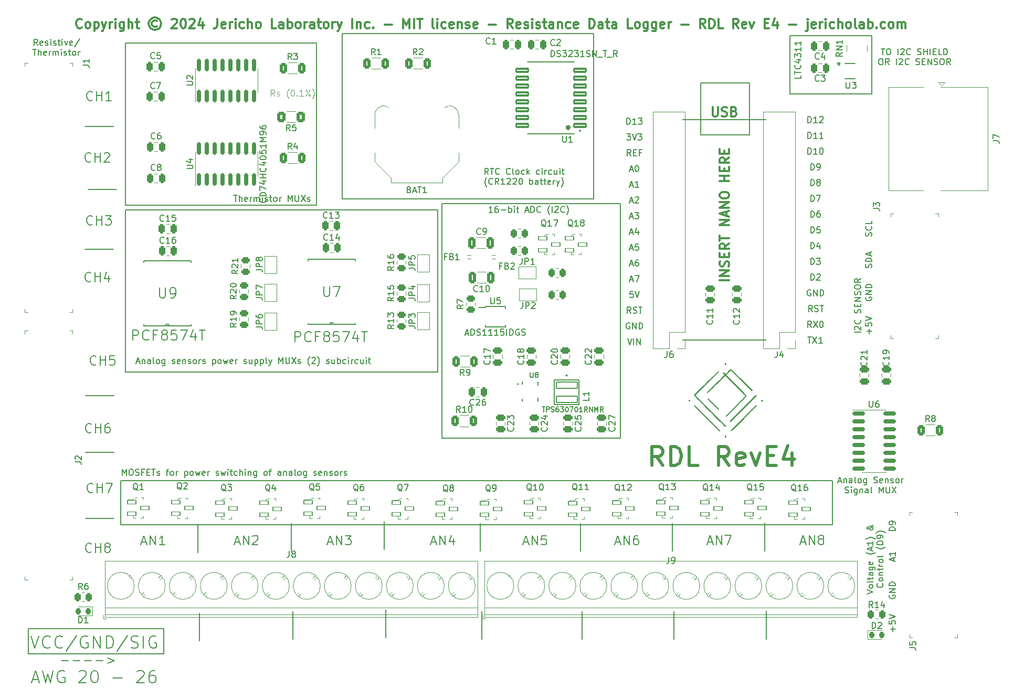
<source format=gbr>
%TF.GenerationSoftware,KiCad,Pcbnew,7.0.9*%
%TF.CreationDate,2024-04-09T00:12:48-04:00*%
%TF.ProjectId,RDL_revE4,52444c5f-7265-4764-9534-2e6b69636164,Rev E4*%
%TF.SameCoordinates,Original*%
%TF.FileFunction,Legend,Top*%
%TF.FilePolarity,Positive*%
%FSLAX46Y46*%
G04 Gerber Fmt 4.6, Leading zero omitted, Abs format (unit mm)*
G04 Created by KiCad (PCBNEW 7.0.9) date 2024-04-09 00:12:48*
%MOMM*%
%LPD*%
G01*
G04 APERTURE LIST*
G04 Aperture macros list*
%AMRoundRect*
0 Rectangle with rounded corners*
0 $1 Rounding radius*
0 $2 $3 $4 $5 $6 $7 $8 $9 X,Y pos of 4 corners*
0 Add a 4 corners polygon primitive as box body*
4,1,4,$2,$3,$4,$5,$6,$7,$8,$9,$2,$3,0*
0 Add four circle primitives for the rounded corners*
1,1,$1+$1,$2,$3*
1,1,$1+$1,$4,$5*
1,1,$1+$1,$6,$7*
1,1,$1+$1,$8,$9*
0 Add four rect primitives between the rounded corners*
20,1,$1+$1,$2,$3,$4,$5,0*
20,1,$1+$1,$4,$5,$6,$7,0*
20,1,$1+$1,$6,$7,$8,$9,0*
20,1,$1+$1,$8,$9,$2,$3,0*%
%AMFreePoly0*
4,1,6,1.000000,0.000000,0.500000,-0.750000,-0.500000,-0.750000,-0.500000,0.750000,0.500000,0.750000,1.000000,0.000000,1.000000,0.000000,$1*%
%AMFreePoly1*
4,1,6,0.500000,-0.750000,-0.650000,-0.750000,-0.150000,0.000000,-0.650000,0.750000,0.500000,0.750000,0.500000,-0.750000,0.500000,-0.750000,$1*%
G04 Aperture macros list end*
%ADD10C,0.500000*%
%ADD11C,0.150000*%
%ADD12C,0.200000*%
%ADD13C,0.125000*%
%ADD14C,0.300000*%
%ADD15C,0.152400*%
%ADD16C,0.120000*%
%ADD17C,0.100000*%
%ADD18C,0.127000*%
%ADD19C,0.400000*%
%ADD20C,0.010000*%
%ADD21R,1.168400X0.355600*%
%ADD22C,3.250000*%
%ADD23R,1.500000X1.500000*%
%ADD24C,1.500000*%
%ADD25C,2.300000*%
%ADD26RoundRect,0.250000X-0.250000X-0.475000X0.250000X-0.475000X0.250000X0.475000X-0.250000X0.475000X0*%
%ADD27RoundRect,0.250000X0.475000X-0.250000X0.475000X0.250000X-0.475000X0.250000X-0.475000X-0.250000X0*%
%ADD28R,1.803400X0.533400*%
%ADD29FreePoly0,90.000000*%
%ADD30FreePoly1,90.000000*%
%ADD31C,3.500000*%
%ADD32RoundRect,0.250000X-0.262500X-0.450000X0.262500X-0.450000X0.262500X0.450000X-0.262500X0.450000X0*%
%ADD33RoundRect,0.250000X0.250000X0.475000X-0.250000X0.475000X-0.250000X-0.475000X0.250000X-0.475000X0*%
%ADD34R,2.500000X2.500000*%
%ADD35C,2.500000*%
%ADD36RoundRect,0.143300X0.983700X0.253700X-0.983700X0.253700X-0.983700X-0.253700X0.983700X-0.253700X0*%
%ADD37RoundRect,0.250000X0.450000X-0.262500X0.450000X0.262500X-0.450000X0.262500X-0.450000X-0.262500X0*%
%ADD38RoundRect,0.250000X-0.312500X-0.625000X0.312500X-0.625000X0.312500X0.625000X-0.312500X0.625000X0*%
%ADD39RoundRect,0.250000X0.325000X0.650000X-0.325000X0.650000X-0.325000X-0.650000X0.325000X-0.650000X0*%
%ADD40RoundRect,0.070000X-0.650000X-0.300000X0.650000X-0.300000X0.650000X0.300000X-0.650000X0.300000X0*%
%ADD41R,0.600000X0.800000*%
%ADD42R,1.700000X1.700000*%
%ADD43O,1.700000X1.700000*%
%ADD44RoundRect,0.250000X0.262500X0.450000X-0.262500X0.450000X-0.262500X-0.450000X0.262500X-0.450000X0*%
%ADD45R,2.600000X2.600000*%
%ADD46C,2.600000*%
%ADD47RoundRect,0.250000X-0.475000X0.250000X-0.475000X-0.250000X0.475000X-0.250000X0.475000X0.250000X0*%
%ADD48RoundRect,0.150000X0.150000X-0.850000X0.150000X0.850000X-0.150000X0.850000X-0.150000X-0.850000X0*%
%ADD49RoundRect,0.218750X0.218750X0.256250X-0.218750X0.256250X-0.218750X-0.256250X0.218750X-0.256250X0*%
%ADD50RoundRect,0.250000X0.400000X0.625000X-0.400000X0.625000X-0.400000X-0.625000X0.400000X-0.625000X0*%
%ADD51R,1.000000X1.500000*%
%ADD52R,1.100000X0.250000*%
%ADD53C,10.200000*%
%ADD54R,3.500000X3.300000*%
%ADD55R,0.500000X0.800000*%
%ADD56R,0.400000X0.800000*%
%ADD57R,1.500000X1.000000*%
%ADD58RoundRect,0.102000X-1.700000X0.490000X-1.700000X-0.490000X1.700000X-0.490000X1.700000X0.490000X0*%
%ADD59RoundRect,0.218750X-0.218750X-0.256250X0.218750X-0.256250X0.218750X0.256250X-0.218750X0.256250X0*%
%ADD60RoundRect,0.250000X0.312500X0.625000X-0.312500X0.625000X-0.312500X-0.625000X0.312500X-0.625000X0*%
%ADD61RoundRect,0.150000X-0.850000X-0.150000X0.850000X-0.150000X0.850000X0.150000X-0.850000X0.150000X0*%
G04 APERTURE END LIST*
D10*
X181365143Y-117693857D02*
X180365143Y-116265285D01*
X179650857Y-117693857D02*
X179650857Y-114693857D01*
X179650857Y-114693857D02*
X180793714Y-114693857D01*
X180793714Y-114693857D02*
X181079429Y-114836714D01*
X181079429Y-114836714D02*
X181222286Y-114979571D01*
X181222286Y-114979571D02*
X181365143Y-115265285D01*
X181365143Y-115265285D02*
X181365143Y-115693857D01*
X181365143Y-115693857D02*
X181222286Y-115979571D01*
X181222286Y-115979571D02*
X181079429Y-116122428D01*
X181079429Y-116122428D02*
X180793714Y-116265285D01*
X180793714Y-116265285D02*
X179650857Y-116265285D01*
X182650857Y-117693857D02*
X182650857Y-114693857D01*
X182650857Y-114693857D02*
X183365143Y-114693857D01*
X183365143Y-114693857D02*
X183793714Y-114836714D01*
X183793714Y-114836714D02*
X184079429Y-115122428D01*
X184079429Y-115122428D02*
X184222286Y-115408142D01*
X184222286Y-115408142D02*
X184365143Y-115979571D01*
X184365143Y-115979571D02*
X184365143Y-116408142D01*
X184365143Y-116408142D02*
X184222286Y-116979571D01*
X184222286Y-116979571D02*
X184079429Y-117265285D01*
X184079429Y-117265285D02*
X183793714Y-117551000D01*
X183793714Y-117551000D02*
X183365143Y-117693857D01*
X183365143Y-117693857D02*
X182650857Y-117693857D01*
X187079429Y-117693857D02*
X185650857Y-117693857D01*
X185650857Y-117693857D02*
X185650857Y-114693857D01*
X192079428Y-117693857D02*
X191079428Y-116265285D01*
X190365142Y-117693857D02*
X190365142Y-114693857D01*
X190365142Y-114693857D02*
X191507999Y-114693857D01*
X191507999Y-114693857D02*
X191793714Y-114836714D01*
X191793714Y-114836714D02*
X191936571Y-114979571D01*
X191936571Y-114979571D02*
X192079428Y-115265285D01*
X192079428Y-115265285D02*
X192079428Y-115693857D01*
X192079428Y-115693857D02*
X191936571Y-115979571D01*
X191936571Y-115979571D02*
X191793714Y-116122428D01*
X191793714Y-116122428D02*
X191507999Y-116265285D01*
X191507999Y-116265285D02*
X190365142Y-116265285D01*
X194507999Y-117551000D02*
X194222285Y-117693857D01*
X194222285Y-117693857D02*
X193650857Y-117693857D01*
X193650857Y-117693857D02*
X193365142Y-117551000D01*
X193365142Y-117551000D02*
X193222285Y-117265285D01*
X193222285Y-117265285D02*
X193222285Y-116122428D01*
X193222285Y-116122428D02*
X193365142Y-115836714D01*
X193365142Y-115836714D02*
X193650857Y-115693857D01*
X193650857Y-115693857D02*
X194222285Y-115693857D01*
X194222285Y-115693857D02*
X194507999Y-115836714D01*
X194507999Y-115836714D02*
X194650857Y-116122428D01*
X194650857Y-116122428D02*
X194650857Y-116408142D01*
X194650857Y-116408142D02*
X193222285Y-116693857D01*
X195650857Y-115693857D02*
X196365143Y-117693857D01*
X196365143Y-117693857D02*
X197079428Y-115693857D01*
X198222285Y-116122428D02*
X199222285Y-116122428D01*
X199650857Y-117693857D02*
X198222285Y-117693857D01*
X198222285Y-117693857D02*
X198222285Y-114693857D01*
X198222285Y-114693857D02*
X199650857Y-114693857D01*
X202222286Y-115693857D02*
X202222286Y-117693857D01*
X201508000Y-114551000D02*
X200793714Y-116693857D01*
X200793714Y-116693857D02*
X202650857Y-116693857D01*
D11*
X129667000Y-48006000D02*
X170180000Y-48006000D01*
X170180000Y-74676000D01*
X129667000Y-74676000D01*
X129667000Y-48006000D01*
X78994000Y-144018000D02*
X100838000Y-144018000D01*
X100838000Y-148082000D01*
X78994000Y-148082000D01*
X78994000Y-144018000D01*
X145725000Y-75438000D02*
X174554000Y-75438000D01*
X174554000Y-113284000D01*
X145725000Y-113284000D01*
X145725000Y-75438000D01*
X94678500Y-49530000D02*
X125476000Y-49530000D01*
X125476000Y-75692000D01*
X94678500Y-75692000D01*
X94678500Y-49530000D01*
X183647000Y-97531000D02*
X198887000Y-97531000D01*
X94710250Y-76454000D02*
X145065750Y-76454000D01*
X145065750Y-102616000D01*
X94710250Y-102616000D01*
X94710250Y-76454000D01*
X183647000Y-61971000D02*
X198887000Y-61971000D01*
D12*
X187457000Y-56002000D02*
X195331000Y-56002000D01*
X195331000Y-64384000D01*
X187457000Y-64384000D01*
X187457000Y-56002000D01*
D11*
X93959435Y-120142000D02*
X208767435Y-120142000D01*
X208767435Y-127254000D01*
X93959435Y-127254000D01*
X93959435Y-120142000D01*
X201879200Y-48372000D02*
X215087200Y-48372000D01*
X215087200Y-57770000D01*
X201879200Y-57770000D01*
X201879200Y-48372000D01*
X153908856Y-76908819D02*
X153337428Y-76908819D01*
X153623142Y-76908819D02*
X153623142Y-75908819D01*
X153623142Y-75908819D02*
X153527904Y-76051676D01*
X153527904Y-76051676D02*
X153432666Y-76146914D01*
X153432666Y-76146914D02*
X153337428Y-76194533D01*
X154765999Y-75908819D02*
X154575523Y-75908819D01*
X154575523Y-75908819D02*
X154480285Y-75956438D01*
X154480285Y-75956438D02*
X154432666Y-76004057D01*
X154432666Y-76004057D02*
X154337428Y-76146914D01*
X154337428Y-76146914D02*
X154289809Y-76337390D01*
X154289809Y-76337390D02*
X154289809Y-76718342D01*
X154289809Y-76718342D02*
X154337428Y-76813580D01*
X154337428Y-76813580D02*
X154385047Y-76861200D01*
X154385047Y-76861200D02*
X154480285Y-76908819D01*
X154480285Y-76908819D02*
X154670761Y-76908819D01*
X154670761Y-76908819D02*
X154765999Y-76861200D01*
X154765999Y-76861200D02*
X154813618Y-76813580D01*
X154813618Y-76813580D02*
X154861237Y-76718342D01*
X154861237Y-76718342D02*
X154861237Y-76480247D01*
X154861237Y-76480247D02*
X154813618Y-76385009D01*
X154813618Y-76385009D02*
X154765999Y-76337390D01*
X154765999Y-76337390D02*
X154670761Y-76289771D01*
X154670761Y-76289771D02*
X154480285Y-76289771D01*
X154480285Y-76289771D02*
X154385047Y-76337390D01*
X154385047Y-76337390D02*
X154337428Y-76385009D01*
X154337428Y-76385009D02*
X154289809Y-76480247D01*
X155289809Y-76527866D02*
X156051714Y-76527866D01*
X156527904Y-76908819D02*
X156527904Y-75908819D01*
X156527904Y-76289771D02*
X156623142Y-76242152D01*
X156623142Y-76242152D02*
X156813618Y-76242152D01*
X156813618Y-76242152D02*
X156908856Y-76289771D01*
X156908856Y-76289771D02*
X156956475Y-76337390D01*
X156956475Y-76337390D02*
X157004094Y-76432628D01*
X157004094Y-76432628D02*
X157004094Y-76718342D01*
X157004094Y-76718342D02*
X156956475Y-76813580D01*
X156956475Y-76813580D02*
X156908856Y-76861200D01*
X156908856Y-76861200D02*
X156813618Y-76908819D01*
X156813618Y-76908819D02*
X156623142Y-76908819D01*
X156623142Y-76908819D02*
X156527904Y-76861200D01*
X157432666Y-76908819D02*
X157432666Y-76242152D01*
X157432666Y-75908819D02*
X157385047Y-75956438D01*
X157385047Y-75956438D02*
X157432666Y-76004057D01*
X157432666Y-76004057D02*
X157480285Y-75956438D01*
X157480285Y-75956438D02*
X157432666Y-75908819D01*
X157432666Y-75908819D02*
X157432666Y-76004057D01*
X157765999Y-76242152D02*
X158146951Y-76242152D01*
X157908856Y-75908819D02*
X157908856Y-76765961D01*
X157908856Y-76765961D02*
X157956475Y-76861200D01*
X157956475Y-76861200D02*
X158051713Y-76908819D01*
X158051713Y-76908819D02*
X158146951Y-76908819D01*
X159194571Y-76623104D02*
X159670761Y-76623104D01*
X159099333Y-76908819D02*
X159432666Y-75908819D01*
X159432666Y-75908819D02*
X159765999Y-76908819D01*
X160099333Y-76908819D02*
X160099333Y-75908819D01*
X160099333Y-75908819D02*
X160337428Y-75908819D01*
X160337428Y-75908819D02*
X160480285Y-75956438D01*
X160480285Y-75956438D02*
X160575523Y-76051676D01*
X160575523Y-76051676D02*
X160623142Y-76146914D01*
X160623142Y-76146914D02*
X160670761Y-76337390D01*
X160670761Y-76337390D02*
X160670761Y-76480247D01*
X160670761Y-76480247D02*
X160623142Y-76670723D01*
X160623142Y-76670723D02*
X160575523Y-76765961D01*
X160575523Y-76765961D02*
X160480285Y-76861200D01*
X160480285Y-76861200D02*
X160337428Y-76908819D01*
X160337428Y-76908819D02*
X160099333Y-76908819D01*
X161670761Y-76813580D02*
X161623142Y-76861200D01*
X161623142Y-76861200D02*
X161480285Y-76908819D01*
X161480285Y-76908819D02*
X161385047Y-76908819D01*
X161385047Y-76908819D02*
X161242190Y-76861200D01*
X161242190Y-76861200D02*
X161146952Y-76765961D01*
X161146952Y-76765961D02*
X161099333Y-76670723D01*
X161099333Y-76670723D02*
X161051714Y-76480247D01*
X161051714Y-76480247D02*
X161051714Y-76337390D01*
X161051714Y-76337390D02*
X161099333Y-76146914D01*
X161099333Y-76146914D02*
X161146952Y-76051676D01*
X161146952Y-76051676D02*
X161242190Y-75956438D01*
X161242190Y-75956438D02*
X161385047Y-75908819D01*
X161385047Y-75908819D02*
X161480285Y-75908819D01*
X161480285Y-75908819D02*
X161623142Y-75956438D01*
X161623142Y-75956438D02*
X161670761Y-76004057D01*
X163146952Y-77289771D02*
X163099333Y-77242152D01*
X163099333Y-77242152D02*
X163004095Y-77099295D01*
X163004095Y-77099295D02*
X162956476Y-77004057D01*
X162956476Y-77004057D02*
X162908857Y-76861200D01*
X162908857Y-76861200D02*
X162861238Y-76623104D01*
X162861238Y-76623104D02*
X162861238Y-76432628D01*
X162861238Y-76432628D02*
X162908857Y-76194533D01*
X162908857Y-76194533D02*
X162956476Y-76051676D01*
X162956476Y-76051676D02*
X163004095Y-75956438D01*
X163004095Y-75956438D02*
X163099333Y-75813580D01*
X163099333Y-75813580D02*
X163146952Y-75765961D01*
X163527905Y-76908819D02*
X163527905Y-75908819D01*
X163956476Y-76004057D02*
X164004095Y-75956438D01*
X164004095Y-75956438D02*
X164099333Y-75908819D01*
X164099333Y-75908819D02*
X164337428Y-75908819D01*
X164337428Y-75908819D02*
X164432666Y-75956438D01*
X164432666Y-75956438D02*
X164480285Y-76004057D01*
X164480285Y-76004057D02*
X164527904Y-76099295D01*
X164527904Y-76099295D02*
X164527904Y-76194533D01*
X164527904Y-76194533D02*
X164480285Y-76337390D01*
X164480285Y-76337390D02*
X163908857Y-76908819D01*
X163908857Y-76908819D02*
X164527904Y-76908819D01*
X165527904Y-76813580D02*
X165480285Y-76861200D01*
X165480285Y-76861200D02*
X165337428Y-76908819D01*
X165337428Y-76908819D02*
X165242190Y-76908819D01*
X165242190Y-76908819D02*
X165099333Y-76861200D01*
X165099333Y-76861200D02*
X165004095Y-76765961D01*
X165004095Y-76765961D02*
X164956476Y-76670723D01*
X164956476Y-76670723D02*
X164908857Y-76480247D01*
X164908857Y-76480247D02*
X164908857Y-76337390D01*
X164908857Y-76337390D02*
X164956476Y-76146914D01*
X164956476Y-76146914D02*
X165004095Y-76051676D01*
X165004095Y-76051676D02*
X165099333Y-75956438D01*
X165099333Y-75956438D02*
X165242190Y-75908819D01*
X165242190Y-75908819D02*
X165337428Y-75908819D01*
X165337428Y-75908819D02*
X165480285Y-75956438D01*
X165480285Y-75956438D02*
X165527904Y-76004057D01*
X165861238Y-77289771D02*
X165908857Y-77242152D01*
X165908857Y-77242152D02*
X166004095Y-77099295D01*
X166004095Y-77099295D02*
X166051714Y-77004057D01*
X166051714Y-77004057D02*
X166099333Y-76861200D01*
X166099333Y-76861200D02*
X166146952Y-76623104D01*
X166146952Y-76623104D02*
X166146952Y-76432628D01*
X166146952Y-76432628D02*
X166099333Y-76194533D01*
X166099333Y-76194533D02*
X166051714Y-76051676D01*
X166051714Y-76051676D02*
X166004095Y-75956438D01*
X166004095Y-75956438D02*
X165908857Y-75813580D01*
X165908857Y-75813580D02*
X165861238Y-75765961D01*
X88138285Y-82846057D02*
X88900189Y-82846057D01*
X88900190Y-82846057D02*
X89662094Y-82846057D01*
X89662095Y-82846057D02*
X90423999Y-82846057D01*
X90424000Y-82846057D02*
X91185904Y-82846057D01*
X91185905Y-82846057D02*
X91947809Y-82846057D01*
X91947810Y-82846057D02*
X92709714Y-82846057D01*
X153242094Y-70769819D02*
X152908761Y-70293628D01*
X152670666Y-70769819D02*
X152670666Y-69769819D01*
X152670666Y-69769819D02*
X153051618Y-69769819D01*
X153051618Y-69769819D02*
X153146856Y-69817438D01*
X153146856Y-69817438D02*
X153194475Y-69865057D01*
X153194475Y-69865057D02*
X153242094Y-69960295D01*
X153242094Y-69960295D02*
X153242094Y-70103152D01*
X153242094Y-70103152D02*
X153194475Y-70198390D01*
X153194475Y-70198390D02*
X153146856Y-70246009D01*
X153146856Y-70246009D02*
X153051618Y-70293628D01*
X153051618Y-70293628D02*
X152670666Y-70293628D01*
X153527809Y-69769819D02*
X154099237Y-69769819D01*
X153813523Y-70769819D02*
X153813523Y-69769819D01*
X155003999Y-70674580D02*
X154956380Y-70722200D01*
X154956380Y-70722200D02*
X154813523Y-70769819D01*
X154813523Y-70769819D02*
X154718285Y-70769819D01*
X154718285Y-70769819D02*
X154575428Y-70722200D01*
X154575428Y-70722200D02*
X154480190Y-70626961D01*
X154480190Y-70626961D02*
X154432571Y-70531723D01*
X154432571Y-70531723D02*
X154384952Y-70341247D01*
X154384952Y-70341247D02*
X154384952Y-70198390D01*
X154384952Y-70198390D02*
X154432571Y-70007914D01*
X154432571Y-70007914D02*
X154480190Y-69912676D01*
X154480190Y-69912676D02*
X154575428Y-69817438D01*
X154575428Y-69817438D02*
X154718285Y-69769819D01*
X154718285Y-69769819D02*
X154813523Y-69769819D01*
X154813523Y-69769819D02*
X154956380Y-69817438D01*
X154956380Y-69817438D02*
X155003999Y-69865057D01*
X156765904Y-70674580D02*
X156718285Y-70722200D01*
X156718285Y-70722200D02*
X156575428Y-70769819D01*
X156575428Y-70769819D02*
X156480190Y-70769819D01*
X156480190Y-70769819D02*
X156337333Y-70722200D01*
X156337333Y-70722200D02*
X156242095Y-70626961D01*
X156242095Y-70626961D02*
X156194476Y-70531723D01*
X156194476Y-70531723D02*
X156146857Y-70341247D01*
X156146857Y-70341247D02*
X156146857Y-70198390D01*
X156146857Y-70198390D02*
X156194476Y-70007914D01*
X156194476Y-70007914D02*
X156242095Y-69912676D01*
X156242095Y-69912676D02*
X156337333Y-69817438D01*
X156337333Y-69817438D02*
X156480190Y-69769819D01*
X156480190Y-69769819D02*
X156575428Y-69769819D01*
X156575428Y-69769819D02*
X156718285Y-69817438D01*
X156718285Y-69817438D02*
X156765904Y-69865057D01*
X157337333Y-70769819D02*
X157242095Y-70722200D01*
X157242095Y-70722200D02*
X157194476Y-70626961D01*
X157194476Y-70626961D02*
X157194476Y-69769819D01*
X157861143Y-70769819D02*
X157765905Y-70722200D01*
X157765905Y-70722200D02*
X157718286Y-70674580D01*
X157718286Y-70674580D02*
X157670667Y-70579342D01*
X157670667Y-70579342D02*
X157670667Y-70293628D01*
X157670667Y-70293628D02*
X157718286Y-70198390D01*
X157718286Y-70198390D02*
X157765905Y-70150771D01*
X157765905Y-70150771D02*
X157861143Y-70103152D01*
X157861143Y-70103152D02*
X158004000Y-70103152D01*
X158004000Y-70103152D02*
X158099238Y-70150771D01*
X158099238Y-70150771D02*
X158146857Y-70198390D01*
X158146857Y-70198390D02*
X158194476Y-70293628D01*
X158194476Y-70293628D02*
X158194476Y-70579342D01*
X158194476Y-70579342D02*
X158146857Y-70674580D01*
X158146857Y-70674580D02*
X158099238Y-70722200D01*
X158099238Y-70722200D02*
X158004000Y-70769819D01*
X158004000Y-70769819D02*
X157861143Y-70769819D01*
X159051619Y-70722200D02*
X158956381Y-70769819D01*
X158956381Y-70769819D02*
X158765905Y-70769819D01*
X158765905Y-70769819D02*
X158670667Y-70722200D01*
X158670667Y-70722200D02*
X158623048Y-70674580D01*
X158623048Y-70674580D02*
X158575429Y-70579342D01*
X158575429Y-70579342D02*
X158575429Y-70293628D01*
X158575429Y-70293628D02*
X158623048Y-70198390D01*
X158623048Y-70198390D02*
X158670667Y-70150771D01*
X158670667Y-70150771D02*
X158765905Y-70103152D01*
X158765905Y-70103152D02*
X158956381Y-70103152D01*
X158956381Y-70103152D02*
X159051619Y-70150771D01*
X159480191Y-70769819D02*
X159480191Y-69769819D01*
X159575429Y-70388866D02*
X159861143Y-70769819D01*
X159861143Y-70103152D02*
X159480191Y-70484104D01*
X161480191Y-70722200D02*
X161384953Y-70769819D01*
X161384953Y-70769819D02*
X161194477Y-70769819D01*
X161194477Y-70769819D02*
X161099239Y-70722200D01*
X161099239Y-70722200D02*
X161051620Y-70674580D01*
X161051620Y-70674580D02*
X161004001Y-70579342D01*
X161004001Y-70579342D02*
X161004001Y-70293628D01*
X161004001Y-70293628D02*
X161051620Y-70198390D01*
X161051620Y-70198390D02*
X161099239Y-70150771D01*
X161099239Y-70150771D02*
X161194477Y-70103152D01*
X161194477Y-70103152D02*
X161384953Y-70103152D01*
X161384953Y-70103152D02*
X161480191Y-70150771D01*
X161908763Y-70769819D02*
X161908763Y-70103152D01*
X161908763Y-69769819D02*
X161861144Y-69817438D01*
X161861144Y-69817438D02*
X161908763Y-69865057D01*
X161908763Y-69865057D02*
X161956382Y-69817438D01*
X161956382Y-69817438D02*
X161908763Y-69769819D01*
X161908763Y-69769819D02*
X161908763Y-69865057D01*
X162384953Y-70769819D02*
X162384953Y-70103152D01*
X162384953Y-70293628D02*
X162432572Y-70198390D01*
X162432572Y-70198390D02*
X162480191Y-70150771D01*
X162480191Y-70150771D02*
X162575429Y-70103152D01*
X162575429Y-70103152D02*
X162670667Y-70103152D01*
X163432572Y-70722200D02*
X163337334Y-70769819D01*
X163337334Y-70769819D02*
X163146858Y-70769819D01*
X163146858Y-70769819D02*
X163051620Y-70722200D01*
X163051620Y-70722200D02*
X163004001Y-70674580D01*
X163004001Y-70674580D02*
X162956382Y-70579342D01*
X162956382Y-70579342D02*
X162956382Y-70293628D01*
X162956382Y-70293628D02*
X163004001Y-70198390D01*
X163004001Y-70198390D02*
X163051620Y-70150771D01*
X163051620Y-70150771D02*
X163146858Y-70103152D01*
X163146858Y-70103152D02*
X163337334Y-70103152D01*
X163337334Y-70103152D02*
X163432572Y-70150771D01*
X164289715Y-70103152D02*
X164289715Y-70769819D01*
X163861144Y-70103152D02*
X163861144Y-70626961D01*
X163861144Y-70626961D02*
X163908763Y-70722200D01*
X163908763Y-70722200D02*
X164004001Y-70769819D01*
X164004001Y-70769819D02*
X164146858Y-70769819D01*
X164146858Y-70769819D02*
X164242096Y-70722200D01*
X164242096Y-70722200D02*
X164289715Y-70674580D01*
X164765906Y-70769819D02*
X164765906Y-70103152D01*
X164765906Y-69769819D02*
X164718287Y-69817438D01*
X164718287Y-69817438D02*
X164765906Y-69865057D01*
X164765906Y-69865057D02*
X164813525Y-69817438D01*
X164813525Y-69817438D02*
X164765906Y-69769819D01*
X164765906Y-69769819D02*
X164765906Y-69865057D01*
X165099239Y-70103152D02*
X165480191Y-70103152D01*
X165242096Y-69769819D02*
X165242096Y-70626961D01*
X165242096Y-70626961D02*
X165289715Y-70722200D01*
X165289715Y-70722200D02*
X165384953Y-70769819D01*
X165384953Y-70769819D02*
X165480191Y-70769819D01*
X152980189Y-72760771D02*
X152932570Y-72713152D01*
X152932570Y-72713152D02*
X152837332Y-72570295D01*
X152837332Y-72570295D02*
X152789713Y-72475057D01*
X152789713Y-72475057D02*
X152742094Y-72332200D01*
X152742094Y-72332200D02*
X152694475Y-72094104D01*
X152694475Y-72094104D02*
X152694475Y-71903628D01*
X152694475Y-71903628D02*
X152742094Y-71665533D01*
X152742094Y-71665533D02*
X152789713Y-71522676D01*
X152789713Y-71522676D02*
X152837332Y-71427438D01*
X152837332Y-71427438D02*
X152932570Y-71284580D01*
X152932570Y-71284580D02*
X152980189Y-71236961D01*
X153932570Y-72284580D02*
X153884951Y-72332200D01*
X153884951Y-72332200D02*
X153742094Y-72379819D01*
X153742094Y-72379819D02*
X153646856Y-72379819D01*
X153646856Y-72379819D02*
X153503999Y-72332200D01*
X153503999Y-72332200D02*
X153408761Y-72236961D01*
X153408761Y-72236961D02*
X153361142Y-72141723D01*
X153361142Y-72141723D02*
X153313523Y-71951247D01*
X153313523Y-71951247D02*
X153313523Y-71808390D01*
X153313523Y-71808390D02*
X153361142Y-71617914D01*
X153361142Y-71617914D02*
X153408761Y-71522676D01*
X153408761Y-71522676D02*
X153503999Y-71427438D01*
X153503999Y-71427438D02*
X153646856Y-71379819D01*
X153646856Y-71379819D02*
X153742094Y-71379819D01*
X153742094Y-71379819D02*
X153884951Y-71427438D01*
X153884951Y-71427438D02*
X153932570Y-71475057D01*
X154932570Y-72379819D02*
X154599237Y-71903628D01*
X154361142Y-72379819D02*
X154361142Y-71379819D01*
X154361142Y-71379819D02*
X154742094Y-71379819D01*
X154742094Y-71379819D02*
X154837332Y-71427438D01*
X154837332Y-71427438D02*
X154884951Y-71475057D01*
X154884951Y-71475057D02*
X154932570Y-71570295D01*
X154932570Y-71570295D02*
X154932570Y-71713152D01*
X154932570Y-71713152D02*
X154884951Y-71808390D01*
X154884951Y-71808390D02*
X154837332Y-71856009D01*
X154837332Y-71856009D02*
X154742094Y-71903628D01*
X154742094Y-71903628D02*
X154361142Y-71903628D01*
X155884951Y-72379819D02*
X155313523Y-72379819D01*
X155599237Y-72379819D02*
X155599237Y-71379819D01*
X155599237Y-71379819D02*
X155503999Y-71522676D01*
X155503999Y-71522676D02*
X155408761Y-71617914D01*
X155408761Y-71617914D02*
X155313523Y-71665533D01*
X156265904Y-71475057D02*
X156313523Y-71427438D01*
X156313523Y-71427438D02*
X156408761Y-71379819D01*
X156408761Y-71379819D02*
X156646856Y-71379819D01*
X156646856Y-71379819D02*
X156742094Y-71427438D01*
X156742094Y-71427438D02*
X156789713Y-71475057D01*
X156789713Y-71475057D02*
X156837332Y-71570295D01*
X156837332Y-71570295D02*
X156837332Y-71665533D01*
X156837332Y-71665533D02*
X156789713Y-71808390D01*
X156789713Y-71808390D02*
X156218285Y-72379819D01*
X156218285Y-72379819D02*
X156837332Y-72379819D01*
X157218285Y-71475057D02*
X157265904Y-71427438D01*
X157265904Y-71427438D02*
X157361142Y-71379819D01*
X157361142Y-71379819D02*
X157599237Y-71379819D01*
X157599237Y-71379819D02*
X157694475Y-71427438D01*
X157694475Y-71427438D02*
X157742094Y-71475057D01*
X157742094Y-71475057D02*
X157789713Y-71570295D01*
X157789713Y-71570295D02*
X157789713Y-71665533D01*
X157789713Y-71665533D02*
X157742094Y-71808390D01*
X157742094Y-71808390D02*
X157170666Y-72379819D01*
X157170666Y-72379819D02*
X157789713Y-72379819D01*
X158408761Y-71379819D02*
X158503999Y-71379819D01*
X158503999Y-71379819D02*
X158599237Y-71427438D01*
X158599237Y-71427438D02*
X158646856Y-71475057D01*
X158646856Y-71475057D02*
X158694475Y-71570295D01*
X158694475Y-71570295D02*
X158742094Y-71760771D01*
X158742094Y-71760771D02*
X158742094Y-71998866D01*
X158742094Y-71998866D02*
X158694475Y-72189342D01*
X158694475Y-72189342D02*
X158646856Y-72284580D01*
X158646856Y-72284580D02*
X158599237Y-72332200D01*
X158599237Y-72332200D02*
X158503999Y-72379819D01*
X158503999Y-72379819D02*
X158408761Y-72379819D01*
X158408761Y-72379819D02*
X158313523Y-72332200D01*
X158313523Y-72332200D02*
X158265904Y-72284580D01*
X158265904Y-72284580D02*
X158218285Y-72189342D01*
X158218285Y-72189342D02*
X158170666Y-71998866D01*
X158170666Y-71998866D02*
X158170666Y-71760771D01*
X158170666Y-71760771D02*
X158218285Y-71570295D01*
X158218285Y-71570295D02*
X158265904Y-71475057D01*
X158265904Y-71475057D02*
X158313523Y-71427438D01*
X158313523Y-71427438D02*
X158408761Y-71379819D01*
X159932571Y-72379819D02*
X159932571Y-71379819D01*
X159932571Y-71760771D02*
X160027809Y-71713152D01*
X160027809Y-71713152D02*
X160218285Y-71713152D01*
X160218285Y-71713152D02*
X160313523Y-71760771D01*
X160313523Y-71760771D02*
X160361142Y-71808390D01*
X160361142Y-71808390D02*
X160408761Y-71903628D01*
X160408761Y-71903628D02*
X160408761Y-72189342D01*
X160408761Y-72189342D02*
X160361142Y-72284580D01*
X160361142Y-72284580D02*
X160313523Y-72332200D01*
X160313523Y-72332200D02*
X160218285Y-72379819D01*
X160218285Y-72379819D02*
X160027809Y-72379819D01*
X160027809Y-72379819D02*
X159932571Y-72332200D01*
X161265904Y-72379819D02*
X161265904Y-71856009D01*
X161265904Y-71856009D02*
X161218285Y-71760771D01*
X161218285Y-71760771D02*
X161123047Y-71713152D01*
X161123047Y-71713152D02*
X160932571Y-71713152D01*
X160932571Y-71713152D02*
X160837333Y-71760771D01*
X161265904Y-72332200D02*
X161170666Y-72379819D01*
X161170666Y-72379819D02*
X160932571Y-72379819D01*
X160932571Y-72379819D02*
X160837333Y-72332200D01*
X160837333Y-72332200D02*
X160789714Y-72236961D01*
X160789714Y-72236961D02*
X160789714Y-72141723D01*
X160789714Y-72141723D02*
X160837333Y-72046485D01*
X160837333Y-72046485D02*
X160932571Y-71998866D01*
X160932571Y-71998866D02*
X161170666Y-71998866D01*
X161170666Y-71998866D02*
X161265904Y-71951247D01*
X161599238Y-71713152D02*
X161980190Y-71713152D01*
X161742095Y-71379819D02*
X161742095Y-72236961D01*
X161742095Y-72236961D02*
X161789714Y-72332200D01*
X161789714Y-72332200D02*
X161884952Y-72379819D01*
X161884952Y-72379819D02*
X161980190Y-72379819D01*
X162170667Y-71713152D02*
X162551619Y-71713152D01*
X162313524Y-71379819D02*
X162313524Y-72236961D01*
X162313524Y-72236961D02*
X162361143Y-72332200D01*
X162361143Y-72332200D02*
X162456381Y-72379819D01*
X162456381Y-72379819D02*
X162551619Y-72379819D01*
X163265905Y-72332200D02*
X163170667Y-72379819D01*
X163170667Y-72379819D02*
X162980191Y-72379819D01*
X162980191Y-72379819D02*
X162884953Y-72332200D01*
X162884953Y-72332200D02*
X162837334Y-72236961D01*
X162837334Y-72236961D02*
X162837334Y-71856009D01*
X162837334Y-71856009D02*
X162884953Y-71760771D01*
X162884953Y-71760771D02*
X162980191Y-71713152D01*
X162980191Y-71713152D02*
X163170667Y-71713152D01*
X163170667Y-71713152D02*
X163265905Y-71760771D01*
X163265905Y-71760771D02*
X163313524Y-71856009D01*
X163313524Y-71856009D02*
X163313524Y-71951247D01*
X163313524Y-71951247D02*
X162837334Y-72046485D01*
X163742096Y-72379819D02*
X163742096Y-71713152D01*
X163742096Y-71903628D02*
X163789715Y-71808390D01*
X163789715Y-71808390D02*
X163837334Y-71760771D01*
X163837334Y-71760771D02*
X163932572Y-71713152D01*
X163932572Y-71713152D02*
X164027810Y-71713152D01*
X164265906Y-71713152D02*
X164504001Y-72379819D01*
X164742096Y-71713152D02*
X164504001Y-72379819D01*
X164504001Y-72379819D02*
X164408763Y-72617914D01*
X164408763Y-72617914D02*
X164361144Y-72665533D01*
X164361144Y-72665533D02*
X164265906Y-72713152D01*
X165027811Y-72760771D02*
X165075430Y-72713152D01*
X165075430Y-72713152D02*
X165170668Y-72570295D01*
X165170668Y-72570295D02*
X165218287Y-72475057D01*
X165218287Y-72475057D02*
X165265906Y-72332200D01*
X165265906Y-72332200D02*
X165313525Y-72094104D01*
X165313525Y-72094104D02*
X165313525Y-71903628D01*
X165313525Y-71903628D02*
X165265906Y-71665533D01*
X165265906Y-71665533D02*
X165218287Y-71522676D01*
X165218287Y-71522676D02*
X165170668Y-71427438D01*
X165170668Y-71427438D02*
X165075430Y-71284580D01*
X165075430Y-71284580D02*
X165027811Y-71236961D01*
X204779714Y-62415819D02*
X204779714Y-61415819D01*
X204779714Y-61415819D02*
X205017809Y-61415819D01*
X205017809Y-61415819D02*
X205160666Y-61463438D01*
X205160666Y-61463438D02*
X205255904Y-61558676D01*
X205255904Y-61558676D02*
X205303523Y-61653914D01*
X205303523Y-61653914D02*
X205351142Y-61844390D01*
X205351142Y-61844390D02*
X205351142Y-61987247D01*
X205351142Y-61987247D02*
X205303523Y-62177723D01*
X205303523Y-62177723D02*
X205255904Y-62272961D01*
X205255904Y-62272961D02*
X205160666Y-62368200D01*
X205160666Y-62368200D02*
X205017809Y-62415819D01*
X205017809Y-62415819D02*
X204779714Y-62415819D01*
X206303523Y-62415819D02*
X205732095Y-62415819D01*
X206017809Y-62415819D02*
X206017809Y-61415819D01*
X206017809Y-61415819D02*
X205922571Y-61558676D01*
X205922571Y-61558676D02*
X205827333Y-61653914D01*
X205827333Y-61653914D02*
X205732095Y-61701533D01*
X206684476Y-61511057D02*
X206732095Y-61463438D01*
X206732095Y-61463438D02*
X206827333Y-61415819D01*
X206827333Y-61415819D02*
X207065428Y-61415819D01*
X207065428Y-61415819D02*
X207160666Y-61463438D01*
X207160666Y-61463438D02*
X207208285Y-61511057D01*
X207208285Y-61511057D02*
X207255904Y-61606295D01*
X207255904Y-61606295D02*
X207255904Y-61701533D01*
X207255904Y-61701533D02*
X207208285Y-61844390D01*
X207208285Y-61844390D02*
X206636857Y-62415819D01*
X206636857Y-62415819D02*
X207255904Y-62415819D01*
X214703866Y-96439810D02*
X214703866Y-95677906D01*
X215084819Y-96058858D02*
X214322914Y-96058858D01*
X214084819Y-94725525D02*
X214084819Y-95201715D01*
X214084819Y-95201715D02*
X214561009Y-95249334D01*
X214561009Y-95249334D02*
X214513390Y-95201715D01*
X214513390Y-95201715D02*
X214465771Y-95106477D01*
X214465771Y-95106477D02*
X214465771Y-94868382D01*
X214465771Y-94868382D02*
X214513390Y-94773144D01*
X214513390Y-94773144D02*
X214561009Y-94725525D01*
X214561009Y-94725525D02*
X214656247Y-94677906D01*
X214656247Y-94677906D02*
X214894342Y-94677906D01*
X214894342Y-94677906D02*
X214989580Y-94725525D01*
X214989580Y-94725525D02*
X215037200Y-94773144D01*
X215037200Y-94773144D02*
X215084819Y-94868382D01*
X215084819Y-94868382D02*
X215084819Y-95106477D01*
X215084819Y-95106477D02*
X215037200Y-95201715D01*
X215037200Y-95201715D02*
X214989580Y-95249334D01*
X214084819Y-94392191D02*
X215084819Y-94058858D01*
X215084819Y-94058858D02*
X214084819Y-93725525D01*
X214132438Y-90582667D02*
X214084819Y-90677905D01*
X214084819Y-90677905D02*
X214084819Y-90820762D01*
X214084819Y-90820762D02*
X214132438Y-90963619D01*
X214132438Y-90963619D02*
X214227676Y-91058857D01*
X214227676Y-91058857D02*
X214322914Y-91106476D01*
X214322914Y-91106476D02*
X214513390Y-91154095D01*
X214513390Y-91154095D02*
X214656247Y-91154095D01*
X214656247Y-91154095D02*
X214846723Y-91106476D01*
X214846723Y-91106476D02*
X214941961Y-91058857D01*
X214941961Y-91058857D02*
X215037200Y-90963619D01*
X215037200Y-90963619D02*
X215084819Y-90820762D01*
X215084819Y-90820762D02*
X215084819Y-90725524D01*
X215084819Y-90725524D02*
X215037200Y-90582667D01*
X215037200Y-90582667D02*
X214989580Y-90535048D01*
X214989580Y-90535048D02*
X214656247Y-90535048D01*
X214656247Y-90535048D02*
X214656247Y-90725524D01*
X215084819Y-90106476D02*
X214084819Y-90106476D01*
X214084819Y-90106476D02*
X215084819Y-89535048D01*
X215084819Y-89535048D02*
X214084819Y-89535048D01*
X215084819Y-89058857D02*
X214084819Y-89058857D01*
X214084819Y-89058857D02*
X214084819Y-88820762D01*
X214084819Y-88820762D02*
X214132438Y-88677905D01*
X214132438Y-88677905D02*
X214227676Y-88582667D01*
X214227676Y-88582667D02*
X214322914Y-88535048D01*
X214322914Y-88535048D02*
X214513390Y-88487429D01*
X214513390Y-88487429D02*
X214656247Y-88487429D01*
X214656247Y-88487429D02*
X214846723Y-88535048D01*
X214846723Y-88535048D02*
X214941961Y-88582667D01*
X214941961Y-88582667D02*
X215037200Y-88677905D01*
X215037200Y-88677905D02*
X215084819Y-88820762D01*
X215084819Y-88820762D02*
X215084819Y-89058857D01*
X215037200Y-85820761D02*
X215084819Y-85677904D01*
X215084819Y-85677904D02*
X215084819Y-85439809D01*
X215084819Y-85439809D02*
X215037200Y-85344571D01*
X215037200Y-85344571D02*
X214989580Y-85296952D01*
X214989580Y-85296952D02*
X214894342Y-85249333D01*
X214894342Y-85249333D02*
X214799104Y-85249333D01*
X214799104Y-85249333D02*
X214703866Y-85296952D01*
X214703866Y-85296952D02*
X214656247Y-85344571D01*
X214656247Y-85344571D02*
X214608628Y-85439809D01*
X214608628Y-85439809D02*
X214561009Y-85630285D01*
X214561009Y-85630285D02*
X214513390Y-85725523D01*
X214513390Y-85725523D02*
X214465771Y-85773142D01*
X214465771Y-85773142D02*
X214370533Y-85820761D01*
X214370533Y-85820761D02*
X214275295Y-85820761D01*
X214275295Y-85820761D02*
X214180057Y-85773142D01*
X214180057Y-85773142D02*
X214132438Y-85725523D01*
X214132438Y-85725523D02*
X214084819Y-85630285D01*
X214084819Y-85630285D02*
X214084819Y-85392190D01*
X214084819Y-85392190D02*
X214132438Y-85249333D01*
X215084819Y-84820761D02*
X214084819Y-84820761D01*
X214084819Y-84820761D02*
X214084819Y-84582666D01*
X214084819Y-84582666D02*
X214132438Y-84439809D01*
X214132438Y-84439809D02*
X214227676Y-84344571D01*
X214227676Y-84344571D02*
X214322914Y-84296952D01*
X214322914Y-84296952D02*
X214513390Y-84249333D01*
X214513390Y-84249333D02*
X214656247Y-84249333D01*
X214656247Y-84249333D02*
X214846723Y-84296952D01*
X214846723Y-84296952D02*
X214941961Y-84344571D01*
X214941961Y-84344571D02*
X215037200Y-84439809D01*
X215037200Y-84439809D02*
X215084819Y-84582666D01*
X215084819Y-84582666D02*
X215084819Y-84820761D01*
X214799104Y-83868380D02*
X214799104Y-83392190D01*
X215084819Y-83963618D02*
X214084819Y-83630285D01*
X214084819Y-83630285D02*
X215084819Y-83296952D01*
X215037200Y-80725522D02*
X215084819Y-80582665D01*
X215084819Y-80582665D02*
X215084819Y-80344570D01*
X215084819Y-80344570D02*
X215037200Y-80249332D01*
X215037200Y-80249332D02*
X214989580Y-80201713D01*
X214989580Y-80201713D02*
X214894342Y-80154094D01*
X214894342Y-80154094D02*
X214799104Y-80154094D01*
X214799104Y-80154094D02*
X214703866Y-80201713D01*
X214703866Y-80201713D02*
X214656247Y-80249332D01*
X214656247Y-80249332D02*
X214608628Y-80344570D01*
X214608628Y-80344570D02*
X214561009Y-80535046D01*
X214561009Y-80535046D02*
X214513390Y-80630284D01*
X214513390Y-80630284D02*
X214465771Y-80677903D01*
X214465771Y-80677903D02*
X214370533Y-80725522D01*
X214370533Y-80725522D02*
X214275295Y-80725522D01*
X214275295Y-80725522D02*
X214180057Y-80677903D01*
X214180057Y-80677903D02*
X214132438Y-80630284D01*
X214132438Y-80630284D02*
X214084819Y-80535046D01*
X214084819Y-80535046D02*
X214084819Y-80296951D01*
X214084819Y-80296951D02*
X214132438Y-80154094D01*
X214989580Y-79154094D02*
X215037200Y-79201713D01*
X215037200Y-79201713D02*
X215084819Y-79344570D01*
X215084819Y-79344570D02*
X215084819Y-79439808D01*
X215084819Y-79439808D02*
X215037200Y-79582665D01*
X215037200Y-79582665D02*
X214941961Y-79677903D01*
X214941961Y-79677903D02*
X214846723Y-79725522D01*
X214846723Y-79725522D02*
X214656247Y-79773141D01*
X214656247Y-79773141D02*
X214513390Y-79773141D01*
X214513390Y-79773141D02*
X214322914Y-79725522D01*
X214322914Y-79725522D02*
X214227676Y-79677903D01*
X214227676Y-79677903D02*
X214132438Y-79582665D01*
X214132438Y-79582665D02*
X214084819Y-79439808D01*
X214084819Y-79439808D02*
X214084819Y-79344570D01*
X214084819Y-79344570D02*
X214132438Y-79201713D01*
X214132438Y-79201713D02*
X214180057Y-79154094D01*
X215084819Y-78249332D02*
X215084819Y-78725522D01*
X215084819Y-78725522D02*
X214084819Y-78725522D01*
X127386642Y-130105557D02*
X128100928Y-130105557D01*
X127243785Y-130534128D02*
X127743785Y-129034128D01*
X127743785Y-129034128D02*
X128243785Y-130534128D01*
X128743784Y-130534128D02*
X128743784Y-129034128D01*
X128743784Y-129034128D02*
X129600927Y-130534128D01*
X129600927Y-130534128D02*
X129600927Y-129034128D01*
X130172356Y-129034128D02*
X131100928Y-129034128D01*
X131100928Y-129034128D02*
X130600928Y-129605557D01*
X130600928Y-129605557D02*
X130815213Y-129605557D01*
X130815213Y-129605557D02*
X130958071Y-129676985D01*
X130958071Y-129676985D02*
X131029499Y-129748414D01*
X131029499Y-129748414D02*
X131100928Y-129891271D01*
X131100928Y-129891271D02*
X131100928Y-130248414D01*
X131100928Y-130248414D02*
X131029499Y-130391271D01*
X131029499Y-130391271D02*
X130958071Y-130462700D01*
X130958071Y-130462700D02*
X130815213Y-130534128D01*
X130815213Y-130534128D02*
X130386642Y-130534128D01*
X130386642Y-130534128D02*
X130243785Y-130462700D01*
X130243785Y-130462700D02*
X130172356Y-130391271D01*
X88138285Y-63034057D02*
X88900189Y-63034057D01*
X88900190Y-63034057D02*
X89662094Y-63034057D01*
X89662095Y-63034057D02*
X90423999Y-63034057D01*
X90424000Y-63034057D02*
X91185904Y-63034057D01*
X91185905Y-63034057D02*
X91947809Y-63034057D01*
X91947810Y-63034057D02*
X92709714Y-63034057D01*
X205255905Y-77655819D02*
X205255905Y-76655819D01*
X205255905Y-76655819D02*
X205494000Y-76655819D01*
X205494000Y-76655819D02*
X205636857Y-76703438D01*
X205636857Y-76703438D02*
X205732095Y-76798676D01*
X205732095Y-76798676D02*
X205779714Y-76893914D01*
X205779714Y-76893914D02*
X205827333Y-77084390D01*
X205827333Y-77084390D02*
X205827333Y-77227247D01*
X205827333Y-77227247D02*
X205779714Y-77417723D01*
X205779714Y-77417723D02*
X205732095Y-77512961D01*
X205732095Y-77512961D02*
X205636857Y-77608200D01*
X205636857Y-77608200D02*
X205494000Y-77655819D01*
X205494000Y-77655819D02*
X205255905Y-77655819D01*
X206684476Y-76655819D02*
X206494000Y-76655819D01*
X206494000Y-76655819D02*
X206398762Y-76703438D01*
X206398762Y-76703438D02*
X206351143Y-76751057D01*
X206351143Y-76751057D02*
X206255905Y-76893914D01*
X206255905Y-76893914D02*
X206208286Y-77084390D01*
X206208286Y-77084390D02*
X206208286Y-77465342D01*
X206208286Y-77465342D02*
X206255905Y-77560580D01*
X206255905Y-77560580D02*
X206303524Y-77608200D01*
X206303524Y-77608200D02*
X206398762Y-77655819D01*
X206398762Y-77655819D02*
X206589238Y-77655819D01*
X206589238Y-77655819D02*
X206684476Y-77608200D01*
X206684476Y-77608200D02*
X206732095Y-77560580D01*
X206732095Y-77560580D02*
X206779714Y-77465342D01*
X206779714Y-77465342D02*
X206779714Y-77227247D01*
X206779714Y-77227247D02*
X206732095Y-77132009D01*
X206732095Y-77132009D02*
X206684476Y-77084390D01*
X206684476Y-77084390D02*
X206589238Y-77036771D01*
X206589238Y-77036771D02*
X206398762Y-77036771D01*
X206398762Y-77036771D02*
X206303524Y-77084390D01*
X206303524Y-77084390D02*
X206255905Y-77132009D01*
X206255905Y-77132009D02*
X206208286Y-77227247D01*
X204779714Y-64955819D02*
X204779714Y-63955819D01*
X204779714Y-63955819D02*
X205017809Y-63955819D01*
X205017809Y-63955819D02*
X205160666Y-64003438D01*
X205160666Y-64003438D02*
X205255904Y-64098676D01*
X205255904Y-64098676D02*
X205303523Y-64193914D01*
X205303523Y-64193914D02*
X205351142Y-64384390D01*
X205351142Y-64384390D02*
X205351142Y-64527247D01*
X205351142Y-64527247D02*
X205303523Y-64717723D01*
X205303523Y-64717723D02*
X205255904Y-64812961D01*
X205255904Y-64812961D02*
X205160666Y-64908200D01*
X205160666Y-64908200D02*
X205017809Y-64955819D01*
X205017809Y-64955819D02*
X204779714Y-64955819D01*
X206303523Y-64955819D02*
X205732095Y-64955819D01*
X206017809Y-64955819D02*
X206017809Y-63955819D01*
X206017809Y-63955819D02*
X205922571Y-64098676D01*
X205922571Y-64098676D02*
X205827333Y-64193914D01*
X205827333Y-64193914D02*
X205732095Y-64241533D01*
X207255904Y-64955819D02*
X206684476Y-64955819D01*
X206970190Y-64955819D02*
X206970190Y-63955819D01*
X206970190Y-63955819D02*
X206874952Y-64098676D01*
X206874952Y-64098676D02*
X206779714Y-64193914D01*
X206779714Y-64193914D02*
X206684476Y-64241533D01*
X175574714Y-62679819D02*
X175574714Y-61679819D01*
X175574714Y-61679819D02*
X175812809Y-61679819D01*
X175812809Y-61679819D02*
X175955666Y-61727438D01*
X175955666Y-61727438D02*
X176050904Y-61822676D01*
X176050904Y-61822676D02*
X176098523Y-61917914D01*
X176098523Y-61917914D02*
X176146142Y-62108390D01*
X176146142Y-62108390D02*
X176146142Y-62251247D01*
X176146142Y-62251247D02*
X176098523Y-62441723D01*
X176098523Y-62441723D02*
X176050904Y-62536961D01*
X176050904Y-62536961D02*
X175955666Y-62632200D01*
X175955666Y-62632200D02*
X175812809Y-62679819D01*
X175812809Y-62679819D02*
X175574714Y-62679819D01*
X177098523Y-62679819D02*
X176527095Y-62679819D01*
X176812809Y-62679819D02*
X176812809Y-61679819D01*
X176812809Y-61679819D02*
X176717571Y-61822676D01*
X176717571Y-61822676D02*
X176622333Y-61917914D01*
X176622333Y-61917914D02*
X176527095Y-61965533D01*
X177431857Y-61679819D02*
X178050904Y-61679819D01*
X178050904Y-61679819D02*
X177717571Y-62060771D01*
X177717571Y-62060771D02*
X177860428Y-62060771D01*
X177860428Y-62060771D02*
X177955666Y-62108390D01*
X177955666Y-62108390D02*
X178003285Y-62156009D01*
X178003285Y-62156009D02*
X178050904Y-62251247D01*
X178050904Y-62251247D02*
X178050904Y-62489342D01*
X178050904Y-62489342D02*
X178003285Y-62584580D01*
X178003285Y-62584580D02*
X177955666Y-62632200D01*
X177955666Y-62632200D02*
X177860428Y-62679819D01*
X177860428Y-62679819D02*
X177574714Y-62679819D01*
X177574714Y-62679819D02*
X177479476Y-62632200D01*
X177479476Y-62632200D02*
X177431857Y-62584580D01*
D13*
X118761237Y-58114119D02*
X118427904Y-57637928D01*
X118189809Y-58114119D02*
X118189809Y-57114119D01*
X118189809Y-57114119D02*
X118570761Y-57114119D01*
X118570761Y-57114119D02*
X118665999Y-57161738D01*
X118665999Y-57161738D02*
X118713618Y-57209357D01*
X118713618Y-57209357D02*
X118761237Y-57304595D01*
X118761237Y-57304595D02*
X118761237Y-57447452D01*
X118761237Y-57447452D02*
X118713618Y-57542690D01*
X118713618Y-57542690D02*
X118665999Y-57590309D01*
X118665999Y-57590309D02*
X118570761Y-57637928D01*
X118570761Y-57637928D02*
X118189809Y-57637928D01*
X119142190Y-58066500D02*
X119237428Y-58114119D01*
X119237428Y-58114119D02*
X119427904Y-58114119D01*
X119427904Y-58114119D02*
X119523142Y-58066500D01*
X119523142Y-58066500D02*
X119570761Y-57971261D01*
X119570761Y-57971261D02*
X119570761Y-57923642D01*
X119570761Y-57923642D02*
X119523142Y-57828404D01*
X119523142Y-57828404D02*
X119427904Y-57780785D01*
X119427904Y-57780785D02*
X119285047Y-57780785D01*
X119285047Y-57780785D02*
X119189809Y-57733166D01*
X119189809Y-57733166D02*
X119142190Y-57637928D01*
X119142190Y-57637928D02*
X119142190Y-57590309D01*
X119142190Y-57590309D02*
X119189809Y-57495071D01*
X119189809Y-57495071D02*
X119285047Y-57447452D01*
X119285047Y-57447452D02*
X119427904Y-57447452D01*
X119427904Y-57447452D02*
X119523142Y-57495071D01*
X121046952Y-58495071D02*
X120999333Y-58447452D01*
X120999333Y-58447452D02*
X120904095Y-58304595D01*
X120904095Y-58304595D02*
X120856476Y-58209357D01*
X120856476Y-58209357D02*
X120808857Y-58066500D01*
X120808857Y-58066500D02*
X120761238Y-57828404D01*
X120761238Y-57828404D02*
X120761238Y-57637928D01*
X120761238Y-57637928D02*
X120808857Y-57399833D01*
X120808857Y-57399833D02*
X120856476Y-57256976D01*
X120856476Y-57256976D02*
X120904095Y-57161738D01*
X120904095Y-57161738D02*
X120999333Y-57018880D01*
X120999333Y-57018880D02*
X121046952Y-56971261D01*
X121618381Y-57114119D02*
X121713619Y-57114119D01*
X121713619Y-57114119D02*
X121808857Y-57161738D01*
X121808857Y-57161738D02*
X121856476Y-57209357D01*
X121856476Y-57209357D02*
X121904095Y-57304595D01*
X121904095Y-57304595D02*
X121951714Y-57495071D01*
X121951714Y-57495071D02*
X121951714Y-57733166D01*
X121951714Y-57733166D02*
X121904095Y-57923642D01*
X121904095Y-57923642D02*
X121856476Y-58018880D01*
X121856476Y-58018880D02*
X121808857Y-58066500D01*
X121808857Y-58066500D02*
X121713619Y-58114119D01*
X121713619Y-58114119D02*
X121618381Y-58114119D01*
X121618381Y-58114119D02*
X121523143Y-58066500D01*
X121523143Y-58066500D02*
X121475524Y-58018880D01*
X121475524Y-58018880D02*
X121427905Y-57923642D01*
X121427905Y-57923642D02*
X121380286Y-57733166D01*
X121380286Y-57733166D02*
X121380286Y-57495071D01*
X121380286Y-57495071D02*
X121427905Y-57304595D01*
X121427905Y-57304595D02*
X121475524Y-57209357D01*
X121475524Y-57209357D02*
X121523143Y-57161738D01*
X121523143Y-57161738D02*
X121618381Y-57114119D01*
X122380286Y-58018880D02*
X122427905Y-58066500D01*
X122427905Y-58066500D02*
X122380286Y-58114119D01*
X122380286Y-58114119D02*
X122332667Y-58066500D01*
X122332667Y-58066500D02*
X122380286Y-58018880D01*
X122380286Y-58018880D02*
X122380286Y-58114119D01*
X123380285Y-58114119D02*
X122808857Y-58114119D01*
X123094571Y-58114119D02*
X123094571Y-57114119D01*
X123094571Y-57114119D02*
X122999333Y-57256976D01*
X122999333Y-57256976D02*
X122904095Y-57352214D01*
X122904095Y-57352214D02*
X122808857Y-57399833D01*
X123761238Y-58114119D02*
X124523142Y-57114119D01*
X123904095Y-57114119D02*
X123999333Y-57161738D01*
X123999333Y-57161738D02*
X124046952Y-57256976D01*
X124046952Y-57256976D02*
X123999333Y-57352214D01*
X123999333Y-57352214D02*
X123904095Y-57399833D01*
X123904095Y-57399833D02*
X123808857Y-57352214D01*
X123808857Y-57352214D02*
X123761238Y-57256976D01*
X123761238Y-57256976D02*
X123808857Y-57161738D01*
X123808857Y-57161738D02*
X123904095Y-57114119D01*
X124475523Y-58066500D02*
X124523142Y-57971261D01*
X124523142Y-57971261D02*
X124475523Y-57876023D01*
X124475523Y-57876023D02*
X124380285Y-57828404D01*
X124380285Y-57828404D02*
X124285047Y-57876023D01*
X124285047Y-57876023D02*
X124237428Y-57971261D01*
X124237428Y-57971261D02*
X124285047Y-58066500D01*
X124285047Y-58066500D02*
X124380285Y-58114119D01*
X124380285Y-58114119D02*
X124475523Y-58066500D01*
X124856476Y-58495071D02*
X124904095Y-58447452D01*
X124904095Y-58447452D02*
X124999333Y-58304595D01*
X124999333Y-58304595D02*
X125046952Y-58209357D01*
X125046952Y-58209357D02*
X125094571Y-58066500D01*
X125094571Y-58066500D02*
X125142190Y-57828404D01*
X125142190Y-57828404D02*
X125142190Y-57637928D01*
X125142190Y-57637928D02*
X125094571Y-57399833D01*
X125094571Y-57399833D02*
X125046952Y-57256976D01*
X125046952Y-57256976D02*
X124999333Y-57161738D01*
X124999333Y-57161738D02*
X124904095Y-57018880D01*
X124904095Y-57018880D02*
X124856476Y-56971261D01*
D11*
X136694057Y-145541715D02*
X136694057Y-144779810D01*
X136694057Y-144779810D02*
X136694057Y-144017905D01*
X136694057Y-144017905D02*
X136694057Y-143256000D01*
X136694057Y-143256000D02*
X136694057Y-142494095D01*
X136694057Y-142494095D02*
X136694057Y-141732190D01*
X136694057Y-141732190D02*
X136694057Y-140970285D01*
X97329502Y-130105557D02*
X98043788Y-130105557D01*
X97186645Y-130534128D02*
X97686645Y-129034128D01*
X97686645Y-129034128D02*
X98186645Y-130534128D01*
X98686644Y-130534128D02*
X98686644Y-129034128D01*
X98686644Y-129034128D02*
X99543787Y-130534128D01*
X99543787Y-130534128D02*
X99543787Y-129034128D01*
X101043788Y-130534128D02*
X100186645Y-130534128D01*
X100615216Y-130534128D02*
X100615216Y-129034128D01*
X100615216Y-129034128D02*
X100472359Y-129248414D01*
X100472359Y-129248414D02*
X100329502Y-129391271D01*
X100329502Y-129391271D02*
X100186645Y-129462700D01*
X204755905Y-96990819D02*
X205327333Y-96990819D01*
X205041619Y-97990819D02*
X205041619Y-96990819D01*
X205565429Y-96990819D02*
X206232095Y-97990819D01*
X206232095Y-96990819D02*
X205565429Y-97990819D01*
X207136857Y-97990819D02*
X206565429Y-97990819D01*
X206851143Y-97990819D02*
X206851143Y-96990819D01*
X206851143Y-96990819D02*
X206755905Y-97133676D01*
X206755905Y-97133676D02*
X206660667Y-97228914D01*
X206660667Y-97228914D02*
X206565429Y-97276533D01*
X176074714Y-75094104D02*
X176550904Y-75094104D01*
X175979476Y-75379819D02*
X176312809Y-74379819D01*
X176312809Y-74379819D02*
X176646142Y-75379819D01*
X176931857Y-74475057D02*
X176979476Y-74427438D01*
X176979476Y-74427438D02*
X177074714Y-74379819D01*
X177074714Y-74379819D02*
X177312809Y-74379819D01*
X177312809Y-74379819D02*
X177408047Y-74427438D01*
X177408047Y-74427438D02*
X177455666Y-74475057D01*
X177455666Y-74475057D02*
X177503285Y-74570295D01*
X177503285Y-74570295D02*
X177503285Y-74665533D01*
X177503285Y-74665533D02*
X177455666Y-74808390D01*
X177455666Y-74808390D02*
X176884238Y-75379819D01*
X176884238Y-75379819D02*
X177503285Y-75379819D01*
X176598523Y-89619819D02*
X176122333Y-89619819D01*
X176122333Y-89619819D02*
X176074714Y-90096009D01*
X176074714Y-90096009D02*
X176122333Y-90048390D01*
X176122333Y-90048390D02*
X176217571Y-90000771D01*
X176217571Y-90000771D02*
X176455666Y-90000771D01*
X176455666Y-90000771D02*
X176550904Y-90048390D01*
X176550904Y-90048390D02*
X176598523Y-90096009D01*
X176598523Y-90096009D02*
X176646142Y-90191247D01*
X176646142Y-90191247D02*
X176646142Y-90429342D01*
X176646142Y-90429342D02*
X176598523Y-90524580D01*
X176598523Y-90524580D02*
X176550904Y-90572200D01*
X176550904Y-90572200D02*
X176455666Y-90619819D01*
X176455666Y-90619819D02*
X176217571Y-90619819D01*
X176217571Y-90619819D02*
X176122333Y-90572200D01*
X176122333Y-90572200D02*
X176074714Y-90524580D01*
X176931857Y-89619819D02*
X177265190Y-90619819D01*
X177265190Y-90619819D02*
X177598523Y-89619819D01*
X205255905Y-72575819D02*
X205255905Y-71575819D01*
X205255905Y-71575819D02*
X205494000Y-71575819D01*
X205494000Y-71575819D02*
X205636857Y-71623438D01*
X205636857Y-71623438D02*
X205732095Y-71718676D01*
X205732095Y-71718676D02*
X205779714Y-71813914D01*
X205779714Y-71813914D02*
X205827333Y-72004390D01*
X205827333Y-72004390D02*
X205827333Y-72147247D01*
X205827333Y-72147247D02*
X205779714Y-72337723D01*
X205779714Y-72337723D02*
X205732095Y-72432961D01*
X205732095Y-72432961D02*
X205636857Y-72528200D01*
X205636857Y-72528200D02*
X205494000Y-72575819D01*
X205494000Y-72575819D02*
X205255905Y-72575819D01*
X206398762Y-72004390D02*
X206303524Y-71956771D01*
X206303524Y-71956771D02*
X206255905Y-71909152D01*
X206255905Y-71909152D02*
X206208286Y-71813914D01*
X206208286Y-71813914D02*
X206208286Y-71766295D01*
X206208286Y-71766295D02*
X206255905Y-71671057D01*
X206255905Y-71671057D02*
X206303524Y-71623438D01*
X206303524Y-71623438D02*
X206398762Y-71575819D01*
X206398762Y-71575819D02*
X206589238Y-71575819D01*
X206589238Y-71575819D02*
X206684476Y-71623438D01*
X206684476Y-71623438D02*
X206732095Y-71671057D01*
X206732095Y-71671057D02*
X206779714Y-71766295D01*
X206779714Y-71766295D02*
X206779714Y-71813914D01*
X206779714Y-71813914D02*
X206732095Y-71909152D01*
X206732095Y-71909152D02*
X206684476Y-71956771D01*
X206684476Y-71956771D02*
X206589238Y-72004390D01*
X206589238Y-72004390D02*
X206398762Y-72004390D01*
X206398762Y-72004390D02*
X206303524Y-72052009D01*
X206303524Y-72052009D02*
X206255905Y-72099628D01*
X206255905Y-72099628D02*
X206208286Y-72194866D01*
X206208286Y-72194866D02*
X206208286Y-72385342D01*
X206208286Y-72385342D02*
X206255905Y-72480580D01*
X206255905Y-72480580D02*
X206303524Y-72528200D01*
X206303524Y-72528200D02*
X206398762Y-72575819D01*
X206398762Y-72575819D02*
X206589238Y-72575819D01*
X206589238Y-72575819D02*
X206684476Y-72528200D01*
X206684476Y-72528200D02*
X206732095Y-72480580D01*
X206732095Y-72480580D02*
X206779714Y-72385342D01*
X206779714Y-72385342D02*
X206779714Y-72194866D01*
X206779714Y-72194866D02*
X206732095Y-72099628D01*
X206732095Y-72099628D02*
X206684476Y-72052009D01*
X206684476Y-72052009D02*
X206589238Y-72004390D01*
X176074714Y-72554104D02*
X176550904Y-72554104D01*
X175979476Y-72839819D02*
X176312809Y-71839819D01*
X176312809Y-71839819D02*
X176646142Y-72839819D01*
X177503285Y-72839819D02*
X176931857Y-72839819D01*
X177217571Y-72839819D02*
X177217571Y-71839819D01*
X177217571Y-71839819D02*
X177122333Y-71982676D01*
X177122333Y-71982676D02*
X177027095Y-72077914D01*
X177027095Y-72077914D02*
X176931857Y-72125533D01*
X84360285Y-149212700D02*
X85503143Y-149212700D01*
X86217428Y-149212700D02*
X87360286Y-149212700D01*
X88074571Y-149212700D02*
X89217429Y-149212700D01*
X89931714Y-149212700D02*
X91074572Y-149212700D01*
X91788857Y-148784128D02*
X92931715Y-149212700D01*
X92931715Y-149212700D02*
X91788857Y-149641271D01*
X176074714Y-82714104D02*
X176550904Y-82714104D01*
X175979476Y-82999819D02*
X176312809Y-81999819D01*
X176312809Y-81999819D02*
X176646142Y-82999819D01*
X177455666Y-81999819D02*
X176979476Y-81999819D01*
X176979476Y-81999819D02*
X176931857Y-82476009D01*
X176931857Y-82476009D02*
X176979476Y-82428390D01*
X176979476Y-82428390D02*
X177074714Y-82380771D01*
X177074714Y-82380771D02*
X177312809Y-82380771D01*
X177312809Y-82380771D02*
X177408047Y-82428390D01*
X177408047Y-82428390D02*
X177455666Y-82476009D01*
X177455666Y-82476009D02*
X177503285Y-82571247D01*
X177503285Y-82571247D02*
X177503285Y-82809342D01*
X177503285Y-82809342D02*
X177455666Y-82904580D01*
X177455666Y-82904580D02*
X177408047Y-82952200D01*
X177408047Y-82952200D02*
X177312809Y-82999819D01*
X177312809Y-82999819D02*
X177074714Y-82999819D01*
X177074714Y-82999819D02*
X176979476Y-82952200D01*
X176979476Y-82952200D02*
X176931857Y-82904580D01*
X205255905Y-80210819D02*
X205255905Y-79210819D01*
X205255905Y-79210819D02*
X205494000Y-79210819D01*
X205494000Y-79210819D02*
X205636857Y-79258438D01*
X205636857Y-79258438D02*
X205732095Y-79353676D01*
X205732095Y-79353676D02*
X205779714Y-79448914D01*
X205779714Y-79448914D02*
X205827333Y-79639390D01*
X205827333Y-79639390D02*
X205827333Y-79782247D01*
X205827333Y-79782247D02*
X205779714Y-79972723D01*
X205779714Y-79972723D02*
X205732095Y-80067961D01*
X205732095Y-80067961D02*
X205636857Y-80163200D01*
X205636857Y-80163200D02*
X205494000Y-80210819D01*
X205494000Y-80210819D02*
X205255905Y-80210819D01*
X206732095Y-79210819D02*
X206255905Y-79210819D01*
X206255905Y-79210819D02*
X206208286Y-79687009D01*
X206208286Y-79687009D02*
X206255905Y-79639390D01*
X206255905Y-79639390D02*
X206351143Y-79591771D01*
X206351143Y-79591771D02*
X206589238Y-79591771D01*
X206589238Y-79591771D02*
X206684476Y-79639390D01*
X206684476Y-79639390D02*
X206732095Y-79687009D01*
X206732095Y-79687009D02*
X206779714Y-79782247D01*
X206779714Y-79782247D02*
X206779714Y-80020342D01*
X206779714Y-80020342D02*
X206732095Y-80115580D01*
X206732095Y-80115580D02*
X206684476Y-80163200D01*
X206684476Y-80163200D02*
X206589238Y-80210819D01*
X206589238Y-80210819D02*
X206351143Y-80210819D01*
X206351143Y-80210819D02*
X206255905Y-80163200D01*
X206255905Y-80163200D02*
X206208286Y-80115580D01*
X144065857Y-130105557D02*
X144780143Y-130105557D01*
X143923000Y-130534128D02*
X144423000Y-129034128D01*
X144423000Y-129034128D02*
X144923000Y-130534128D01*
X145422999Y-130534128D02*
X145422999Y-129034128D01*
X145422999Y-129034128D02*
X146280142Y-130534128D01*
X146280142Y-130534128D02*
X146280142Y-129034128D01*
X147637286Y-129534128D02*
X147637286Y-130534128D01*
X147280143Y-128962700D02*
X146923000Y-130034128D01*
X146923000Y-130034128D02*
X147851571Y-130034128D01*
X183176057Y-145795715D02*
X183176057Y-145033810D01*
X183176057Y-145033810D02*
X183176057Y-144271905D01*
X183176057Y-144271905D02*
X183176057Y-143510000D01*
X183176057Y-143510000D02*
X183176057Y-142748095D01*
X183176057Y-142748095D02*
X183176057Y-141986190D01*
X183176057Y-141986190D02*
X183176057Y-141224285D01*
X173783857Y-130105557D02*
X174498143Y-130105557D01*
X173641000Y-130534128D02*
X174141000Y-129034128D01*
X174141000Y-129034128D02*
X174641000Y-130534128D01*
X175140999Y-130534128D02*
X175140999Y-129034128D01*
X175140999Y-129034128D02*
X175998142Y-130534128D01*
X175998142Y-130534128D02*
X175998142Y-129034128D01*
X177355286Y-129034128D02*
X177069571Y-129034128D01*
X177069571Y-129034128D02*
X176926714Y-129105557D01*
X176926714Y-129105557D02*
X176855286Y-129176985D01*
X176855286Y-129176985D02*
X176712428Y-129391271D01*
X176712428Y-129391271D02*
X176641000Y-129676985D01*
X176641000Y-129676985D02*
X176641000Y-130248414D01*
X176641000Y-130248414D02*
X176712428Y-130391271D01*
X176712428Y-130391271D02*
X176783857Y-130462700D01*
X176783857Y-130462700D02*
X176926714Y-130534128D01*
X176926714Y-130534128D02*
X177212428Y-130534128D01*
X177212428Y-130534128D02*
X177355286Y-130462700D01*
X177355286Y-130462700D02*
X177426714Y-130391271D01*
X177426714Y-130391271D02*
X177498143Y-130248414D01*
X177498143Y-130248414D02*
X177498143Y-129891271D01*
X177498143Y-129891271D02*
X177426714Y-129748414D01*
X177426714Y-129748414D02*
X177355286Y-129676985D01*
X177355286Y-129676985D02*
X177212428Y-129605557D01*
X177212428Y-129605557D02*
X176926714Y-129605557D01*
X176926714Y-129605557D02*
X176783857Y-129676985D01*
X176783857Y-129676985D02*
X176712428Y-129748414D01*
X176712428Y-129748414D02*
X176641000Y-129891271D01*
X175550905Y-64219819D02*
X176169952Y-64219819D01*
X176169952Y-64219819D02*
X175836619Y-64600771D01*
X175836619Y-64600771D02*
X175979476Y-64600771D01*
X175979476Y-64600771D02*
X176074714Y-64648390D01*
X176074714Y-64648390D02*
X176122333Y-64696009D01*
X176122333Y-64696009D02*
X176169952Y-64791247D01*
X176169952Y-64791247D02*
X176169952Y-65029342D01*
X176169952Y-65029342D02*
X176122333Y-65124580D01*
X176122333Y-65124580D02*
X176074714Y-65172200D01*
X176074714Y-65172200D02*
X175979476Y-65219819D01*
X175979476Y-65219819D02*
X175693762Y-65219819D01*
X175693762Y-65219819D02*
X175598524Y-65172200D01*
X175598524Y-65172200D02*
X175550905Y-65124580D01*
X176455667Y-64219819D02*
X176789000Y-65219819D01*
X176789000Y-65219819D02*
X177122333Y-64219819D01*
X177360429Y-64219819D02*
X177979476Y-64219819D01*
X177979476Y-64219819D02*
X177646143Y-64600771D01*
X177646143Y-64600771D02*
X177789000Y-64600771D01*
X177789000Y-64600771D02*
X177884238Y-64648390D01*
X177884238Y-64648390D02*
X177931857Y-64696009D01*
X177931857Y-64696009D02*
X177979476Y-64791247D01*
X177979476Y-64791247D02*
X177979476Y-65029342D01*
X177979476Y-65029342D02*
X177931857Y-65124580D01*
X177931857Y-65124580D02*
X177884238Y-65172200D01*
X177884238Y-65172200D02*
X177789000Y-65219819D01*
X177789000Y-65219819D02*
X177503286Y-65219819D01*
X177503286Y-65219819D02*
X177408048Y-65172200D01*
X177408048Y-65172200D02*
X177360429Y-65124580D01*
X204779714Y-67495819D02*
X204779714Y-66495819D01*
X204779714Y-66495819D02*
X205017809Y-66495819D01*
X205017809Y-66495819D02*
X205160666Y-66543438D01*
X205160666Y-66543438D02*
X205255904Y-66638676D01*
X205255904Y-66638676D02*
X205303523Y-66733914D01*
X205303523Y-66733914D02*
X205351142Y-66924390D01*
X205351142Y-66924390D02*
X205351142Y-67067247D01*
X205351142Y-67067247D02*
X205303523Y-67257723D01*
X205303523Y-67257723D02*
X205255904Y-67352961D01*
X205255904Y-67352961D02*
X205160666Y-67448200D01*
X205160666Y-67448200D02*
X205017809Y-67495819D01*
X205017809Y-67495819D02*
X204779714Y-67495819D01*
X206303523Y-67495819D02*
X205732095Y-67495819D01*
X206017809Y-67495819D02*
X206017809Y-66495819D01*
X206017809Y-66495819D02*
X205922571Y-66638676D01*
X205922571Y-66638676D02*
X205827333Y-66733914D01*
X205827333Y-66733914D02*
X205732095Y-66781533D01*
X206922571Y-66495819D02*
X207017809Y-66495819D01*
X207017809Y-66495819D02*
X207113047Y-66543438D01*
X207113047Y-66543438D02*
X207160666Y-66591057D01*
X207160666Y-66591057D02*
X207208285Y-66686295D01*
X207208285Y-66686295D02*
X207255904Y-66876771D01*
X207255904Y-66876771D02*
X207255904Y-67114866D01*
X207255904Y-67114866D02*
X207208285Y-67305342D01*
X207208285Y-67305342D02*
X207160666Y-67400580D01*
X207160666Y-67400580D02*
X207113047Y-67448200D01*
X207113047Y-67448200D02*
X207017809Y-67495819D01*
X207017809Y-67495819D02*
X206922571Y-67495819D01*
X206922571Y-67495819D02*
X206827333Y-67448200D01*
X206827333Y-67448200D02*
X206779714Y-67400580D01*
X206779714Y-67400580D02*
X206732095Y-67305342D01*
X206732095Y-67305342D02*
X206684476Y-67114866D01*
X206684476Y-67114866D02*
X206684476Y-66876771D01*
X206684476Y-66876771D02*
X206732095Y-66686295D01*
X206732095Y-66686295D02*
X206779714Y-66591057D01*
X206779714Y-66591057D02*
X206827333Y-66543438D01*
X206827333Y-66543438D02*
X206922571Y-66495819D01*
X89388285Y-58709271D02*
X89316857Y-58780700D01*
X89316857Y-58780700D02*
X89102571Y-58852128D01*
X89102571Y-58852128D02*
X88959714Y-58852128D01*
X88959714Y-58852128D02*
X88745428Y-58780700D01*
X88745428Y-58780700D02*
X88602571Y-58637842D01*
X88602571Y-58637842D02*
X88531142Y-58494985D01*
X88531142Y-58494985D02*
X88459714Y-58209271D01*
X88459714Y-58209271D02*
X88459714Y-57994985D01*
X88459714Y-57994985D02*
X88531142Y-57709271D01*
X88531142Y-57709271D02*
X88602571Y-57566414D01*
X88602571Y-57566414D02*
X88745428Y-57423557D01*
X88745428Y-57423557D02*
X88959714Y-57352128D01*
X88959714Y-57352128D02*
X89102571Y-57352128D01*
X89102571Y-57352128D02*
X89316857Y-57423557D01*
X89316857Y-57423557D02*
X89388285Y-57494985D01*
X90031142Y-58852128D02*
X90031142Y-57352128D01*
X90031142Y-58066414D02*
X90888285Y-58066414D01*
X90888285Y-58852128D02*
X90888285Y-57352128D01*
X92388286Y-58852128D02*
X91531143Y-58852128D01*
X91959714Y-58852128D02*
X91959714Y-57352128D01*
X91959714Y-57352128D02*
X91816857Y-57566414D01*
X91816857Y-57566414D02*
X91674000Y-57709271D01*
X91674000Y-57709271D02*
X91531143Y-57780700D01*
X88646285Y-73194057D02*
X89408189Y-73194057D01*
X89408190Y-73194057D02*
X90170094Y-73194057D01*
X90170095Y-73194057D02*
X90931999Y-73194057D01*
X90932000Y-73194057D02*
X91693904Y-73194057D01*
X91693905Y-73194057D02*
X92455809Y-73194057D01*
X92455810Y-73194057D02*
X93217714Y-73194057D01*
X136440057Y-131317715D02*
X136440057Y-130555810D01*
X136440057Y-130555810D02*
X136440057Y-129793905D01*
X136440057Y-129793905D02*
X136440057Y-129032000D01*
X136440057Y-129032000D02*
X136440057Y-128270095D01*
X136440057Y-128270095D02*
X136440057Y-127508190D01*
X136440057Y-127508190D02*
X136440057Y-126746285D01*
X216615048Y-50465819D02*
X217186476Y-50465819D01*
X216900762Y-51465819D02*
X216900762Y-50465819D01*
X217710286Y-50465819D02*
X217900762Y-50465819D01*
X217900762Y-50465819D02*
X217996000Y-50513438D01*
X217996000Y-50513438D02*
X218091238Y-50608676D01*
X218091238Y-50608676D02*
X218138857Y-50799152D01*
X218138857Y-50799152D02*
X218138857Y-51132485D01*
X218138857Y-51132485D02*
X218091238Y-51322961D01*
X218091238Y-51322961D02*
X217996000Y-51418200D01*
X217996000Y-51418200D02*
X217900762Y-51465819D01*
X217900762Y-51465819D02*
X217710286Y-51465819D01*
X217710286Y-51465819D02*
X217615048Y-51418200D01*
X217615048Y-51418200D02*
X217519810Y-51322961D01*
X217519810Y-51322961D02*
X217472191Y-51132485D01*
X217472191Y-51132485D02*
X217472191Y-50799152D01*
X217472191Y-50799152D02*
X217519810Y-50608676D01*
X217519810Y-50608676D02*
X217615048Y-50513438D01*
X217615048Y-50513438D02*
X217710286Y-50465819D01*
X219329334Y-51465819D02*
X219329334Y-50465819D01*
X219757905Y-50561057D02*
X219805524Y-50513438D01*
X219805524Y-50513438D02*
X219900762Y-50465819D01*
X219900762Y-50465819D02*
X220138857Y-50465819D01*
X220138857Y-50465819D02*
X220234095Y-50513438D01*
X220234095Y-50513438D02*
X220281714Y-50561057D01*
X220281714Y-50561057D02*
X220329333Y-50656295D01*
X220329333Y-50656295D02*
X220329333Y-50751533D01*
X220329333Y-50751533D02*
X220281714Y-50894390D01*
X220281714Y-50894390D02*
X219710286Y-51465819D01*
X219710286Y-51465819D02*
X220329333Y-51465819D01*
X221329333Y-51370580D02*
X221281714Y-51418200D01*
X221281714Y-51418200D02*
X221138857Y-51465819D01*
X221138857Y-51465819D02*
X221043619Y-51465819D01*
X221043619Y-51465819D02*
X220900762Y-51418200D01*
X220900762Y-51418200D02*
X220805524Y-51322961D01*
X220805524Y-51322961D02*
X220757905Y-51227723D01*
X220757905Y-51227723D02*
X220710286Y-51037247D01*
X220710286Y-51037247D02*
X220710286Y-50894390D01*
X220710286Y-50894390D02*
X220757905Y-50703914D01*
X220757905Y-50703914D02*
X220805524Y-50608676D01*
X220805524Y-50608676D02*
X220900762Y-50513438D01*
X220900762Y-50513438D02*
X221043619Y-50465819D01*
X221043619Y-50465819D02*
X221138857Y-50465819D01*
X221138857Y-50465819D02*
X221281714Y-50513438D01*
X221281714Y-50513438D02*
X221329333Y-50561057D01*
X222472191Y-51418200D02*
X222615048Y-51465819D01*
X222615048Y-51465819D02*
X222853143Y-51465819D01*
X222853143Y-51465819D02*
X222948381Y-51418200D01*
X222948381Y-51418200D02*
X222996000Y-51370580D01*
X222996000Y-51370580D02*
X223043619Y-51275342D01*
X223043619Y-51275342D02*
X223043619Y-51180104D01*
X223043619Y-51180104D02*
X222996000Y-51084866D01*
X222996000Y-51084866D02*
X222948381Y-51037247D01*
X222948381Y-51037247D02*
X222853143Y-50989628D01*
X222853143Y-50989628D02*
X222662667Y-50942009D01*
X222662667Y-50942009D02*
X222567429Y-50894390D01*
X222567429Y-50894390D02*
X222519810Y-50846771D01*
X222519810Y-50846771D02*
X222472191Y-50751533D01*
X222472191Y-50751533D02*
X222472191Y-50656295D01*
X222472191Y-50656295D02*
X222519810Y-50561057D01*
X222519810Y-50561057D02*
X222567429Y-50513438D01*
X222567429Y-50513438D02*
X222662667Y-50465819D01*
X222662667Y-50465819D02*
X222900762Y-50465819D01*
X222900762Y-50465819D02*
X223043619Y-50513438D01*
X223472191Y-51465819D02*
X223472191Y-50465819D01*
X223472191Y-50942009D02*
X224043619Y-50942009D01*
X224043619Y-51465819D02*
X224043619Y-50465819D01*
X224519810Y-51465819D02*
X224519810Y-50465819D01*
X224996000Y-50942009D02*
X225329333Y-50942009D01*
X225472190Y-51465819D02*
X224996000Y-51465819D01*
X224996000Y-51465819D02*
X224996000Y-50465819D01*
X224996000Y-50465819D02*
X225472190Y-50465819D01*
X226376952Y-51465819D02*
X225900762Y-51465819D01*
X225900762Y-51465819D02*
X225900762Y-50465819D01*
X226710286Y-51465819D02*
X226710286Y-50465819D01*
X226710286Y-50465819D02*
X226948381Y-50465819D01*
X226948381Y-50465819D02*
X227091238Y-50513438D01*
X227091238Y-50513438D02*
X227186476Y-50608676D01*
X227186476Y-50608676D02*
X227234095Y-50703914D01*
X227234095Y-50703914D02*
X227281714Y-50894390D01*
X227281714Y-50894390D02*
X227281714Y-51037247D01*
X227281714Y-51037247D02*
X227234095Y-51227723D01*
X227234095Y-51227723D02*
X227186476Y-51322961D01*
X227186476Y-51322961D02*
X227091238Y-51418200D01*
X227091238Y-51418200D02*
X226948381Y-51465819D01*
X226948381Y-51465819D02*
X226710286Y-51465819D01*
X216472190Y-52075819D02*
X216662666Y-52075819D01*
X216662666Y-52075819D02*
X216757904Y-52123438D01*
X216757904Y-52123438D02*
X216853142Y-52218676D01*
X216853142Y-52218676D02*
X216900761Y-52409152D01*
X216900761Y-52409152D02*
X216900761Y-52742485D01*
X216900761Y-52742485D02*
X216853142Y-52932961D01*
X216853142Y-52932961D02*
X216757904Y-53028200D01*
X216757904Y-53028200D02*
X216662666Y-53075819D01*
X216662666Y-53075819D02*
X216472190Y-53075819D01*
X216472190Y-53075819D02*
X216376952Y-53028200D01*
X216376952Y-53028200D02*
X216281714Y-52932961D01*
X216281714Y-52932961D02*
X216234095Y-52742485D01*
X216234095Y-52742485D02*
X216234095Y-52409152D01*
X216234095Y-52409152D02*
X216281714Y-52218676D01*
X216281714Y-52218676D02*
X216376952Y-52123438D01*
X216376952Y-52123438D02*
X216472190Y-52075819D01*
X217900761Y-53075819D02*
X217567428Y-52599628D01*
X217329333Y-53075819D02*
X217329333Y-52075819D01*
X217329333Y-52075819D02*
X217710285Y-52075819D01*
X217710285Y-52075819D02*
X217805523Y-52123438D01*
X217805523Y-52123438D02*
X217853142Y-52171057D01*
X217853142Y-52171057D02*
X217900761Y-52266295D01*
X217900761Y-52266295D02*
X217900761Y-52409152D01*
X217900761Y-52409152D02*
X217853142Y-52504390D01*
X217853142Y-52504390D02*
X217805523Y-52552009D01*
X217805523Y-52552009D02*
X217710285Y-52599628D01*
X217710285Y-52599628D02*
X217329333Y-52599628D01*
X219091238Y-53075819D02*
X219091238Y-52075819D01*
X219519809Y-52171057D02*
X219567428Y-52123438D01*
X219567428Y-52123438D02*
X219662666Y-52075819D01*
X219662666Y-52075819D02*
X219900761Y-52075819D01*
X219900761Y-52075819D02*
X219995999Y-52123438D01*
X219995999Y-52123438D02*
X220043618Y-52171057D01*
X220043618Y-52171057D02*
X220091237Y-52266295D01*
X220091237Y-52266295D02*
X220091237Y-52361533D01*
X220091237Y-52361533D02*
X220043618Y-52504390D01*
X220043618Y-52504390D02*
X219472190Y-53075819D01*
X219472190Y-53075819D02*
X220091237Y-53075819D01*
X221091237Y-52980580D02*
X221043618Y-53028200D01*
X221043618Y-53028200D02*
X220900761Y-53075819D01*
X220900761Y-53075819D02*
X220805523Y-53075819D01*
X220805523Y-53075819D02*
X220662666Y-53028200D01*
X220662666Y-53028200D02*
X220567428Y-52932961D01*
X220567428Y-52932961D02*
X220519809Y-52837723D01*
X220519809Y-52837723D02*
X220472190Y-52647247D01*
X220472190Y-52647247D02*
X220472190Y-52504390D01*
X220472190Y-52504390D02*
X220519809Y-52313914D01*
X220519809Y-52313914D02*
X220567428Y-52218676D01*
X220567428Y-52218676D02*
X220662666Y-52123438D01*
X220662666Y-52123438D02*
X220805523Y-52075819D01*
X220805523Y-52075819D02*
X220900761Y-52075819D01*
X220900761Y-52075819D02*
X221043618Y-52123438D01*
X221043618Y-52123438D02*
X221091237Y-52171057D01*
X222234095Y-53028200D02*
X222376952Y-53075819D01*
X222376952Y-53075819D02*
X222615047Y-53075819D01*
X222615047Y-53075819D02*
X222710285Y-53028200D01*
X222710285Y-53028200D02*
X222757904Y-52980580D01*
X222757904Y-52980580D02*
X222805523Y-52885342D01*
X222805523Y-52885342D02*
X222805523Y-52790104D01*
X222805523Y-52790104D02*
X222757904Y-52694866D01*
X222757904Y-52694866D02*
X222710285Y-52647247D01*
X222710285Y-52647247D02*
X222615047Y-52599628D01*
X222615047Y-52599628D02*
X222424571Y-52552009D01*
X222424571Y-52552009D02*
X222329333Y-52504390D01*
X222329333Y-52504390D02*
X222281714Y-52456771D01*
X222281714Y-52456771D02*
X222234095Y-52361533D01*
X222234095Y-52361533D02*
X222234095Y-52266295D01*
X222234095Y-52266295D02*
X222281714Y-52171057D01*
X222281714Y-52171057D02*
X222329333Y-52123438D01*
X222329333Y-52123438D02*
X222424571Y-52075819D01*
X222424571Y-52075819D02*
X222662666Y-52075819D01*
X222662666Y-52075819D02*
X222805523Y-52123438D01*
X223234095Y-52552009D02*
X223567428Y-52552009D01*
X223710285Y-53075819D02*
X223234095Y-53075819D01*
X223234095Y-53075819D02*
X223234095Y-52075819D01*
X223234095Y-52075819D02*
X223710285Y-52075819D01*
X224138857Y-53075819D02*
X224138857Y-52075819D01*
X224138857Y-52075819D02*
X224710285Y-53075819D01*
X224710285Y-53075819D02*
X224710285Y-52075819D01*
X225138857Y-53028200D02*
X225281714Y-53075819D01*
X225281714Y-53075819D02*
X225519809Y-53075819D01*
X225519809Y-53075819D02*
X225615047Y-53028200D01*
X225615047Y-53028200D02*
X225662666Y-52980580D01*
X225662666Y-52980580D02*
X225710285Y-52885342D01*
X225710285Y-52885342D02*
X225710285Y-52790104D01*
X225710285Y-52790104D02*
X225662666Y-52694866D01*
X225662666Y-52694866D02*
X225615047Y-52647247D01*
X225615047Y-52647247D02*
X225519809Y-52599628D01*
X225519809Y-52599628D02*
X225329333Y-52552009D01*
X225329333Y-52552009D02*
X225234095Y-52504390D01*
X225234095Y-52504390D02*
X225186476Y-52456771D01*
X225186476Y-52456771D02*
X225138857Y-52361533D01*
X225138857Y-52361533D02*
X225138857Y-52266295D01*
X225138857Y-52266295D02*
X225186476Y-52171057D01*
X225186476Y-52171057D02*
X225234095Y-52123438D01*
X225234095Y-52123438D02*
X225329333Y-52075819D01*
X225329333Y-52075819D02*
X225567428Y-52075819D01*
X225567428Y-52075819D02*
X225710285Y-52123438D01*
X226329333Y-52075819D02*
X226519809Y-52075819D01*
X226519809Y-52075819D02*
X226615047Y-52123438D01*
X226615047Y-52123438D02*
X226710285Y-52218676D01*
X226710285Y-52218676D02*
X226757904Y-52409152D01*
X226757904Y-52409152D02*
X226757904Y-52742485D01*
X226757904Y-52742485D02*
X226710285Y-52932961D01*
X226710285Y-52932961D02*
X226615047Y-53028200D01*
X226615047Y-53028200D02*
X226519809Y-53075819D01*
X226519809Y-53075819D02*
X226329333Y-53075819D01*
X226329333Y-53075819D02*
X226234095Y-53028200D01*
X226234095Y-53028200D02*
X226138857Y-52932961D01*
X226138857Y-52932961D02*
X226091238Y-52742485D01*
X226091238Y-52742485D02*
X226091238Y-52409152D01*
X226091238Y-52409152D02*
X226138857Y-52218676D01*
X226138857Y-52218676D02*
X226234095Y-52123438D01*
X226234095Y-52123438D02*
X226329333Y-52075819D01*
X227757904Y-53075819D02*
X227424571Y-52599628D01*
X227186476Y-53075819D02*
X227186476Y-52075819D01*
X227186476Y-52075819D02*
X227567428Y-52075819D01*
X227567428Y-52075819D02*
X227662666Y-52123438D01*
X227662666Y-52123438D02*
X227710285Y-52171057D01*
X227710285Y-52171057D02*
X227757904Y-52266295D01*
X227757904Y-52266295D02*
X227757904Y-52409152D01*
X227757904Y-52409152D02*
X227710285Y-52504390D01*
X227710285Y-52504390D02*
X227662666Y-52552009D01*
X227662666Y-52552009D02*
X227567428Y-52599628D01*
X227567428Y-52599628D02*
X227186476Y-52599628D01*
X176074714Y-70014104D02*
X176550904Y-70014104D01*
X175979476Y-70299819D02*
X176312809Y-69299819D01*
X176312809Y-69299819D02*
X176646142Y-70299819D01*
X177169952Y-69299819D02*
X177265190Y-69299819D01*
X177265190Y-69299819D02*
X177360428Y-69347438D01*
X177360428Y-69347438D02*
X177408047Y-69395057D01*
X177408047Y-69395057D02*
X177455666Y-69490295D01*
X177455666Y-69490295D02*
X177503285Y-69680771D01*
X177503285Y-69680771D02*
X177503285Y-69918866D01*
X177503285Y-69918866D02*
X177455666Y-70109342D01*
X177455666Y-70109342D02*
X177408047Y-70204580D01*
X177408047Y-70204580D02*
X177360428Y-70252200D01*
X177360428Y-70252200D02*
X177265190Y-70299819D01*
X177265190Y-70299819D02*
X177169952Y-70299819D01*
X177169952Y-70299819D02*
X177074714Y-70252200D01*
X177074714Y-70252200D02*
X177027095Y-70204580D01*
X177027095Y-70204580D02*
X176979476Y-70109342D01*
X176979476Y-70109342D02*
X176931857Y-69918866D01*
X176931857Y-69918866D02*
X176931857Y-69680771D01*
X176931857Y-69680771D02*
X176979476Y-69490295D01*
X176979476Y-69490295D02*
X177027095Y-69395057D01*
X177027095Y-69395057D02*
X177074714Y-69347438D01*
X177074714Y-69347438D02*
X177169952Y-69299819D01*
X106382917Y-131825715D02*
X106382917Y-131063810D01*
X106382917Y-131063810D02*
X106382917Y-130301905D01*
X106382917Y-130301905D02*
X106382917Y-129540000D01*
X106382917Y-129540000D02*
X106382917Y-128778095D01*
X106382917Y-128778095D02*
X106382917Y-128016190D01*
X106382917Y-128016190D02*
X106382917Y-127254285D01*
X203654819Y-54800190D02*
X203654819Y-55276380D01*
X203654819Y-55276380D02*
X202654819Y-55276380D01*
X202654819Y-54609713D02*
X202654819Y-54038285D01*
X203654819Y-54323999D02*
X202654819Y-54323999D01*
X203559580Y-53133523D02*
X203607200Y-53181142D01*
X203607200Y-53181142D02*
X203654819Y-53323999D01*
X203654819Y-53323999D02*
X203654819Y-53419237D01*
X203654819Y-53419237D02*
X203607200Y-53562094D01*
X203607200Y-53562094D02*
X203511961Y-53657332D01*
X203511961Y-53657332D02*
X203416723Y-53704951D01*
X203416723Y-53704951D02*
X203226247Y-53752570D01*
X203226247Y-53752570D02*
X203083390Y-53752570D01*
X203083390Y-53752570D02*
X202892914Y-53704951D01*
X202892914Y-53704951D02*
X202797676Y-53657332D01*
X202797676Y-53657332D02*
X202702438Y-53562094D01*
X202702438Y-53562094D02*
X202654819Y-53419237D01*
X202654819Y-53419237D02*
X202654819Y-53323999D01*
X202654819Y-53323999D02*
X202702438Y-53181142D01*
X202702438Y-53181142D02*
X202750057Y-53133523D01*
X202988152Y-52276380D02*
X203654819Y-52276380D01*
X202607200Y-52514475D02*
X203321485Y-52752570D01*
X203321485Y-52752570D02*
X203321485Y-52133523D01*
X202654819Y-51847808D02*
X202654819Y-51228761D01*
X202654819Y-51228761D02*
X203035771Y-51562094D01*
X203035771Y-51562094D02*
X203035771Y-51419237D01*
X203035771Y-51419237D02*
X203083390Y-51323999D01*
X203083390Y-51323999D02*
X203131009Y-51276380D01*
X203131009Y-51276380D02*
X203226247Y-51228761D01*
X203226247Y-51228761D02*
X203464342Y-51228761D01*
X203464342Y-51228761D02*
X203559580Y-51276380D01*
X203559580Y-51276380D02*
X203607200Y-51323999D01*
X203607200Y-51323999D02*
X203654819Y-51419237D01*
X203654819Y-51419237D02*
X203654819Y-51704951D01*
X203654819Y-51704951D02*
X203607200Y-51800189D01*
X203607200Y-51800189D02*
X203559580Y-51847808D01*
X203654819Y-50276380D02*
X203654819Y-50847808D01*
X203654819Y-50562094D02*
X202654819Y-50562094D01*
X202654819Y-50562094D02*
X202797676Y-50657332D01*
X202797676Y-50657332D02*
X202892914Y-50752570D01*
X202892914Y-50752570D02*
X202940533Y-50847808D01*
X203654819Y-49323999D02*
X203654819Y-49895427D01*
X203654819Y-49609713D02*
X202654819Y-49609713D01*
X202654819Y-49609713D02*
X202797676Y-49704951D01*
X202797676Y-49704951D02*
X202892914Y-49800189D01*
X202892914Y-49800189D02*
X202940533Y-49895427D01*
X168063057Y-131571716D02*
X168063057Y-130809811D01*
X168063057Y-130809811D02*
X168063057Y-130047906D01*
X168063057Y-130047906D02*
X168063057Y-129286001D01*
X168063057Y-129286001D02*
X168063057Y-128524096D01*
X168063057Y-128524096D02*
X168063057Y-127762191D01*
X168063057Y-127762191D02*
X168063057Y-127000286D01*
X203628857Y-130051557D02*
X204343143Y-130051557D01*
X203486000Y-130480128D02*
X203986000Y-128980128D01*
X203986000Y-128980128D02*
X204486000Y-130480128D01*
X204985999Y-130480128D02*
X204985999Y-128980128D01*
X204985999Y-128980128D02*
X205843142Y-130480128D01*
X205843142Y-130480128D02*
X205843142Y-128980128D01*
X206771714Y-129622985D02*
X206628857Y-129551557D01*
X206628857Y-129551557D02*
X206557428Y-129480128D01*
X206557428Y-129480128D02*
X206486000Y-129337271D01*
X206486000Y-129337271D02*
X206486000Y-129265842D01*
X206486000Y-129265842D02*
X206557428Y-129122985D01*
X206557428Y-129122985D02*
X206628857Y-129051557D01*
X206628857Y-129051557D02*
X206771714Y-128980128D01*
X206771714Y-128980128D02*
X207057428Y-128980128D01*
X207057428Y-128980128D02*
X207200286Y-129051557D01*
X207200286Y-129051557D02*
X207271714Y-129122985D01*
X207271714Y-129122985D02*
X207343143Y-129265842D01*
X207343143Y-129265842D02*
X207343143Y-129337271D01*
X207343143Y-129337271D02*
X207271714Y-129480128D01*
X207271714Y-129480128D02*
X207200286Y-129551557D01*
X207200286Y-129551557D02*
X207057428Y-129622985D01*
X207057428Y-129622985D02*
X206771714Y-129622985D01*
X206771714Y-129622985D02*
X206628857Y-129694414D01*
X206628857Y-129694414D02*
X206557428Y-129765842D01*
X206557428Y-129765842D02*
X206486000Y-129908700D01*
X206486000Y-129908700D02*
X206486000Y-130194414D01*
X206486000Y-130194414D02*
X206557428Y-130337271D01*
X206557428Y-130337271D02*
X206628857Y-130408700D01*
X206628857Y-130408700D02*
X206771714Y-130480128D01*
X206771714Y-130480128D02*
X207057428Y-130480128D01*
X207057428Y-130480128D02*
X207200286Y-130408700D01*
X207200286Y-130408700D02*
X207271714Y-130337271D01*
X207271714Y-130337271D02*
X207343143Y-130194414D01*
X207343143Y-130194414D02*
X207343143Y-129908700D01*
X207343143Y-129908700D02*
X207271714Y-129765842D01*
X207271714Y-129765842D02*
X207200286Y-129694414D01*
X207200286Y-129694414D02*
X207057428Y-129622985D01*
X96482663Y-101007104D02*
X96958853Y-101007104D01*
X96387425Y-101292819D02*
X96720758Y-100292819D01*
X96720758Y-100292819D02*
X97054091Y-101292819D01*
X97387425Y-100626152D02*
X97387425Y-101292819D01*
X97387425Y-100721390D02*
X97435044Y-100673771D01*
X97435044Y-100673771D02*
X97530282Y-100626152D01*
X97530282Y-100626152D02*
X97673139Y-100626152D01*
X97673139Y-100626152D02*
X97768377Y-100673771D01*
X97768377Y-100673771D02*
X97815996Y-100769009D01*
X97815996Y-100769009D02*
X97815996Y-101292819D01*
X98720758Y-101292819D02*
X98720758Y-100769009D01*
X98720758Y-100769009D02*
X98673139Y-100673771D01*
X98673139Y-100673771D02*
X98577901Y-100626152D01*
X98577901Y-100626152D02*
X98387425Y-100626152D01*
X98387425Y-100626152D02*
X98292187Y-100673771D01*
X98720758Y-101245200D02*
X98625520Y-101292819D01*
X98625520Y-101292819D02*
X98387425Y-101292819D01*
X98387425Y-101292819D02*
X98292187Y-101245200D01*
X98292187Y-101245200D02*
X98244568Y-101149961D01*
X98244568Y-101149961D02*
X98244568Y-101054723D01*
X98244568Y-101054723D02*
X98292187Y-100959485D01*
X98292187Y-100959485D02*
X98387425Y-100911866D01*
X98387425Y-100911866D02*
X98625520Y-100911866D01*
X98625520Y-100911866D02*
X98720758Y-100864247D01*
X99339806Y-101292819D02*
X99244568Y-101245200D01*
X99244568Y-101245200D02*
X99196949Y-101149961D01*
X99196949Y-101149961D02*
X99196949Y-100292819D01*
X99863616Y-101292819D02*
X99768378Y-101245200D01*
X99768378Y-101245200D02*
X99720759Y-101197580D01*
X99720759Y-101197580D02*
X99673140Y-101102342D01*
X99673140Y-101102342D02*
X99673140Y-100816628D01*
X99673140Y-100816628D02*
X99720759Y-100721390D01*
X99720759Y-100721390D02*
X99768378Y-100673771D01*
X99768378Y-100673771D02*
X99863616Y-100626152D01*
X99863616Y-100626152D02*
X100006473Y-100626152D01*
X100006473Y-100626152D02*
X100101711Y-100673771D01*
X100101711Y-100673771D02*
X100149330Y-100721390D01*
X100149330Y-100721390D02*
X100196949Y-100816628D01*
X100196949Y-100816628D02*
X100196949Y-101102342D01*
X100196949Y-101102342D02*
X100149330Y-101197580D01*
X100149330Y-101197580D02*
X100101711Y-101245200D01*
X100101711Y-101245200D02*
X100006473Y-101292819D01*
X100006473Y-101292819D02*
X99863616Y-101292819D01*
X101054092Y-100626152D02*
X101054092Y-101435676D01*
X101054092Y-101435676D02*
X101006473Y-101530914D01*
X101006473Y-101530914D02*
X100958854Y-101578533D01*
X100958854Y-101578533D02*
X100863616Y-101626152D01*
X100863616Y-101626152D02*
X100720759Y-101626152D01*
X100720759Y-101626152D02*
X100625521Y-101578533D01*
X101054092Y-101245200D02*
X100958854Y-101292819D01*
X100958854Y-101292819D02*
X100768378Y-101292819D01*
X100768378Y-101292819D02*
X100673140Y-101245200D01*
X100673140Y-101245200D02*
X100625521Y-101197580D01*
X100625521Y-101197580D02*
X100577902Y-101102342D01*
X100577902Y-101102342D02*
X100577902Y-100816628D01*
X100577902Y-100816628D02*
X100625521Y-100721390D01*
X100625521Y-100721390D02*
X100673140Y-100673771D01*
X100673140Y-100673771D02*
X100768378Y-100626152D01*
X100768378Y-100626152D02*
X100958854Y-100626152D01*
X100958854Y-100626152D02*
X101054092Y-100673771D01*
X102244569Y-101245200D02*
X102339807Y-101292819D01*
X102339807Y-101292819D02*
X102530283Y-101292819D01*
X102530283Y-101292819D02*
X102625521Y-101245200D01*
X102625521Y-101245200D02*
X102673140Y-101149961D01*
X102673140Y-101149961D02*
X102673140Y-101102342D01*
X102673140Y-101102342D02*
X102625521Y-101007104D01*
X102625521Y-101007104D02*
X102530283Y-100959485D01*
X102530283Y-100959485D02*
X102387426Y-100959485D01*
X102387426Y-100959485D02*
X102292188Y-100911866D01*
X102292188Y-100911866D02*
X102244569Y-100816628D01*
X102244569Y-100816628D02*
X102244569Y-100769009D01*
X102244569Y-100769009D02*
X102292188Y-100673771D01*
X102292188Y-100673771D02*
X102387426Y-100626152D01*
X102387426Y-100626152D02*
X102530283Y-100626152D01*
X102530283Y-100626152D02*
X102625521Y-100673771D01*
X103482664Y-101245200D02*
X103387426Y-101292819D01*
X103387426Y-101292819D02*
X103196950Y-101292819D01*
X103196950Y-101292819D02*
X103101712Y-101245200D01*
X103101712Y-101245200D02*
X103054093Y-101149961D01*
X103054093Y-101149961D02*
X103054093Y-100769009D01*
X103054093Y-100769009D02*
X103101712Y-100673771D01*
X103101712Y-100673771D02*
X103196950Y-100626152D01*
X103196950Y-100626152D02*
X103387426Y-100626152D01*
X103387426Y-100626152D02*
X103482664Y-100673771D01*
X103482664Y-100673771D02*
X103530283Y-100769009D01*
X103530283Y-100769009D02*
X103530283Y-100864247D01*
X103530283Y-100864247D02*
X103054093Y-100959485D01*
X103958855Y-100626152D02*
X103958855Y-101292819D01*
X103958855Y-100721390D02*
X104006474Y-100673771D01*
X104006474Y-100673771D02*
X104101712Y-100626152D01*
X104101712Y-100626152D02*
X104244569Y-100626152D01*
X104244569Y-100626152D02*
X104339807Y-100673771D01*
X104339807Y-100673771D02*
X104387426Y-100769009D01*
X104387426Y-100769009D02*
X104387426Y-101292819D01*
X104815998Y-101245200D02*
X104911236Y-101292819D01*
X104911236Y-101292819D02*
X105101712Y-101292819D01*
X105101712Y-101292819D02*
X105196950Y-101245200D01*
X105196950Y-101245200D02*
X105244569Y-101149961D01*
X105244569Y-101149961D02*
X105244569Y-101102342D01*
X105244569Y-101102342D02*
X105196950Y-101007104D01*
X105196950Y-101007104D02*
X105101712Y-100959485D01*
X105101712Y-100959485D02*
X104958855Y-100959485D01*
X104958855Y-100959485D02*
X104863617Y-100911866D01*
X104863617Y-100911866D02*
X104815998Y-100816628D01*
X104815998Y-100816628D02*
X104815998Y-100769009D01*
X104815998Y-100769009D02*
X104863617Y-100673771D01*
X104863617Y-100673771D02*
X104958855Y-100626152D01*
X104958855Y-100626152D02*
X105101712Y-100626152D01*
X105101712Y-100626152D02*
X105196950Y-100673771D01*
X105815998Y-101292819D02*
X105720760Y-101245200D01*
X105720760Y-101245200D02*
X105673141Y-101197580D01*
X105673141Y-101197580D02*
X105625522Y-101102342D01*
X105625522Y-101102342D02*
X105625522Y-100816628D01*
X105625522Y-100816628D02*
X105673141Y-100721390D01*
X105673141Y-100721390D02*
X105720760Y-100673771D01*
X105720760Y-100673771D02*
X105815998Y-100626152D01*
X105815998Y-100626152D02*
X105958855Y-100626152D01*
X105958855Y-100626152D02*
X106054093Y-100673771D01*
X106054093Y-100673771D02*
X106101712Y-100721390D01*
X106101712Y-100721390D02*
X106149331Y-100816628D01*
X106149331Y-100816628D02*
X106149331Y-101102342D01*
X106149331Y-101102342D02*
X106101712Y-101197580D01*
X106101712Y-101197580D02*
X106054093Y-101245200D01*
X106054093Y-101245200D02*
X105958855Y-101292819D01*
X105958855Y-101292819D02*
X105815998Y-101292819D01*
X106577903Y-101292819D02*
X106577903Y-100626152D01*
X106577903Y-100816628D02*
X106625522Y-100721390D01*
X106625522Y-100721390D02*
X106673141Y-100673771D01*
X106673141Y-100673771D02*
X106768379Y-100626152D01*
X106768379Y-100626152D02*
X106863617Y-100626152D01*
X107149332Y-101245200D02*
X107244570Y-101292819D01*
X107244570Y-101292819D02*
X107435046Y-101292819D01*
X107435046Y-101292819D02*
X107530284Y-101245200D01*
X107530284Y-101245200D02*
X107577903Y-101149961D01*
X107577903Y-101149961D02*
X107577903Y-101102342D01*
X107577903Y-101102342D02*
X107530284Y-101007104D01*
X107530284Y-101007104D02*
X107435046Y-100959485D01*
X107435046Y-100959485D02*
X107292189Y-100959485D01*
X107292189Y-100959485D02*
X107196951Y-100911866D01*
X107196951Y-100911866D02*
X107149332Y-100816628D01*
X107149332Y-100816628D02*
X107149332Y-100769009D01*
X107149332Y-100769009D02*
X107196951Y-100673771D01*
X107196951Y-100673771D02*
X107292189Y-100626152D01*
X107292189Y-100626152D02*
X107435046Y-100626152D01*
X107435046Y-100626152D02*
X107530284Y-100673771D01*
X108768380Y-100626152D02*
X108768380Y-101626152D01*
X108768380Y-100673771D02*
X108863618Y-100626152D01*
X108863618Y-100626152D02*
X109054094Y-100626152D01*
X109054094Y-100626152D02*
X109149332Y-100673771D01*
X109149332Y-100673771D02*
X109196951Y-100721390D01*
X109196951Y-100721390D02*
X109244570Y-100816628D01*
X109244570Y-100816628D02*
X109244570Y-101102342D01*
X109244570Y-101102342D02*
X109196951Y-101197580D01*
X109196951Y-101197580D02*
X109149332Y-101245200D01*
X109149332Y-101245200D02*
X109054094Y-101292819D01*
X109054094Y-101292819D02*
X108863618Y-101292819D01*
X108863618Y-101292819D02*
X108768380Y-101245200D01*
X109815999Y-101292819D02*
X109720761Y-101245200D01*
X109720761Y-101245200D02*
X109673142Y-101197580D01*
X109673142Y-101197580D02*
X109625523Y-101102342D01*
X109625523Y-101102342D02*
X109625523Y-100816628D01*
X109625523Y-100816628D02*
X109673142Y-100721390D01*
X109673142Y-100721390D02*
X109720761Y-100673771D01*
X109720761Y-100673771D02*
X109815999Y-100626152D01*
X109815999Y-100626152D02*
X109958856Y-100626152D01*
X109958856Y-100626152D02*
X110054094Y-100673771D01*
X110054094Y-100673771D02*
X110101713Y-100721390D01*
X110101713Y-100721390D02*
X110149332Y-100816628D01*
X110149332Y-100816628D02*
X110149332Y-101102342D01*
X110149332Y-101102342D02*
X110101713Y-101197580D01*
X110101713Y-101197580D02*
X110054094Y-101245200D01*
X110054094Y-101245200D02*
X109958856Y-101292819D01*
X109958856Y-101292819D02*
X109815999Y-101292819D01*
X110482666Y-100626152D02*
X110673142Y-101292819D01*
X110673142Y-101292819D02*
X110863618Y-100816628D01*
X110863618Y-100816628D02*
X111054094Y-101292819D01*
X111054094Y-101292819D02*
X111244570Y-100626152D01*
X112006475Y-101245200D02*
X111911237Y-101292819D01*
X111911237Y-101292819D02*
X111720761Y-101292819D01*
X111720761Y-101292819D02*
X111625523Y-101245200D01*
X111625523Y-101245200D02*
X111577904Y-101149961D01*
X111577904Y-101149961D02*
X111577904Y-100769009D01*
X111577904Y-100769009D02*
X111625523Y-100673771D01*
X111625523Y-100673771D02*
X111720761Y-100626152D01*
X111720761Y-100626152D02*
X111911237Y-100626152D01*
X111911237Y-100626152D02*
X112006475Y-100673771D01*
X112006475Y-100673771D02*
X112054094Y-100769009D01*
X112054094Y-100769009D02*
X112054094Y-100864247D01*
X112054094Y-100864247D02*
X111577904Y-100959485D01*
X112482666Y-101292819D02*
X112482666Y-100626152D01*
X112482666Y-100816628D02*
X112530285Y-100721390D01*
X112530285Y-100721390D02*
X112577904Y-100673771D01*
X112577904Y-100673771D02*
X112673142Y-100626152D01*
X112673142Y-100626152D02*
X112768380Y-100626152D01*
X113816000Y-101245200D02*
X113911238Y-101292819D01*
X113911238Y-101292819D02*
X114101714Y-101292819D01*
X114101714Y-101292819D02*
X114196952Y-101245200D01*
X114196952Y-101245200D02*
X114244571Y-101149961D01*
X114244571Y-101149961D02*
X114244571Y-101102342D01*
X114244571Y-101102342D02*
X114196952Y-101007104D01*
X114196952Y-101007104D02*
X114101714Y-100959485D01*
X114101714Y-100959485D02*
X113958857Y-100959485D01*
X113958857Y-100959485D02*
X113863619Y-100911866D01*
X113863619Y-100911866D02*
X113816000Y-100816628D01*
X113816000Y-100816628D02*
X113816000Y-100769009D01*
X113816000Y-100769009D02*
X113863619Y-100673771D01*
X113863619Y-100673771D02*
X113958857Y-100626152D01*
X113958857Y-100626152D02*
X114101714Y-100626152D01*
X114101714Y-100626152D02*
X114196952Y-100673771D01*
X115101714Y-100626152D02*
X115101714Y-101292819D01*
X114673143Y-100626152D02*
X114673143Y-101149961D01*
X114673143Y-101149961D02*
X114720762Y-101245200D01*
X114720762Y-101245200D02*
X114816000Y-101292819D01*
X114816000Y-101292819D02*
X114958857Y-101292819D01*
X114958857Y-101292819D02*
X115054095Y-101245200D01*
X115054095Y-101245200D02*
X115101714Y-101197580D01*
X115577905Y-100626152D02*
X115577905Y-101626152D01*
X115577905Y-100673771D02*
X115673143Y-100626152D01*
X115673143Y-100626152D02*
X115863619Y-100626152D01*
X115863619Y-100626152D02*
X115958857Y-100673771D01*
X115958857Y-100673771D02*
X116006476Y-100721390D01*
X116006476Y-100721390D02*
X116054095Y-100816628D01*
X116054095Y-100816628D02*
X116054095Y-101102342D01*
X116054095Y-101102342D02*
X116006476Y-101197580D01*
X116006476Y-101197580D02*
X115958857Y-101245200D01*
X115958857Y-101245200D02*
X115863619Y-101292819D01*
X115863619Y-101292819D02*
X115673143Y-101292819D01*
X115673143Y-101292819D02*
X115577905Y-101245200D01*
X116482667Y-100626152D02*
X116482667Y-101626152D01*
X116482667Y-100673771D02*
X116577905Y-100626152D01*
X116577905Y-100626152D02*
X116768381Y-100626152D01*
X116768381Y-100626152D02*
X116863619Y-100673771D01*
X116863619Y-100673771D02*
X116911238Y-100721390D01*
X116911238Y-100721390D02*
X116958857Y-100816628D01*
X116958857Y-100816628D02*
X116958857Y-101102342D01*
X116958857Y-101102342D02*
X116911238Y-101197580D01*
X116911238Y-101197580D02*
X116863619Y-101245200D01*
X116863619Y-101245200D02*
X116768381Y-101292819D01*
X116768381Y-101292819D02*
X116577905Y-101292819D01*
X116577905Y-101292819D02*
X116482667Y-101245200D01*
X117530286Y-101292819D02*
X117435048Y-101245200D01*
X117435048Y-101245200D02*
X117387429Y-101149961D01*
X117387429Y-101149961D02*
X117387429Y-100292819D01*
X117816001Y-100626152D02*
X118054096Y-101292819D01*
X118292191Y-100626152D02*
X118054096Y-101292819D01*
X118054096Y-101292819D02*
X117958858Y-101530914D01*
X117958858Y-101530914D02*
X117911239Y-101578533D01*
X117911239Y-101578533D02*
X117816001Y-101626152D01*
X119435049Y-101292819D02*
X119435049Y-100292819D01*
X119435049Y-100292819D02*
X119768382Y-101007104D01*
X119768382Y-101007104D02*
X120101715Y-100292819D01*
X120101715Y-100292819D02*
X120101715Y-101292819D01*
X120577906Y-100292819D02*
X120577906Y-101102342D01*
X120577906Y-101102342D02*
X120625525Y-101197580D01*
X120625525Y-101197580D02*
X120673144Y-101245200D01*
X120673144Y-101245200D02*
X120768382Y-101292819D01*
X120768382Y-101292819D02*
X120958858Y-101292819D01*
X120958858Y-101292819D02*
X121054096Y-101245200D01*
X121054096Y-101245200D02*
X121101715Y-101197580D01*
X121101715Y-101197580D02*
X121149334Y-101102342D01*
X121149334Y-101102342D02*
X121149334Y-100292819D01*
X121530287Y-100292819D02*
X122196953Y-101292819D01*
X122196953Y-100292819D02*
X121530287Y-101292819D01*
X122530287Y-101245200D02*
X122625525Y-101292819D01*
X122625525Y-101292819D02*
X122816001Y-101292819D01*
X122816001Y-101292819D02*
X122911239Y-101245200D01*
X122911239Y-101245200D02*
X122958858Y-101149961D01*
X122958858Y-101149961D02*
X122958858Y-101102342D01*
X122958858Y-101102342D02*
X122911239Y-101007104D01*
X122911239Y-101007104D02*
X122816001Y-100959485D01*
X122816001Y-100959485D02*
X122673144Y-100959485D01*
X122673144Y-100959485D02*
X122577906Y-100911866D01*
X122577906Y-100911866D02*
X122530287Y-100816628D01*
X122530287Y-100816628D02*
X122530287Y-100769009D01*
X122530287Y-100769009D02*
X122577906Y-100673771D01*
X122577906Y-100673771D02*
X122673144Y-100626152D01*
X122673144Y-100626152D02*
X122816001Y-100626152D01*
X122816001Y-100626152D02*
X122911239Y-100673771D01*
X124435049Y-101673771D02*
X124387430Y-101626152D01*
X124387430Y-101626152D02*
X124292192Y-101483295D01*
X124292192Y-101483295D02*
X124244573Y-101388057D01*
X124244573Y-101388057D02*
X124196954Y-101245200D01*
X124196954Y-101245200D02*
X124149335Y-101007104D01*
X124149335Y-101007104D02*
X124149335Y-100816628D01*
X124149335Y-100816628D02*
X124196954Y-100578533D01*
X124196954Y-100578533D02*
X124244573Y-100435676D01*
X124244573Y-100435676D02*
X124292192Y-100340438D01*
X124292192Y-100340438D02*
X124387430Y-100197580D01*
X124387430Y-100197580D02*
X124435049Y-100149961D01*
X124768383Y-100388057D02*
X124816002Y-100340438D01*
X124816002Y-100340438D02*
X124911240Y-100292819D01*
X124911240Y-100292819D02*
X125149335Y-100292819D01*
X125149335Y-100292819D02*
X125244573Y-100340438D01*
X125244573Y-100340438D02*
X125292192Y-100388057D01*
X125292192Y-100388057D02*
X125339811Y-100483295D01*
X125339811Y-100483295D02*
X125339811Y-100578533D01*
X125339811Y-100578533D02*
X125292192Y-100721390D01*
X125292192Y-100721390D02*
X124720764Y-101292819D01*
X124720764Y-101292819D02*
X125339811Y-101292819D01*
X125673145Y-101673771D02*
X125720764Y-101626152D01*
X125720764Y-101626152D02*
X125816002Y-101483295D01*
X125816002Y-101483295D02*
X125863621Y-101388057D01*
X125863621Y-101388057D02*
X125911240Y-101245200D01*
X125911240Y-101245200D02*
X125958859Y-101007104D01*
X125958859Y-101007104D02*
X125958859Y-100816628D01*
X125958859Y-100816628D02*
X125911240Y-100578533D01*
X125911240Y-100578533D02*
X125863621Y-100435676D01*
X125863621Y-100435676D02*
X125816002Y-100340438D01*
X125816002Y-100340438D02*
X125720764Y-100197580D01*
X125720764Y-100197580D02*
X125673145Y-100149961D01*
X127149336Y-101245200D02*
X127244574Y-101292819D01*
X127244574Y-101292819D02*
X127435050Y-101292819D01*
X127435050Y-101292819D02*
X127530288Y-101245200D01*
X127530288Y-101245200D02*
X127577907Y-101149961D01*
X127577907Y-101149961D02*
X127577907Y-101102342D01*
X127577907Y-101102342D02*
X127530288Y-101007104D01*
X127530288Y-101007104D02*
X127435050Y-100959485D01*
X127435050Y-100959485D02*
X127292193Y-100959485D01*
X127292193Y-100959485D02*
X127196955Y-100911866D01*
X127196955Y-100911866D02*
X127149336Y-100816628D01*
X127149336Y-100816628D02*
X127149336Y-100769009D01*
X127149336Y-100769009D02*
X127196955Y-100673771D01*
X127196955Y-100673771D02*
X127292193Y-100626152D01*
X127292193Y-100626152D02*
X127435050Y-100626152D01*
X127435050Y-100626152D02*
X127530288Y-100673771D01*
X128435050Y-100626152D02*
X128435050Y-101292819D01*
X128006479Y-100626152D02*
X128006479Y-101149961D01*
X128006479Y-101149961D02*
X128054098Y-101245200D01*
X128054098Y-101245200D02*
X128149336Y-101292819D01*
X128149336Y-101292819D02*
X128292193Y-101292819D01*
X128292193Y-101292819D02*
X128387431Y-101245200D01*
X128387431Y-101245200D02*
X128435050Y-101197580D01*
X128911241Y-101292819D02*
X128911241Y-100292819D01*
X128911241Y-100673771D02*
X129006479Y-100626152D01*
X129006479Y-100626152D02*
X129196955Y-100626152D01*
X129196955Y-100626152D02*
X129292193Y-100673771D01*
X129292193Y-100673771D02*
X129339812Y-100721390D01*
X129339812Y-100721390D02*
X129387431Y-100816628D01*
X129387431Y-100816628D02*
X129387431Y-101102342D01*
X129387431Y-101102342D02*
X129339812Y-101197580D01*
X129339812Y-101197580D02*
X129292193Y-101245200D01*
X129292193Y-101245200D02*
X129196955Y-101292819D01*
X129196955Y-101292819D02*
X129006479Y-101292819D01*
X129006479Y-101292819D02*
X128911241Y-101245200D01*
X130244574Y-101245200D02*
X130149336Y-101292819D01*
X130149336Y-101292819D02*
X129958860Y-101292819D01*
X129958860Y-101292819D02*
X129863622Y-101245200D01*
X129863622Y-101245200D02*
X129816003Y-101197580D01*
X129816003Y-101197580D02*
X129768384Y-101102342D01*
X129768384Y-101102342D02*
X129768384Y-100816628D01*
X129768384Y-100816628D02*
X129816003Y-100721390D01*
X129816003Y-100721390D02*
X129863622Y-100673771D01*
X129863622Y-100673771D02*
X129958860Y-100626152D01*
X129958860Y-100626152D02*
X130149336Y-100626152D01*
X130149336Y-100626152D02*
X130244574Y-100673771D01*
X130673146Y-101292819D02*
X130673146Y-100626152D01*
X130673146Y-100292819D02*
X130625527Y-100340438D01*
X130625527Y-100340438D02*
X130673146Y-100388057D01*
X130673146Y-100388057D02*
X130720765Y-100340438D01*
X130720765Y-100340438D02*
X130673146Y-100292819D01*
X130673146Y-100292819D02*
X130673146Y-100388057D01*
X131149336Y-101292819D02*
X131149336Y-100626152D01*
X131149336Y-100816628D02*
X131196955Y-100721390D01*
X131196955Y-100721390D02*
X131244574Y-100673771D01*
X131244574Y-100673771D02*
X131339812Y-100626152D01*
X131339812Y-100626152D02*
X131435050Y-100626152D01*
X132196955Y-101245200D02*
X132101717Y-101292819D01*
X132101717Y-101292819D02*
X131911241Y-101292819D01*
X131911241Y-101292819D02*
X131816003Y-101245200D01*
X131816003Y-101245200D02*
X131768384Y-101197580D01*
X131768384Y-101197580D02*
X131720765Y-101102342D01*
X131720765Y-101102342D02*
X131720765Y-100816628D01*
X131720765Y-100816628D02*
X131768384Y-100721390D01*
X131768384Y-100721390D02*
X131816003Y-100673771D01*
X131816003Y-100673771D02*
X131911241Y-100626152D01*
X131911241Y-100626152D02*
X132101717Y-100626152D01*
X132101717Y-100626152D02*
X132196955Y-100673771D01*
X133054098Y-100626152D02*
X133054098Y-101292819D01*
X132625527Y-100626152D02*
X132625527Y-101149961D01*
X132625527Y-101149961D02*
X132673146Y-101245200D01*
X132673146Y-101245200D02*
X132768384Y-101292819D01*
X132768384Y-101292819D02*
X132911241Y-101292819D01*
X132911241Y-101292819D02*
X133006479Y-101245200D01*
X133006479Y-101245200D02*
X133054098Y-101197580D01*
X133530289Y-101292819D02*
X133530289Y-100626152D01*
X133530289Y-100292819D02*
X133482670Y-100340438D01*
X133482670Y-100340438D02*
X133530289Y-100388057D01*
X133530289Y-100388057D02*
X133577908Y-100340438D01*
X133577908Y-100340438D02*
X133530289Y-100292819D01*
X133530289Y-100292819D02*
X133530289Y-100388057D01*
X133863622Y-100626152D02*
X134244574Y-100626152D01*
X134006479Y-100292819D02*
X134006479Y-101149961D01*
X134006479Y-101149961D02*
X134054098Y-101245200D01*
X134054098Y-101245200D02*
X134149336Y-101292819D01*
X134149336Y-101292819D02*
X134244574Y-101292819D01*
X79423905Y-145221438D02*
X80090571Y-147221438D01*
X80090571Y-147221438D02*
X80757238Y-145221438D01*
X82566762Y-147030961D02*
X82471524Y-147126200D01*
X82471524Y-147126200D02*
X82185810Y-147221438D01*
X82185810Y-147221438D02*
X81995334Y-147221438D01*
X81995334Y-147221438D02*
X81709619Y-147126200D01*
X81709619Y-147126200D02*
X81519143Y-146935723D01*
X81519143Y-146935723D02*
X81423905Y-146745247D01*
X81423905Y-146745247D02*
X81328667Y-146364295D01*
X81328667Y-146364295D02*
X81328667Y-146078580D01*
X81328667Y-146078580D02*
X81423905Y-145697628D01*
X81423905Y-145697628D02*
X81519143Y-145507152D01*
X81519143Y-145507152D02*
X81709619Y-145316676D01*
X81709619Y-145316676D02*
X81995334Y-145221438D01*
X81995334Y-145221438D02*
X82185810Y-145221438D01*
X82185810Y-145221438D02*
X82471524Y-145316676D01*
X82471524Y-145316676D02*
X82566762Y-145411914D01*
X84566762Y-147030961D02*
X84471524Y-147126200D01*
X84471524Y-147126200D02*
X84185810Y-147221438D01*
X84185810Y-147221438D02*
X83995334Y-147221438D01*
X83995334Y-147221438D02*
X83709619Y-147126200D01*
X83709619Y-147126200D02*
X83519143Y-146935723D01*
X83519143Y-146935723D02*
X83423905Y-146745247D01*
X83423905Y-146745247D02*
X83328667Y-146364295D01*
X83328667Y-146364295D02*
X83328667Y-146078580D01*
X83328667Y-146078580D02*
X83423905Y-145697628D01*
X83423905Y-145697628D02*
X83519143Y-145507152D01*
X83519143Y-145507152D02*
X83709619Y-145316676D01*
X83709619Y-145316676D02*
X83995334Y-145221438D01*
X83995334Y-145221438D02*
X84185810Y-145221438D01*
X84185810Y-145221438D02*
X84471524Y-145316676D01*
X84471524Y-145316676D02*
X84566762Y-145411914D01*
X86852476Y-145126200D02*
X85138191Y-147697628D01*
X88566762Y-145316676D02*
X88376286Y-145221438D01*
X88376286Y-145221438D02*
X88090572Y-145221438D01*
X88090572Y-145221438D02*
X87804857Y-145316676D01*
X87804857Y-145316676D02*
X87614381Y-145507152D01*
X87614381Y-145507152D02*
X87519143Y-145697628D01*
X87519143Y-145697628D02*
X87423905Y-146078580D01*
X87423905Y-146078580D02*
X87423905Y-146364295D01*
X87423905Y-146364295D02*
X87519143Y-146745247D01*
X87519143Y-146745247D02*
X87614381Y-146935723D01*
X87614381Y-146935723D02*
X87804857Y-147126200D01*
X87804857Y-147126200D02*
X88090572Y-147221438D01*
X88090572Y-147221438D02*
X88281048Y-147221438D01*
X88281048Y-147221438D02*
X88566762Y-147126200D01*
X88566762Y-147126200D02*
X88662000Y-147030961D01*
X88662000Y-147030961D02*
X88662000Y-146364295D01*
X88662000Y-146364295D02*
X88281048Y-146364295D01*
X89519143Y-147221438D02*
X89519143Y-145221438D01*
X89519143Y-145221438D02*
X90662000Y-147221438D01*
X90662000Y-147221438D02*
X90662000Y-145221438D01*
X91614381Y-147221438D02*
X91614381Y-145221438D01*
X91614381Y-145221438D02*
X92090571Y-145221438D01*
X92090571Y-145221438D02*
X92376286Y-145316676D01*
X92376286Y-145316676D02*
X92566762Y-145507152D01*
X92566762Y-145507152D02*
X92662000Y-145697628D01*
X92662000Y-145697628D02*
X92757238Y-146078580D01*
X92757238Y-146078580D02*
X92757238Y-146364295D01*
X92757238Y-146364295D02*
X92662000Y-146745247D01*
X92662000Y-146745247D02*
X92566762Y-146935723D01*
X92566762Y-146935723D02*
X92376286Y-147126200D01*
X92376286Y-147126200D02*
X92090571Y-147221438D01*
X92090571Y-147221438D02*
X91614381Y-147221438D01*
X95042952Y-145126200D02*
X93328667Y-147697628D01*
X95614381Y-147126200D02*
X95900095Y-147221438D01*
X95900095Y-147221438D02*
X96376286Y-147221438D01*
X96376286Y-147221438D02*
X96566762Y-147126200D01*
X96566762Y-147126200D02*
X96662000Y-147030961D01*
X96662000Y-147030961D02*
X96757238Y-146840485D01*
X96757238Y-146840485D02*
X96757238Y-146650009D01*
X96757238Y-146650009D02*
X96662000Y-146459533D01*
X96662000Y-146459533D02*
X96566762Y-146364295D01*
X96566762Y-146364295D02*
X96376286Y-146269057D01*
X96376286Y-146269057D02*
X95995333Y-146173819D01*
X95995333Y-146173819D02*
X95804857Y-146078580D01*
X95804857Y-146078580D02*
X95709619Y-145983342D01*
X95709619Y-145983342D02*
X95614381Y-145792866D01*
X95614381Y-145792866D02*
X95614381Y-145602390D01*
X95614381Y-145602390D02*
X95709619Y-145411914D01*
X95709619Y-145411914D02*
X95804857Y-145316676D01*
X95804857Y-145316676D02*
X95995333Y-145221438D01*
X95995333Y-145221438D02*
X96471524Y-145221438D01*
X96471524Y-145221438D02*
X96757238Y-145316676D01*
X97614381Y-147221438D02*
X97614381Y-145221438D01*
X99614381Y-145316676D02*
X99423905Y-145221438D01*
X99423905Y-145221438D02*
X99138191Y-145221438D01*
X99138191Y-145221438D02*
X98852476Y-145316676D01*
X98852476Y-145316676D02*
X98662000Y-145507152D01*
X98662000Y-145507152D02*
X98566762Y-145697628D01*
X98566762Y-145697628D02*
X98471524Y-146078580D01*
X98471524Y-146078580D02*
X98471524Y-146364295D01*
X98471524Y-146364295D02*
X98566762Y-146745247D01*
X98566762Y-146745247D02*
X98662000Y-146935723D01*
X98662000Y-146935723D02*
X98852476Y-147126200D01*
X98852476Y-147126200D02*
X99138191Y-147221438D01*
X99138191Y-147221438D02*
X99328667Y-147221438D01*
X99328667Y-147221438D02*
X99614381Y-147126200D01*
X99614381Y-147126200D02*
X99709619Y-147030961D01*
X99709619Y-147030961D02*
X99709619Y-146364295D01*
X99709619Y-146364295D02*
X99328667Y-146364295D01*
X88224000Y-106468057D02*
X88985904Y-106468057D01*
X88985905Y-106468057D02*
X89747809Y-106468057D01*
X89747810Y-106468057D02*
X90509714Y-106468057D01*
X90509715Y-106468057D02*
X91271619Y-106468057D01*
X91271620Y-106468057D02*
X92033524Y-106468057D01*
X92033525Y-106468057D02*
X92795429Y-106468057D01*
X89220000Y-131607271D02*
X89148572Y-131678700D01*
X89148572Y-131678700D02*
X88934286Y-131750128D01*
X88934286Y-131750128D02*
X88791429Y-131750128D01*
X88791429Y-131750128D02*
X88577143Y-131678700D01*
X88577143Y-131678700D02*
X88434286Y-131535842D01*
X88434286Y-131535842D02*
X88362857Y-131392985D01*
X88362857Y-131392985D02*
X88291429Y-131107271D01*
X88291429Y-131107271D02*
X88291429Y-130892985D01*
X88291429Y-130892985D02*
X88362857Y-130607271D01*
X88362857Y-130607271D02*
X88434286Y-130464414D01*
X88434286Y-130464414D02*
X88577143Y-130321557D01*
X88577143Y-130321557D02*
X88791429Y-130250128D01*
X88791429Y-130250128D02*
X88934286Y-130250128D01*
X88934286Y-130250128D02*
X89148572Y-130321557D01*
X89148572Y-130321557D02*
X89220000Y-130392985D01*
X89862857Y-131750128D02*
X89862857Y-130250128D01*
X89862857Y-130964414D02*
X90720000Y-130964414D01*
X90720000Y-131750128D02*
X90720000Y-130250128D01*
X91648572Y-130892985D02*
X91505715Y-130821557D01*
X91505715Y-130821557D02*
X91434286Y-130750128D01*
X91434286Y-130750128D02*
X91362858Y-130607271D01*
X91362858Y-130607271D02*
X91362858Y-130535842D01*
X91362858Y-130535842D02*
X91434286Y-130392985D01*
X91434286Y-130392985D02*
X91505715Y-130321557D01*
X91505715Y-130321557D02*
X91648572Y-130250128D01*
X91648572Y-130250128D02*
X91934286Y-130250128D01*
X91934286Y-130250128D02*
X92077144Y-130321557D01*
X92077144Y-130321557D02*
X92148572Y-130392985D01*
X92148572Y-130392985D02*
X92220001Y-130535842D01*
X92220001Y-130535842D02*
X92220001Y-130607271D01*
X92220001Y-130607271D02*
X92148572Y-130750128D01*
X92148572Y-130750128D02*
X92077144Y-130821557D01*
X92077144Y-130821557D02*
X91934286Y-130892985D01*
X91934286Y-130892985D02*
X91648572Y-130892985D01*
X91648572Y-130892985D02*
X91505715Y-130964414D01*
X91505715Y-130964414D02*
X91434286Y-131035842D01*
X91434286Y-131035842D02*
X91362858Y-131178700D01*
X91362858Y-131178700D02*
X91362858Y-131464414D01*
X91362858Y-131464414D02*
X91434286Y-131607271D01*
X91434286Y-131607271D02*
X91505715Y-131678700D01*
X91505715Y-131678700D02*
X91648572Y-131750128D01*
X91648572Y-131750128D02*
X91934286Y-131750128D01*
X91934286Y-131750128D02*
X92077144Y-131678700D01*
X92077144Y-131678700D02*
X92148572Y-131607271D01*
X92148572Y-131607271D02*
X92220001Y-131464414D01*
X92220001Y-131464414D02*
X92220001Y-131178700D01*
X92220001Y-131178700D02*
X92148572Y-131035842D01*
X92148572Y-131035842D02*
X92077144Y-130964414D01*
X92077144Y-130964414D02*
X91934286Y-130892985D01*
X121411487Y-131571716D02*
X121411487Y-130809811D01*
X121411487Y-130809811D02*
X121411487Y-130047906D01*
X121411487Y-130047906D02*
X121411487Y-129286001D01*
X121411487Y-129286001D02*
X121411487Y-128524096D01*
X121411487Y-128524096D02*
X121411487Y-127762191D01*
X121411487Y-127762191D02*
X121411487Y-127000286D01*
X106636917Y-146049715D02*
X106636917Y-145287810D01*
X106636917Y-145287810D02*
X106636917Y-144525905D01*
X106636917Y-144525905D02*
X106636917Y-143764000D01*
X106636917Y-143764000D02*
X106636917Y-143002095D01*
X106636917Y-143002095D02*
X106636917Y-142240190D01*
X106636917Y-142240190D02*
X106636917Y-141478285D01*
X205232095Y-89418438D02*
X205136857Y-89370819D01*
X205136857Y-89370819D02*
X204994000Y-89370819D01*
X204994000Y-89370819D02*
X204851143Y-89418438D01*
X204851143Y-89418438D02*
X204755905Y-89513676D01*
X204755905Y-89513676D02*
X204708286Y-89608914D01*
X204708286Y-89608914D02*
X204660667Y-89799390D01*
X204660667Y-89799390D02*
X204660667Y-89942247D01*
X204660667Y-89942247D02*
X204708286Y-90132723D01*
X204708286Y-90132723D02*
X204755905Y-90227961D01*
X204755905Y-90227961D02*
X204851143Y-90323200D01*
X204851143Y-90323200D02*
X204994000Y-90370819D01*
X204994000Y-90370819D02*
X205089238Y-90370819D01*
X205089238Y-90370819D02*
X205232095Y-90323200D01*
X205232095Y-90323200D02*
X205279714Y-90275580D01*
X205279714Y-90275580D02*
X205279714Y-89942247D01*
X205279714Y-89942247D02*
X205089238Y-89942247D01*
X205708286Y-90370819D02*
X205708286Y-89370819D01*
X205708286Y-89370819D02*
X206279714Y-90370819D01*
X206279714Y-90370819D02*
X206279714Y-89370819D01*
X206755905Y-90370819D02*
X206755905Y-89370819D01*
X206755905Y-89370819D02*
X206994000Y-89370819D01*
X206994000Y-89370819D02*
X207136857Y-89418438D01*
X207136857Y-89418438D02*
X207232095Y-89513676D01*
X207232095Y-89513676D02*
X207279714Y-89608914D01*
X207279714Y-89608914D02*
X207327333Y-89799390D01*
X207327333Y-89799390D02*
X207327333Y-89942247D01*
X207327333Y-89942247D02*
X207279714Y-90132723D01*
X207279714Y-90132723D02*
X207232095Y-90227961D01*
X207232095Y-90227961D02*
X207136857Y-90323200D01*
X207136857Y-90323200D02*
X206994000Y-90370819D01*
X206994000Y-90370819D02*
X206755905Y-90370819D01*
X205351142Y-95450819D02*
X205017809Y-94974628D01*
X204779714Y-95450819D02*
X204779714Y-94450819D01*
X204779714Y-94450819D02*
X205160666Y-94450819D01*
X205160666Y-94450819D02*
X205255904Y-94498438D01*
X205255904Y-94498438D02*
X205303523Y-94546057D01*
X205303523Y-94546057D02*
X205351142Y-94641295D01*
X205351142Y-94641295D02*
X205351142Y-94784152D01*
X205351142Y-94784152D02*
X205303523Y-94879390D01*
X205303523Y-94879390D02*
X205255904Y-94927009D01*
X205255904Y-94927009D02*
X205160666Y-94974628D01*
X205160666Y-94974628D02*
X204779714Y-94974628D01*
X205684476Y-94450819D02*
X206351142Y-95450819D01*
X206351142Y-94450819D02*
X205684476Y-95450819D01*
X206922571Y-94450819D02*
X207017809Y-94450819D01*
X207017809Y-94450819D02*
X207113047Y-94498438D01*
X207113047Y-94498438D02*
X207160666Y-94546057D01*
X207160666Y-94546057D02*
X207208285Y-94641295D01*
X207208285Y-94641295D02*
X207255904Y-94831771D01*
X207255904Y-94831771D02*
X207255904Y-95069866D01*
X207255904Y-95069866D02*
X207208285Y-95260342D01*
X207208285Y-95260342D02*
X207160666Y-95355580D01*
X207160666Y-95355580D02*
X207113047Y-95403200D01*
X207113047Y-95403200D02*
X207017809Y-95450819D01*
X207017809Y-95450819D02*
X206922571Y-95450819D01*
X206922571Y-95450819D02*
X206827333Y-95403200D01*
X206827333Y-95403200D02*
X206779714Y-95355580D01*
X206779714Y-95355580D02*
X206732095Y-95260342D01*
X206732095Y-95260342D02*
X206684476Y-95069866D01*
X206684476Y-95069866D02*
X206684476Y-94831771D01*
X206684476Y-94831771D02*
X206732095Y-94641295D01*
X206732095Y-94641295D02*
X206779714Y-94546057D01*
X206779714Y-94546057D02*
X206827333Y-94498438D01*
X206827333Y-94498438D02*
X206922571Y-94450819D01*
X182922057Y-131571715D02*
X182922057Y-130809810D01*
X182922057Y-130809810D02*
X182922057Y-130047905D01*
X182922057Y-130047905D02*
X182922057Y-129286000D01*
X182922057Y-129286000D02*
X182922057Y-128524095D01*
X182922057Y-128524095D02*
X182922057Y-127762190D01*
X182922057Y-127762190D02*
X182922057Y-127000285D01*
X175693762Y-97239819D02*
X176027095Y-98239819D01*
X176027095Y-98239819D02*
X176360428Y-97239819D01*
X176693762Y-98239819D02*
X176693762Y-97239819D01*
X177169952Y-98239819D02*
X177169952Y-97239819D01*
X177169952Y-97239819D02*
X177741380Y-98239819D01*
X177741380Y-98239819D02*
X177741380Y-97239819D01*
D14*
X87670001Y-47017471D02*
X87598573Y-47088900D01*
X87598573Y-47088900D02*
X87384287Y-47160328D01*
X87384287Y-47160328D02*
X87241430Y-47160328D01*
X87241430Y-47160328D02*
X87027144Y-47088900D01*
X87027144Y-47088900D02*
X86884287Y-46946042D01*
X86884287Y-46946042D02*
X86812858Y-46803185D01*
X86812858Y-46803185D02*
X86741430Y-46517471D01*
X86741430Y-46517471D02*
X86741430Y-46303185D01*
X86741430Y-46303185D02*
X86812858Y-46017471D01*
X86812858Y-46017471D02*
X86884287Y-45874614D01*
X86884287Y-45874614D02*
X87027144Y-45731757D01*
X87027144Y-45731757D02*
X87241430Y-45660328D01*
X87241430Y-45660328D02*
X87384287Y-45660328D01*
X87384287Y-45660328D02*
X87598573Y-45731757D01*
X87598573Y-45731757D02*
X87670001Y-45803185D01*
X88527144Y-47160328D02*
X88384287Y-47088900D01*
X88384287Y-47088900D02*
X88312858Y-47017471D01*
X88312858Y-47017471D02*
X88241430Y-46874614D01*
X88241430Y-46874614D02*
X88241430Y-46446042D01*
X88241430Y-46446042D02*
X88312858Y-46303185D01*
X88312858Y-46303185D02*
X88384287Y-46231757D01*
X88384287Y-46231757D02*
X88527144Y-46160328D01*
X88527144Y-46160328D02*
X88741430Y-46160328D01*
X88741430Y-46160328D02*
X88884287Y-46231757D01*
X88884287Y-46231757D02*
X88955716Y-46303185D01*
X88955716Y-46303185D02*
X89027144Y-46446042D01*
X89027144Y-46446042D02*
X89027144Y-46874614D01*
X89027144Y-46874614D02*
X88955716Y-47017471D01*
X88955716Y-47017471D02*
X88884287Y-47088900D01*
X88884287Y-47088900D02*
X88741430Y-47160328D01*
X88741430Y-47160328D02*
X88527144Y-47160328D01*
X89670001Y-46160328D02*
X89670001Y-47660328D01*
X89670001Y-46231757D02*
X89812859Y-46160328D01*
X89812859Y-46160328D02*
X90098573Y-46160328D01*
X90098573Y-46160328D02*
X90241430Y-46231757D01*
X90241430Y-46231757D02*
X90312859Y-46303185D01*
X90312859Y-46303185D02*
X90384287Y-46446042D01*
X90384287Y-46446042D02*
X90384287Y-46874614D01*
X90384287Y-46874614D02*
X90312859Y-47017471D01*
X90312859Y-47017471D02*
X90241430Y-47088900D01*
X90241430Y-47088900D02*
X90098573Y-47160328D01*
X90098573Y-47160328D02*
X89812859Y-47160328D01*
X89812859Y-47160328D02*
X89670001Y-47088900D01*
X90884287Y-46160328D02*
X91241430Y-47160328D01*
X91598573Y-46160328D02*
X91241430Y-47160328D01*
X91241430Y-47160328D02*
X91098573Y-47517471D01*
X91098573Y-47517471D02*
X91027144Y-47588900D01*
X91027144Y-47588900D02*
X90884287Y-47660328D01*
X92170001Y-47160328D02*
X92170001Y-46160328D01*
X92170001Y-46446042D02*
X92241430Y-46303185D01*
X92241430Y-46303185D02*
X92312859Y-46231757D01*
X92312859Y-46231757D02*
X92455716Y-46160328D01*
X92455716Y-46160328D02*
X92598573Y-46160328D01*
X93098572Y-47160328D02*
X93098572Y-46160328D01*
X93098572Y-45660328D02*
X93027144Y-45731757D01*
X93027144Y-45731757D02*
X93098572Y-45803185D01*
X93098572Y-45803185D02*
X93170001Y-45731757D01*
X93170001Y-45731757D02*
X93098572Y-45660328D01*
X93098572Y-45660328D02*
X93098572Y-45803185D01*
X94455716Y-46160328D02*
X94455716Y-47374614D01*
X94455716Y-47374614D02*
X94384287Y-47517471D01*
X94384287Y-47517471D02*
X94312858Y-47588900D01*
X94312858Y-47588900D02*
X94170001Y-47660328D01*
X94170001Y-47660328D02*
X93955716Y-47660328D01*
X93955716Y-47660328D02*
X93812858Y-47588900D01*
X94455716Y-47088900D02*
X94312858Y-47160328D01*
X94312858Y-47160328D02*
X94027144Y-47160328D01*
X94027144Y-47160328D02*
X93884287Y-47088900D01*
X93884287Y-47088900D02*
X93812858Y-47017471D01*
X93812858Y-47017471D02*
X93741430Y-46874614D01*
X93741430Y-46874614D02*
X93741430Y-46446042D01*
X93741430Y-46446042D02*
X93812858Y-46303185D01*
X93812858Y-46303185D02*
X93884287Y-46231757D01*
X93884287Y-46231757D02*
X94027144Y-46160328D01*
X94027144Y-46160328D02*
X94312858Y-46160328D01*
X94312858Y-46160328D02*
X94455716Y-46231757D01*
X95170001Y-47160328D02*
X95170001Y-45660328D01*
X95812859Y-47160328D02*
X95812859Y-46374614D01*
X95812859Y-46374614D02*
X95741430Y-46231757D01*
X95741430Y-46231757D02*
X95598573Y-46160328D01*
X95598573Y-46160328D02*
X95384287Y-46160328D01*
X95384287Y-46160328D02*
X95241430Y-46231757D01*
X95241430Y-46231757D02*
X95170001Y-46303185D01*
X96312859Y-46160328D02*
X96884287Y-46160328D01*
X96527144Y-45660328D02*
X96527144Y-46946042D01*
X96527144Y-46946042D02*
X96598573Y-47088900D01*
X96598573Y-47088900D02*
X96741430Y-47160328D01*
X96741430Y-47160328D02*
X96884287Y-47160328D01*
X99741430Y-46017471D02*
X99598573Y-45946042D01*
X99598573Y-45946042D02*
X99312859Y-45946042D01*
X99312859Y-45946042D02*
X99170002Y-46017471D01*
X99170002Y-46017471D02*
X99027144Y-46160328D01*
X99027144Y-46160328D02*
X98955716Y-46303185D01*
X98955716Y-46303185D02*
X98955716Y-46588900D01*
X98955716Y-46588900D02*
X99027144Y-46731757D01*
X99027144Y-46731757D02*
X99170002Y-46874614D01*
X99170002Y-46874614D02*
X99312859Y-46946042D01*
X99312859Y-46946042D02*
X99598573Y-46946042D01*
X99598573Y-46946042D02*
X99741430Y-46874614D01*
X99455716Y-45446042D02*
X99098573Y-45517471D01*
X99098573Y-45517471D02*
X98741430Y-45731757D01*
X98741430Y-45731757D02*
X98527144Y-46088900D01*
X98527144Y-46088900D02*
X98455716Y-46446042D01*
X98455716Y-46446042D02*
X98527144Y-46803185D01*
X98527144Y-46803185D02*
X98741430Y-47160328D01*
X98741430Y-47160328D02*
X99098573Y-47374614D01*
X99098573Y-47374614D02*
X99455716Y-47446042D01*
X99455716Y-47446042D02*
X99812859Y-47374614D01*
X99812859Y-47374614D02*
X100170002Y-47160328D01*
X100170002Y-47160328D02*
X100384287Y-46803185D01*
X100384287Y-46803185D02*
X100455716Y-46446042D01*
X100455716Y-46446042D02*
X100384287Y-46088900D01*
X100384287Y-46088900D02*
X100170002Y-45731757D01*
X100170002Y-45731757D02*
X99812859Y-45517471D01*
X99812859Y-45517471D02*
X99455716Y-45446042D01*
X102170002Y-45803185D02*
X102241430Y-45731757D01*
X102241430Y-45731757D02*
X102384288Y-45660328D01*
X102384288Y-45660328D02*
X102741430Y-45660328D01*
X102741430Y-45660328D02*
X102884288Y-45731757D01*
X102884288Y-45731757D02*
X102955716Y-45803185D01*
X102955716Y-45803185D02*
X103027145Y-45946042D01*
X103027145Y-45946042D02*
X103027145Y-46088900D01*
X103027145Y-46088900D02*
X102955716Y-46303185D01*
X102955716Y-46303185D02*
X102098573Y-47160328D01*
X102098573Y-47160328D02*
X103027145Y-47160328D01*
X103955716Y-45660328D02*
X104098573Y-45660328D01*
X104098573Y-45660328D02*
X104241430Y-45731757D01*
X104241430Y-45731757D02*
X104312859Y-45803185D01*
X104312859Y-45803185D02*
X104384287Y-45946042D01*
X104384287Y-45946042D02*
X104455716Y-46231757D01*
X104455716Y-46231757D02*
X104455716Y-46588900D01*
X104455716Y-46588900D02*
X104384287Y-46874614D01*
X104384287Y-46874614D02*
X104312859Y-47017471D01*
X104312859Y-47017471D02*
X104241430Y-47088900D01*
X104241430Y-47088900D02*
X104098573Y-47160328D01*
X104098573Y-47160328D02*
X103955716Y-47160328D01*
X103955716Y-47160328D02*
X103812859Y-47088900D01*
X103812859Y-47088900D02*
X103741430Y-47017471D01*
X103741430Y-47017471D02*
X103670001Y-46874614D01*
X103670001Y-46874614D02*
X103598573Y-46588900D01*
X103598573Y-46588900D02*
X103598573Y-46231757D01*
X103598573Y-46231757D02*
X103670001Y-45946042D01*
X103670001Y-45946042D02*
X103741430Y-45803185D01*
X103741430Y-45803185D02*
X103812859Y-45731757D01*
X103812859Y-45731757D02*
X103955716Y-45660328D01*
X105027144Y-45803185D02*
X105098572Y-45731757D01*
X105098572Y-45731757D02*
X105241430Y-45660328D01*
X105241430Y-45660328D02*
X105598572Y-45660328D01*
X105598572Y-45660328D02*
X105741430Y-45731757D01*
X105741430Y-45731757D02*
X105812858Y-45803185D01*
X105812858Y-45803185D02*
X105884287Y-45946042D01*
X105884287Y-45946042D02*
X105884287Y-46088900D01*
X105884287Y-46088900D02*
X105812858Y-46303185D01*
X105812858Y-46303185D02*
X104955715Y-47160328D01*
X104955715Y-47160328D02*
X105884287Y-47160328D01*
X107170001Y-46160328D02*
X107170001Y-47160328D01*
X106812858Y-45588900D02*
X106455715Y-46660328D01*
X106455715Y-46660328D02*
X107384286Y-46660328D01*
X109527143Y-45660328D02*
X109527143Y-46731757D01*
X109527143Y-46731757D02*
X109455714Y-46946042D01*
X109455714Y-46946042D02*
X109312857Y-47088900D01*
X109312857Y-47088900D02*
X109098571Y-47160328D01*
X109098571Y-47160328D02*
X108955714Y-47160328D01*
X110812857Y-47088900D02*
X110670000Y-47160328D01*
X110670000Y-47160328D02*
X110384286Y-47160328D01*
X110384286Y-47160328D02*
X110241428Y-47088900D01*
X110241428Y-47088900D02*
X110170000Y-46946042D01*
X110170000Y-46946042D02*
X110170000Y-46374614D01*
X110170000Y-46374614D02*
X110241428Y-46231757D01*
X110241428Y-46231757D02*
X110384286Y-46160328D01*
X110384286Y-46160328D02*
X110670000Y-46160328D01*
X110670000Y-46160328D02*
X110812857Y-46231757D01*
X110812857Y-46231757D02*
X110884286Y-46374614D01*
X110884286Y-46374614D02*
X110884286Y-46517471D01*
X110884286Y-46517471D02*
X110170000Y-46660328D01*
X111527142Y-47160328D02*
X111527142Y-46160328D01*
X111527142Y-46446042D02*
X111598571Y-46303185D01*
X111598571Y-46303185D02*
X111670000Y-46231757D01*
X111670000Y-46231757D02*
X111812857Y-46160328D01*
X111812857Y-46160328D02*
X111955714Y-46160328D01*
X112455713Y-47160328D02*
X112455713Y-46160328D01*
X112455713Y-45660328D02*
X112384285Y-45731757D01*
X112384285Y-45731757D02*
X112455713Y-45803185D01*
X112455713Y-45803185D02*
X112527142Y-45731757D01*
X112527142Y-45731757D02*
X112455713Y-45660328D01*
X112455713Y-45660328D02*
X112455713Y-45803185D01*
X113812857Y-47088900D02*
X113669999Y-47160328D01*
X113669999Y-47160328D02*
X113384285Y-47160328D01*
X113384285Y-47160328D02*
X113241428Y-47088900D01*
X113241428Y-47088900D02*
X113169999Y-47017471D01*
X113169999Y-47017471D02*
X113098571Y-46874614D01*
X113098571Y-46874614D02*
X113098571Y-46446042D01*
X113098571Y-46446042D02*
X113169999Y-46303185D01*
X113169999Y-46303185D02*
X113241428Y-46231757D01*
X113241428Y-46231757D02*
X113384285Y-46160328D01*
X113384285Y-46160328D02*
X113669999Y-46160328D01*
X113669999Y-46160328D02*
X113812857Y-46231757D01*
X114455713Y-47160328D02*
X114455713Y-45660328D01*
X115098571Y-47160328D02*
X115098571Y-46374614D01*
X115098571Y-46374614D02*
X115027142Y-46231757D01*
X115027142Y-46231757D02*
X114884285Y-46160328D01*
X114884285Y-46160328D02*
X114669999Y-46160328D01*
X114669999Y-46160328D02*
X114527142Y-46231757D01*
X114527142Y-46231757D02*
X114455713Y-46303185D01*
X116027142Y-47160328D02*
X115884285Y-47088900D01*
X115884285Y-47088900D02*
X115812856Y-47017471D01*
X115812856Y-47017471D02*
X115741428Y-46874614D01*
X115741428Y-46874614D02*
X115741428Y-46446042D01*
X115741428Y-46446042D02*
X115812856Y-46303185D01*
X115812856Y-46303185D02*
X115884285Y-46231757D01*
X115884285Y-46231757D02*
X116027142Y-46160328D01*
X116027142Y-46160328D02*
X116241428Y-46160328D01*
X116241428Y-46160328D02*
X116384285Y-46231757D01*
X116384285Y-46231757D02*
X116455714Y-46303185D01*
X116455714Y-46303185D02*
X116527142Y-46446042D01*
X116527142Y-46446042D02*
X116527142Y-46874614D01*
X116527142Y-46874614D02*
X116455714Y-47017471D01*
X116455714Y-47017471D02*
X116384285Y-47088900D01*
X116384285Y-47088900D02*
X116241428Y-47160328D01*
X116241428Y-47160328D02*
X116027142Y-47160328D01*
X119027142Y-47160328D02*
X118312856Y-47160328D01*
X118312856Y-47160328D02*
X118312856Y-45660328D01*
X120170000Y-47160328D02*
X120170000Y-46374614D01*
X120170000Y-46374614D02*
X120098571Y-46231757D01*
X120098571Y-46231757D02*
X119955714Y-46160328D01*
X119955714Y-46160328D02*
X119670000Y-46160328D01*
X119670000Y-46160328D02*
X119527142Y-46231757D01*
X120170000Y-47088900D02*
X120027142Y-47160328D01*
X120027142Y-47160328D02*
X119670000Y-47160328D01*
X119670000Y-47160328D02*
X119527142Y-47088900D01*
X119527142Y-47088900D02*
X119455714Y-46946042D01*
X119455714Y-46946042D02*
X119455714Y-46803185D01*
X119455714Y-46803185D02*
X119527142Y-46660328D01*
X119527142Y-46660328D02*
X119670000Y-46588900D01*
X119670000Y-46588900D02*
X120027142Y-46588900D01*
X120027142Y-46588900D02*
X120170000Y-46517471D01*
X120884285Y-47160328D02*
X120884285Y-45660328D01*
X120884285Y-46231757D02*
X121027143Y-46160328D01*
X121027143Y-46160328D02*
X121312857Y-46160328D01*
X121312857Y-46160328D02*
X121455714Y-46231757D01*
X121455714Y-46231757D02*
X121527143Y-46303185D01*
X121527143Y-46303185D02*
X121598571Y-46446042D01*
X121598571Y-46446042D02*
X121598571Y-46874614D01*
X121598571Y-46874614D02*
X121527143Y-47017471D01*
X121527143Y-47017471D02*
X121455714Y-47088900D01*
X121455714Y-47088900D02*
X121312857Y-47160328D01*
X121312857Y-47160328D02*
X121027143Y-47160328D01*
X121027143Y-47160328D02*
X120884285Y-47088900D01*
X122455714Y-47160328D02*
X122312857Y-47088900D01*
X122312857Y-47088900D02*
X122241428Y-47017471D01*
X122241428Y-47017471D02*
X122170000Y-46874614D01*
X122170000Y-46874614D02*
X122170000Y-46446042D01*
X122170000Y-46446042D02*
X122241428Y-46303185D01*
X122241428Y-46303185D02*
X122312857Y-46231757D01*
X122312857Y-46231757D02*
X122455714Y-46160328D01*
X122455714Y-46160328D02*
X122670000Y-46160328D01*
X122670000Y-46160328D02*
X122812857Y-46231757D01*
X122812857Y-46231757D02*
X122884286Y-46303185D01*
X122884286Y-46303185D02*
X122955714Y-46446042D01*
X122955714Y-46446042D02*
X122955714Y-46874614D01*
X122955714Y-46874614D02*
X122884286Y-47017471D01*
X122884286Y-47017471D02*
X122812857Y-47088900D01*
X122812857Y-47088900D02*
X122670000Y-47160328D01*
X122670000Y-47160328D02*
X122455714Y-47160328D01*
X123598571Y-47160328D02*
X123598571Y-46160328D01*
X123598571Y-46446042D02*
X123670000Y-46303185D01*
X123670000Y-46303185D02*
X123741429Y-46231757D01*
X123741429Y-46231757D02*
X123884286Y-46160328D01*
X123884286Y-46160328D02*
X124027143Y-46160328D01*
X125170000Y-47160328D02*
X125170000Y-46374614D01*
X125170000Y-46374614D02*
X125098571Y-46231757D01*
X125098571Y-46231757D02*
X124955714Y-46160328D01*
X124955714Y-46160328D02*
X124670000Y-46160328D01*
X124670000Y-46160328D02*
X124527142Y-46231757D01*
X125170000Y-47088900D02*
X125027142Y-47160328D01*
X125027142Y-47160328D02*
X124670000Y-47160328D01*
X124670000Y-47160328D02*
X124527142Y-47088900D01*
X124527142Y-47088900D02*
X124455714Y-46946042D01*
X124455714Y-46946042D02*
X124455714Y-46803185D01*
X124455714Y-46803185D02*
X124527142Y-46660328D01*
X124527142Y-46660328D02*
X124670000Y-46588900D01*
X124670000Y-46588900D02*
X125027142Y-46588900D01*
X125027142Y-46588900D02*
X125170000Y-46517471D01*
X125670000Y-46160328D02*
X126241428Y-46160328D01*
X125884285Y-45660328D02*
X125884285Y-46946042D01*
X125884285Y-46946042D02*
X125955714Y-47088900D01*
X125955714Y-47088900D02*
X126098571Y-47160328D01*
X126098571Y-47160328D02*
X126241428Y-47160328D01*
X126955714Y-47160328D02*
X126812857Y-47088900D01*
X126812857Y-47088900D02*
X126741428Y-47017471D01*
X126741428Y-47017471D02*
X126670000Y-46874614D01*
X126670000Y-46874614D02*
X126670000Y-46446042D01*
X126670000Y-46446042D02*
X126741428Y-46303185D01*
X126741428Y-46303185D02*
X126812857Y-46231757D01*
X126812857Y-46231757D02*
X126955714Y-46160328D01*
X126955714Y-46160328D02*
X127170000Y-46160328D01*
X127170000Y-46160328D02*
X127312857Y-46231757D01*
X127312857Y-46231757D02*
X127384286Y-46303185D01*
X127384286Y-46303185D02*
X127455714Y-46446042D01*
X127455714Y-46446042D02*
X127455714Y-46874614D01*
X127455714Y-46874614D02*
X127384286Y-47017471D01*
X127384286Y-47017471D02*
X127312857Y-47088900D01*
X127312857Y-47088900D02*
X127170000Y-47160328D01*
X127170000Y-47160328D02*
X126955714Y-47160328D01*
X128098571Y-47160328D02*
X128098571Y-46160328D01*
X128098571Y-46446042D02*
X128170000Y-46303185D01*
X128170000Y-46303185D02*
X128241429Y-46231757D01*
X128241429Y-46231757D02*
X128384286Y-46160328D01*
X128384286Y-46160328D02*
X128527143Y-46160328D01*
X128884285Y-46160328D02*
X129241428Y-47160328D01*
X129598571Y-46160328D02*
X129241428Y-47160328D01*
X129241428Y-47160328D02*
X129098571Y-47517471D01*
X129098571Y-47517471D02*
X129027142Y-47588900D01*
X129027142Y-47588900D02*
X128884285Y-47660328D01*
X131312856Y-47160328D02*
X131312856Y-45660328D01*
X132027142Y-46160328D02*
X132027142Y-47160328D01*
X132027142Y-46303185D02*
X132098571Y-46231757D01*
X132098571Y-46231757D02*
X132241428Y-46160328D01*
X132241428Y-46160328D02*
X132455714Y-46160328D01*
X132455714Y-46160328D02*
X132598571Y-46231757D01*
X132598571Y-46231757D02*
X132670000Y-46374614D01*
X132670000Y-46374614D02*
X132670000Y-47160328D01*
X134027143Y-47088900D02*
X133884285Y-47160328D01*
X133884285Y-47160328D02*
X133598571Y-47160328D01*
X133598571Y-47160328D02*
X133455714Y-47088900D01*
X133455714Y-47088900D02*
X133384285Y-47017471D01*
X133384285Y-47017471D02*
X133312857Y-46874614D01*
X133312857Y-46874614D02*
X133312857Y-46446042D01*
X133312857Y-46446042D02*
X133384285Y-46303185D01*
X133384285Y-46303185D02*
X133455714Y-46231757D01*
X133455714Y-46231757D02*
X133598571Y-46160328D01*
X133598571Y-46160328D02*
X133884285Y-46160328D01*
X133884285Y-46160328D02*
X134027143Y-46231757D01*
X134669999Y-47017471D02*
X134741428Y-47088900D01*
X134741428Y-47088900D02*
X134669999Y-47160328D01*
X134669999Y-47160328D02*
X134598571Y-47088900D01*
X134598571Y-47088900D02*
X134669999Y-47017471D01*
X134669999Y-47017471D02*
X134669999Y-47160328D01*
X136527142Y-46588900D02*
X137670000Y-46588900D01*
X139527142Y-47160328D02*
X139527142Y-45660328D01*
X139527142Y-45660328D02*
X140027142Y-46731757D01*
X140027142Y-46731757D02*
X140527142Y-45660328D01*
X140527142Y-45660328D02*
X140527142Y-47160328D01*
X141241428Y-47160328D02*
X141241428Y-45660328D01*
X141741429Y-45660328D02*
X142598572Y-45660328D01*
X142170000Y-47160328D02*
X142170000Y-45660328D01*
X144455714Y-47160328D02*
X144312857Y-47088900D01*
X144312857Y-47088900D02*
X144241428Y-46946042D01*
X144241428Y-46946042D02*
X144241428Y-45660328D01*
X145027142Y-47160328D02*
X145027142Y-46160328D01*
X145027142Y-45660328D02*
X144955714Y-45731757D01*
X144955714Y-45731757D02*
X145027142Y-45803185D01*
X145027142Y-45803185D02*
X145098571Y-45731757D01*
X145098571Y-45731757D02*
X145027142Y-45660328D01*
X145027142Y-45660328D02*
X145027142Y-45803185D01*
X146384286Y-47088900D02*
X146241428Y-47160328D01*
X146241428Y-47160328D02*
X145955714Y-47160328D01*
X145955714Y-47160328D02*
X145812857Y-47088900D01*
X145812857Y-47088900D02*
X145741428Y-47017471D01*
X145741428Y-47017471D02*
X145670000Y-46874614D01*
X145670000Y-46874614D02*
X145670000Y-46446042D01*
X145670000Y-46446042D02*
X145741428Y-46303185D01*
X145741428Y-46303185D02*
X145812857Y-46231757D01*
X145812857Y-46231757D02*
X145955714Y-46160328D01*
X145955714Y-46160328D02*
X146241428Y-46160328D01*
X146241428Y-46160328D02*
X146384286Y-46231757D01*
X147598571Y-47088900D02*
X147455714Y-47160328D01*
X147455714Y-47160328D02*
X147170000Y-47160328D01*
X147170000Y-47160328D02*
X147027142Y-47088900D01*
X147027142Y-47088900D02*
X146955714Y-46946042D01*
X146955714Y-46946042D02*
X146955714Y-46374614D01*
X146955714Y-46374614D02*
X147027142Y-46231757D01*
X147027142Y-46231757D02*
X147170000Y-46160328D01*
X147170000Y-46160328D02*
X147455714Y-46160328D01*
X147455714Y-46160328D02*
X147598571Y-46231757D01*
X147598571Y-46231757D02*
X147670000Y-46374614D01*
X147670000Y-46374614D02*
X147670000Y-46517471D01*
X147670000Y-46517471D02*
X146955714Y-46660328D01*
X148312856Y-46160328D02*
X148312856Y-47160328D01*
X148312856Y-46303185D02*
X148384285Y-46231757D01*
X148384285Y-46231757D02*
X148527142Y-46160328D01*
X148527142Y-46160328D02*
X148741428Y-46160328D01*
X148741428Y-46160328D02*
X148884285Y-46231757D01*
X148884285Y-46231757D02*
X148955714Y-46374614D01*
X148955714Y-46374614D02*
X148955714Y-47160328D01*
X149598571Y-47088900D02*
X149741428Y-47160328D01*
X149741428Y-47160328D02*
X150027142Y-47160328D01*
X150027142Y-47160328D02*
X150169999Y-47088900D01*
X150169999Y-47088900D02*
X150241428Y-46946042D01*
X150241428Y-46946042D02*
X150241428Y-46874614D01*
X150241428Y-46874614D02*
X150169999Y-46731757D01*
X150169999Y-46731757D02*
X150027142Y-46660328D01*
X150027142Y-46660328D02*
X149812857Y-46660328D01*
X149812857Y-46660328D02*
X149669999Y-46588900D01*
X149669999Y-46588900D02*
X149598571Y-46446042D01*
X149598571Y-46446042D02*
X149598571Y-46374614D01*
X149598571Y-46374614D02*
X149669999Y-46231757D01*
X149669999Y-46231757D02*
X149812857Y-46160328D01*
X149812857Y-46160328D02*
X150027142Y-46160328D01*
X150027142Y-46160328D02*
X150169999Y-46231757D01*
X151455714Y-47088900D02*
X151312857Y-47160328D01*
X151312857Y-47160328D02*
X151027143Y-47160328D01*
X151027143Y-47160328D02*
X150884285Y-47088900D01*
X150884285Y-47088900D02*
X150812857Y-46946042D01*
X150812857Y-46946042D02*
X150812857Y-46374614D01*
X150812857Y-46374614D02*
X150884285Y-46231757D01*
X150884285Y-46231757D02*
X151027143Y-46160328D01*
X151027143Y-46160328D02*
X151312857Y-46160328D01*
X151312857Y-46160328D02*
X151455714Y-46231757D01*
X151455714Y-46231757D02*
X151527143Y-46374614D01*
X151527143Y-46374614D02*
X151527143Y-46517471D01*
X151527143Y-46517471D02*
X150812857Y-46660328D01*
X153312856Y-46588900D02*
X154455714Y-46588900D01*
X157169999Y-47160328D02*
X156669999Y-46446042D01*
X156312856Y-47160328D02*
X156312856Y-45660328D01*
X156312856Y-45660328D02*
X156884285Y-45660328D01*
X156884285Y-45660328D02*
X157027142Y-45731757D01*
X157027142Y-45731757D02*
X157098571Y-45803185D01*
X157098571Y-45803185D02*
X157169999Y-45946042D01*
X157169999Y-45946042D02*
X157169999Y-46160328D01*
X157169999Y-46160328D02*
X157098571Y-46303185D01*
X157098571Y-46303185D02*
X157027142Y-46374614D01*
X157027142Y-46374614D02*
X156884285Y-46446042D01*
X156884285Y-46446042D02*
X156312856Y-46446042D01*
X158384285Y-47088900D02*
X158241428Y-47160328D01*
X158241428Y-47160328D02*
X157955714Y-47160328D01*
X157955714Y-47160328D02*
X157812856Y-47088900D01*
X157812856Y-47088900D02*
X157741428Y-46946042D01*
X157741428Y-46946042D02*
X157741428Y-46374614D01*
X157741428Y-46374614D02*
X157812856Y-46231757D01*
X157812856Y-46231757D02*
X157955714Y-46160328D01*
X157955714Y-46160328D02*
X158241428Y-46160328D01*
X158241428Y-46160328D02*
X158384285Y-46231757D01*
X158384285Y-46231757D02*
X158455714Y-46374614D01*
X158455714Y-46374614D02*
X158455714Y-46517471D01*
X158455714Y-46517471D02*
X157741428Y-46660328D01*
X159027142Y-47088900D02*
X159169999Y-47160328D01*
X159169999Y-47160328D02*
X159455713Y-47160328D01*
X159455713Y-47160328D02*
X159598570Y-47088900D01*
X159598570Y-47088900D02*
X159669999Y-46946042D01*
X159669999Y-46946042D02*
X159669999Y-46874614D01*
X159669999Y-46874614D02*
X159598570Y-46731757D01*
X159598570Y-46731757D02*
X159455713Y-46660328D01*
X159455713Y-46660328D02*
X159241428Y-46660328D01*
X159241428Y-46660328D02*
X159098570Y-46588900D01*
X159098570Y-46588900D02*
X159027142Y-46446042D01*
X159027142Y-46446042D02*
X159027142Y-46374614D01*
X159027142Y-46374614D02*
X159098570Y-46231757D01*
X159098570Y-46231757D02*
X159241428Y-46160328D01*
X159241428Y-46160328D02*
X159455713Y-46160328D01*
X159455713Y-46160328D02*
X159598570Y-46231757D01*
X160312856Y-47160328D02*
X160312856Y-46160328D01*
X160312856Y-45660328D02*
X160241428Y-45731757D01*
X160241428Y-45731757D02*
X160312856Y-45803185D01*
X160312856Y-45803185D02*
X160384285Y-45731757D01*
X160384285Y-45731757D02*
X160312856Y-45660328D01*
X160312856Y-45660328D02*
X160312856Y-45803185D01*
X160955714Y-47088900D02*
X161098571Y-47160328D01*
X161098571Y-47160328D02*
X161384285Y-47160328D01*
X161384285Y-47160328D02*
X161527142Y-47088900D01*
X161527142Y-47088900D02*
X161598571Y-46946042D01*
X161598571Y-46946042D02*
X161598571Y-46874614D01*
X161598571Y-46874614D02*
X161527142Y-46731757D01*
X161527142Y-46731757D02*
X161384285Y-46660328D01*
X161384285Y-46660328D02*
X161170000Y-46660328D01*
X161170000Y-46660328D02*
X161027142Y-46588900D01*
X161027142Y-46588900D02*
X160955714Y-46446042D01*
X160955714Y-46446042D02*
X160955714Y-46374614D01*
X160955714Y-46374614D02*
X161027142Y-46231757D01*
X161027142Y-46231757D02*
X161170000Y-46160328D01*
X161170000Y-46160328D02*
X161384285Y-46160328D01*
X161384285Y-46160328D02*
X161527142Y-46231757D01*
X162027143Y-46160328D02*
X162598571Y-46160328D01*
X162241428Y-45660328D02*
X162241428Y-46946042D01*
X162241428Y-46946042D02*
X162312857Y-47088900D01*
X162312857Y-47088900D02*
X162455714Y-47160328D01*
X162455714Y-47160328D02*
X162598571Y-47160328D01*
X163741429Y-47160328D02*
X163741429Y-46374614D01*
X163741429Y-46374614D02*
X163670000Y-46231757D01*
X163670000Y-46231757D02*
X163527143Y-46160328D01*
X163527143Y-46160328D02*
X163241429Y-46160328D01*
X163241429Y-46160328D02*
X163098571Y-46231757D01*
X163741429Y-47088900D02*
X163598571Y-47160328D01*
X163598571Y-47160328D02*
X163241429Y-47160328D01*
X163241429Y-47160328D02*
X163098571Y-47088900D01*
X163098571Y-47088900D02*
X163027143Y-46946042D01*
X163027143Y-46946042D02*
X163027143Y-46803185D01*
X163027143Y-46803185D02*
X163098571Y-46660328D01*
X163098571Y-46660328D02*
X163241429Y-46588900D01*
X163241429Y-46588900D02*
X163598571Y-46588900D01*
X163598571Y-46588900D02*
X163741429Y-46517471D01*
X164455714Y-46160328D02*
X164455714Y-47160328D01*
X164455714Y-46303185D02*
X164527143Y-46231757D01*
X164527143Y-46231757D02*
X164670000Y-46160328D01*
X164670000Y-46160328D02*
X164884286Y-46160328D01*
X164884286Y-46160328D02*
X165027143Y-46231757D01*
X165027143Y-46231757D02*
X165098572Y-46374614D01*
X165098572Y-46374614D02*
X165098572Y-47160328D01*
X166455715Y-47088900D02*
X166312857Y-47160328D01*
X166312857Y-47160328D02*
X166027143Y-47160328D01*
X166027143Y-47160328D02*
X165884286Y-47088900D01*
X165884286Y-47088900D02*
X165812857Y-47017471D01*
X165812857Y-47017471D02*
X165741429Y-46874614D01*
X165741429Y-46874614D02*
X165741429Y-46446042D01*
X165741429Y-46446042D02*
X165812857Y-46303185D01*
X165812857Y-46303185D02*
X165884286Y-46231757D01*
X165884286Y-46231757D02*
X166027143Y-46160328D01*
X166027143Y-46160328D02*
X166312857Y-46160328D01*
X166312857Y-46160328D02*
X166455715Y-46231757D01*
X167670000Y-47088900D02*
X167527143Y-47160328D01*
X167527143Y-47160328D02*
X167241429Y-47160328D01*
X167241429Y-47160328D02*
X167098571Y-47088900D01*
X167098571Y-47088900D02*
X167027143Y-46946042D01*
X167027143Y-46946042D02*
X167027143Y-46374614D01*
X167027143Y-46374614D02*
X167098571Y-46231757D01*
X167098571Y-46231757D02*
X167241429Y-46160328D01*
X167241429Y-46160328D02*
X167527143Y-46160328D01*
X167527143Y-46160328D02*
X167670000Y-46231757D01*
X167670000Y-46231757D02*
X167741429Y-46374614D01*
X167741429Y-46374614D02*
X167741429Y-46517471D01*
X167741429Y-46517471D02*
X167027143Y-46660328D01*
X169527142Y-47160328D02*
X169527142Y-45660328D01*
X169527142Y-45660328D02*
X169884285Y-45660328D01*
X169884285Y-45660328D02*
X170098571Y-45731757D01*
X170098571Y-45731757D02*
X170241428Y-45874614D01*
X170241428Y-45874614D02*
X170312857Y-46017471D01*
X170312857Y-46017471D02*
X170384285Y-46303185D01*
X170384285Y-46303185D02*
X170384285Y-46517471D01*
X170384285Y-46517471D02*
X170312857Y-46803185D01*
X170312857Y-46803185D02*
X170241428Y-46946042D01*
X170241428Y-46946042D02*
X170098571Y-47088900D01*
X170098571Y-47088900D02*
X169884285Y-47160328D01*
X169884285Y-47160328D02*
X169527142Y-47160328D01*
X171670000Y-47160328D02*
X171670000Y-46374614D01*
X171670000Y-46374614D02*
X171598571Y-46231757D01*
X171598571Y-46231757D02*
X171455714Y-46160328D01*
X171455714Y-46160328D02*
X171170000Y-46160328D01*
X171170000Y-46160328D02*
X171027142Y-46231757D01*
X171670000Y-47088900D02*
X171527142Y-47160328D01*
X171527142Y-47160328D02*
X171170000Y-47160328D01*
X171170000Y-47160328D02*
X171027142Y-47088900D01*
X171027142Y-47088900D02*
X170955714Y-46946042D01*
X170955714Y-46946042D02*
X170955714Y-46803185D01*
X170955714Y-46803185D02*
X171027142Y-46660328D01*
X171027142Y-46660328D02*
X171170000Y-46588900D01*
X171170000Y-46588900D02*
X171527142Y-46588900D01*
X171527142Y-46588900D02*
X171670000Y-46517471D01*
X172170000Y-46160328D02*
X172741428Y-46160328D01*
X172384285Y-45660328D02*
X172384285Y-46946042D01*
X172384285Y-46946042D02*
X172455714Y-47088900D01*
X172455714Y-47088900D02*
X172598571Y-47160328D01*
X172598571Y-47160328D02*
X172741428Y-47160328D01*
X173884286Y-47160328D02*
X173884286Y-46374614D01*
X173884286Y-46374614D02*
X173812857Y-46231757D01*
X173812857Y-46231757D02*
X173670000Y-46160328D01*
X173670000Y-46160328D02*
X173384286Y-46160328D01*
X173384286Y-46160328D02*
X173241428Y-46231757D01*
X173884286Y-47088900D02*
X173741428Y-47160328D01*
X173741428Y-47160328D02*
X173384286Y-47160328D01*
X173384286Y-47160328D02*
X173241428Y-47088900D01*
X173241428Y-47088900D02*
X173170000Y-46946042D01*
X173170000Y-46946042D02*
X173170000Y-46803185D01*
X173170000Y-46803185D02*
X173241428Y-46660328D01*
X173241428Y-46660328D02*
X173384286Y-46588900D01*
X173384286Y-46588900D02*
X173741428Y-46588900D01*
X173741428Y-46588900D02*
X173884286Y-46517471D01*
X176455714Y-47160328D02*
X175741428Y-47160328D01*
X175741428Y-47160328D02*
X175741428Y-45660328D01*
X177170000Y-47160328D02*
X177027143Y-47088900D01*
X177027143Y-47088900D02*
X176955714Y-47017471D01*
X176955714Y-47017471D02*
X176884286Y-46874614D01*
X176884286Y-46874614D02*
X176884286Y-46446042D01*
X176884286Y-46446042D02*
X176955714Y-46303185D01*
X176955714Y-46303185D02*
X177027143Y-46231757D01*
X177027143Y-46231757D02*
X177170000Y-46160328D01*
X177170000Y-46160328D02*
X177384286Y-46160328D01*
X177384286Y-46160328D02*
X177527143Y-46231757D01*
X177527143Y-46231757D02*
X177598572Y-46303185D01*
X177598572Y-46303185D02*
X177670000Y-46446042D01*
X177670000Y-46446042D02*
X177670000Y-46874614D01*
X177670000Y-46874614D02*
X177598572Y-47017471D01*
X177598572Y-47017471D02*
X177527143Y-47088900D01*
X177527143Y-47088900D02*
X177384286Y-47160328D01*
X177384286Y-47160328D02*
X177170000Y-47160328D01*
X178955715Y-46160328D02*
X178955715Y-47374614D01*
X178955715Y-47374614D02*
X178884286Y-47517471D01*
X178884286Y-47517471D02*
X178812857Y-47588900D01*
X178812857Y-47588900D02*
X178670000Y-47660328D01*
X178670000Y-47660328D02*
X178455715Y-47660328D01*
X178455715Y-47660328D02*
X178312857Y-47588900D01*
X178955715Y-47088900D02*
X178812857Y-47160328D01*
X178812857Y-47160328D02*
X178527143Y-47160328D01*
X178527143Y-47160328D02*
X178384286Y-47088900D01*
X178384286Y-47088900D02*
X178312857Y-47017471D01*
X178312857Y-47017471D02*
X178241429Y-46874614D01*
X178241429Y-46874614D02*
X178241429Y-46446042D01*
X178241429Y-46446042D02*
X178312857Y-46303185D01*
X178312857Y-46303185D02*
X178384286Y-46231757D01*
X178384286Y-46231757D02*
X178527143Y-46160328D01*
X178527143Y-46160328D02*
X178812857Y-46160328D01*
X178812857Y-46160328D02*
X178955715Y-46231757D01*
X180312858Y-46160328D02*
X180312858Y-47374614D01*
X180312858Y-47374614D02*
X180241429Y-47517471D01*
X180241429Y-47517471D02*
X180170000Y-47588900D01*
X180170000Y-47588900D02*
X180027143Y-47660328D01*
X180027143Y-47660328D02*
X179812858Y-47660328D01*
X179812858Y-47660328D02*
X179670000Y-47588900D01*
X180312858Y-47088900D02*
X180170000Y-47160328D01*
X180170000Y-47160328D02*
X179884286Y-47160328D01*
X179884286Y-47160328D02*
X179741429Y-47088900D01*
X179741429Y-47088900D02*
X179670000Y-47017471D01*
X179670000Y-47017471D02*
X179598572Y-46874614D01*
X179598572Y-46874614D02*
X179598572Y-46446042D01*
X179598572Y-46446042D02*
X179670000Y-46303185D01*
X179670000Y-46303185D02*
X179741429Y-46231757D01*
X179741429Y-46231757D02*
X179884286Y-46160328D01*
X179884286Y-46160328D02*
X180170000Y-46160328D01*
X180170000Y-46160328D02*
X180312858Y-46231757D01*
X181598572Y-47088900D02*
X181455715Y-47160328D01*
X181455715Y-47160328D02*
X181170001Y-47160328D01*
X181170001Y-47160328D02*
X181027143Y-47088900D01*
X181027143Y-47088900D02*
X180955715Y-46946042D01*
X180955715Y-46946042D02*
X180955715Y-46374614D01*
X180955715Y-46374614D02*
X181027143Y-46231757D01*
X181027143Y-46231757D02*
X181170001Y-46160328D01*
X181170001Y-46160328D02*
X181455715Y-46160328D01*
X181455715Y-46160328D02*
X181598572Y-46231757D01*
X181598572Y-46231757D02*
X181670001Y-46374614D01*
X181670001Y-46374614D02*
X181670001Y-46517471D01*
X181670001Y-46517471D02*
X180955715Y-46660328D01*
X182312857Y-47160328D02*
X182312857Y-46160328D01*
X182312857Y-46446042D02*
X182384286Y-46303185D01*
X182384286Y-46303185D02*
X182455715Y-46231757D01*
X182455715Y-46231757D02*
X182598572Y-46160328D01*
X182598572Y-46160328D02*
X182741429Y-46160328D01*
X184384285Y-46588900D02*
X185527143Y-46588900D01*
X188241428Y-47160328D02*
X187741428Y-46446042D01*
X187384285Y-47160328D02*
X187384285Y-45660328D01*
X187384285Y-45660328D02*
X187955714Y-45660328D01*
X187955714Y-45660328D02*
X188098571Y-45731757D01*
X188098571Y-45731757D02*
X188170000Y-45803185D01*
X188170000Y-45803185D02*
X188241428Y-45946042D01*
X188241428Y-45946042D02*
X188241428Y-46160328D01*
X188241428Y-46160328D02*
X188170000Y-46303185D01*
X188170000Y-46303185D02*
X188098571Y-46374614D01*
X188098571Y-46374614D02*
X187955714Y-46446042D01*
X187955714Y-46446042D02*
X187384285Y-46446042D01*
X188884285Y-47160328D02*
X188884285Y-45660328D01*
X188884285Y-45660328D02*
X189241428Y-45660328D01*
X189241428Y-45660328D02*
X189455714Y-45731757D01*
X189455714Y-45731757D02*
X189598571Y-45874614D01*
X189598571Y-45874614D02*
X189670000Y-46017471D01*
X189670000Y-46017471D02*
X189741428Y-46303185D01*
X189741428Y-46303185D02*
X189741428Y-46517471D01*
X189741428Y-46517471D02*
X189670000Y-46803185D01*
X189670000Y-46803185D02*
X189598571Y-46946042D01*
X189598571Y-46946042D02*
X189455714Y-47088900D01*
X189455714Y-47088900D02*
X189241428Y-47160328D01*
X189241428Y-47160328D02*
X188884285Y-47160328D01*
X191098571Y-47160328D02*
X190384285Y-47160328D01*
X190384285Y-47160328D02*
X190384285Y-45660328D01*
X193598571Y-47160328D02*
X193098571Y-46446042D01*
X192741428Y-47160328D02*
X192741428Y-45660328D01*
X192741428Y-45660328D02*
X193312857Y-45660328D01*
X193312857Y-45660328D02*
X193455714Y-45731757D01*
X193455714Y-45731757D02*
X193527143Y-45803185D01*
X193527143Y-45803185D02*
X193598571Y-45946042D01*
X193598571Y-45946042D02*
X193598571Y-46160328D01*
X193598571Y-46160328D02*
X193527143Y-46303185D01*
X193527143Y-46303185D02*
X193455714Y-46374614D01*
X193455714Y-46374614D02*
X193312857Y-46446042D01*
X193312857Y-46446042D02*
X192741428Y-46446042D01*
X194812857Y-47088900D02*
X194670000Y-47160328D01*
X194670000Y-47160328D02*
X194384286Y-47160328D01*
X194384286Y-47160328D02*
X194241428Y-47088900D01*
X194241428Y-47088900D02*
X194170000Y-46946042D01*
X194170000Y-46946042D02*
X194170000Y-46374614D01*
X194170000Y-46374614D02*
X194241428Y-46231757D01*
X194241428Y-46231757D02*
X194384286Y-46160328D01*
X194384286Y-46160328D02*
X194670000Y-46160328D01*
X194670000Y-46160328D02*
X194812857Y-46231757D01*
X194812857Y-46231757D02*
X194884286Y-46374614D01*
X194884286Y-46374614D02*
X194884286Y-46517471D01*
X194884286Y-46517471D02*
X194170000Y-46660328D01*
X195384285Y-46160328D02*
X195741428Y-47160328D01*
X195741428Y-47160328D02*
X196098571Y-46160328D01*
X197812856Y-46374614D02*
X198312856Y-46374614D01*
X198527142Y-47160328D02*
X197812856Y-47160328D01*
X197812856Y-47160328D02*
X197812856Y-45660328D01*
X197812856Y-45660328D02*
X198527142Y-45660328D01*
X199812857Y-46160328D02*
X199812857Y-47160328D01*
X199455714Y-45588900D02*
X199098571Y-46660328D01*
X199098571Y-46660328D02*
X200027142Y-46660328D01*
X201741427Y-46588900D02*
X202884285Y-46588900D01*
X204741427Y-46160328D02*
X204741427Y-47446042D01*
X204741427Y-47446042D02*
X204669999Y-47588900D01*
X204669999Y-47588900D02*
X204527142Y-47660328D01*
X204527142Y-47660328D02*
X204455713Y-47660328D01*
X204741427Y-45660328D02*
X204669999Y-45731757D01*
X204669999Y-45731757D02*
X204741427Y-45803185D01*
X204741427Y-45803185D02*
X204812856Y-45731757D01*
X204812856Y-45731757D02*
X204741427Y-45660328D01*
X204741427Y-45660328D02*
X204741427Y-45803185D01*
X206027142Y-47088900D02*
X205884285Y-47160328D01*
X205884285Y-47160328D02*
X205598571Y-47160328D01*
X205598571Y-47160328D02*
X205455713Y-47088900D01*
X205455713Y-47088900D02*
X205384285Y-46946042D01*
X205384285Y-46946042D02*
X205384285Y-46374614D01*
X205384285Y-46374614D02*
X205455713Y-46231757D01*
X205455713Y-46231757D02*
X205598571Y-46160328D01*
X205598571Y-46160328D02*
X205884285Y-46160328D01*
X205884285Y-46160328D02*
X206027142Y-46231757D01*
X206027142Y-46231757D02*
X206098571Y-46374614D01*
X206098571Y-46374614D02*
X206098571Y-46517471D01*
X206098571Y-46517471D02*
X205384285Y-46660328D01*
X206741427Y-47160328D02*
X206741427Y-46160328D01*
X206741427Y-46446042D02*
X206812856Y-46303185D01*
X206812856Y-46303185D02*
X206884285Y-46231757D01*
X206884285Y-46231757D02*
X207027142Y-46160328D01*
X207027142Y-46160328D02*
X207169999Y-46160328D01*
X207669998Y-47160328D02*
X207669998Y-46160328D01*
X207669998Y-45660328D02*
X207598570Y-45731757D01*
X207598570Y-45731757D02*
X207669998Y-45803185D01*
X207669998Y-45803185D02*
X207741427Y-45731757D01*
X207741427Y-45731757D02*
X207669998Y-45660328D01*
X207669998Y-45660328D02*
X207669998Y-45803185D01*
X209027142Y-47088900D02*
X208884284Y-47160328D01*
X208884284Y-47160328D02*
X208598570Y-47160328D01*
X208598570Y-47160328D02*
X208455713Y-47088900D01*
X208455713Y-47088900D02*
X208384284Y-47017471D01*
X208384284Y-47017471D02*
X208312856Y-46874614D01*
X208312856Y-46874614D02*
X208312856Y-46446042D01*
X208312856Y-46446042D02*
X208384284Y-46303185D01*
X208384284Y-46303185D02*
X208455713Y-46231757D01*
X208455713Y-46231757D02*
X208598570Y-46160328D01*
X208598570Y-46160328D02*
X208884284Y-46160328D01*
X208884284Y-46160328D02*
X209027142Y-46231757D01*
X209669998Y-47160328D02*
X209669998Y-45660328D01*
X210312856Y-47160328D02*
X210312856Y-46374614D01*
X210312856Y-46374614D02*
X210241427Y-46231757D01*
X210241427Y-46231757D02*
X210098570Y-46160328D01*
X210098570Y-46160328D02*
X209884284Y-46160328D01*
X209884284Y-46160328D02*
X209741427Y-46231757D01*
X209741427Y-46231757D02*
X209669998Y-46303185D01*
X211241427Y-47160328D02*
X211098570Y-47088900D01*
X211098570Y-47088900D02*
X211027141Y-47017471D01*
X211027141Y-47017471D02*
X210955713Y-46874614D01*
X210955713Y-46874614D02*
X210955713Y-46446042D01*
X210955713Y-46446042D02*
X211027141Y-46303185D01*
X211027141Y-46303185D02*
X211098570Y-46231757D01*
X211098570Y-46231757D02*
X211241427Y-46160328D01*
X211241427Y-46160328D02*
X211455713Y-46160328D01*
X211455713Y-46160328D02*
X211598570Y-46231757D01*
X211598570Y-46231757D02*
X211669999Y-46303185D01*
X211669999Y-46303185D02*
X211741427Y-46446042D01*
X211741427Y-46446042D02*
X211741427Y-46874614D01*
X211741427Y-46874614D02*
X211669999Y-47017471D01*
X211669999Y-47017471D02*
X211598570Y-47088900D01*
X211598570Y-47088900D02*
X211455713Y-47160328D01*
X211455713Y-47160328D02*
X211241427Y-47160328D01*
X212598570Y-47160328D02*
X212455713Y-47088900D01*
X212455713Y-47088900D02*
X212384284Y-46946042D01*
X212384284Y-46946042D02*
X212384284Y-45660328D01*
X213812856Y-47160328D02*
X213812856Y-46374614D01*
X213812856Y-46374614D02*
X213741427Y-46231757D01*
X213741427Y-46231757D02*
X213598570Y-46160328D01*
X213598570Y-46160328D02*
X213312856Y-46160328D01*
X213312856Y-46160328D02*
X213169998Y-46231757D01*
X213812856Y-47088900D02*
X213669998Y-47160328D01*
X213669998Y-47160328D02*
X213312856Y-47160328D01*
X213312856Y-47160328D02*
X213169998Y-47088900D01*
X213169998Y-47088900D02*
X213098570Y-46946042D01*
X213098570Y-46946042D02*
X213098570Y-46803185D01*
X213098570Y-46803185D02*
X213169998Y-46660328D01*
X213169998Y-46660328D02*
X213312856Y-46588900D01*
X213312856Y-46588900D02*
X213669998Y-46588900D01*
X213669998Y-46588900D02*
X213812856Y-46517471D01*
X214527141Y-47160328D02*
X214527141Y-45660328D01*
X214527141Y-46231757D02*
X214669999Y-46160328D01*
X214669999Y-46160328D02*
X214955713Y-46160328D01*
X214955713Y-46160328D02*
X215098570Y-46231757D01*
X215098570Y-46231757D02*
X215169999Y-46303185D01*
X215169999Y-46303185D02*
X215241427Y-46446042D01*
X215241427Y-46446042D02*
X215241427Y-46874614D01*
X215241427Y-46874614D02*
X215169999Y-47017471D01*
X215169999Y-47017471D02*
X215098570Y-47088900D01*
X215098570Y-47088900D02*
X214955713Y-47160328D01*
X214955713Y-47160328D02*
X214669999Y-47160328D01*
X214669999Y-47160328D02*
X214527141Y-47088900D01*
X215884284Y-47017471D02*
X215955713Y-47088900D01*
X215955713Y-47088900D02*
X215884284Y-47160328D01*
X215884284Y-47160328D02*
X215812856Y-47088900D01*
X215812856Y-47088900D02*
X215884284Y-47017471D01*
X215884284Y-47017471D02*
X215884284Y-47160328D01*
X217241428Y-47088900D02*
X217098570Y-47160328D01*
X217098570Y-47160328D02*
X216812856Y-47160328D01*
X216812856Y-47160328D02*
X216669999Y-47088900D01*
X216669999Y-47088900D02*
X216598570Y-47017471D01*
X216598570Y-47017471D02*
X216527142Y-46874614D01*
X216527142Y-46874614D02*
X216527142Y-46446042D01*
X216527142Y-46446042D02*
X216598570Y-46303185D01*
X216598570Y-46303185D02*
X216669999Y-46231757D01*
X216669999Y-46231757D02*
X216812856Y-46160328D01*
X216812856Y-46160328D02*
X217098570Y-46160328D01*
X217098570Y-46160328D02*
X217241428Y-46231757D01*
X218098570Y-47160328D02*
X217955713Y-47088900D01*
X217955713Y-47088900D02*
X217884284Y-47017471D01*
X217884284Y-47017471D02*
X217812856Y-46874614D01*
X217812856Y-46874614D02*
X217812856Y-46446042D01*
X217812856Y-46446042D02*
X217884284Y-46303185D01*
X217884284Y-46303185D02*
X217955713Y-46231757D01*
X217955713Y-46231757D02*
X218098570Y-46160328D01*
X218098570Y-46160328D02*
X218312856Y-46160328D01*
X218312856Y-46160328D02*
X218455713Y-46231757D01*
X218455713Y-46231757D02*
X218527142Y-46303185D01*
X218527142Y-46303185D02*
X218598570Y-46446042D01*
X218598570Y-46446042D02*
X218598570Y-46874614D01*
X218598570Y-46874614D02*
X218527142Y-47017471D01*
X218527142Y-47017471D02*
X218455713Y-47088900D01*
X218455713Y-47088900D02*
X218312856Y-47160328D01*
X218312856Y-47160328D02*
X218098570Y-47160328D01*
X219241427Y-47160328D02*
X219241427Y-46160328D01*
X219241427Y-46303185D02*
X219312856Y-46231757D01*
X219312856Y-46231757D02*
X219455713Y-46160328D01*
X219455713Y-46160328D02*
X219669999Y-46160328D01*
X219669999Y-46160328D02*
X219812856Y-46231757D01*
X219812856Y-46231757D02*
X219884285Y-46374614D01*
X219884285Y-46374614D02*
X219884285Y-47160328D01*
X219884285Y-46374614D02*
X219955713Y-46231757D01*
X219955713Y-46231757D02*
X220098570Y-46160328D01*
X220098570Y-46160328D02*
X220312856Y-46160328D01*
X220312856Y-46160328D02*
X220455713Y-46231757D01*
X220455713Y-46231757D02*
X220527142Y-46374614D01*
X220527142Y-46374614D02*
X220527142Y-47160328D01*
D11*
X205255905Y-87830819D02*
X205255905Y-86830819D01*
X205255905Y-86830819D02*
X205494000Y-86830819D01*
X205494000Y-86830819D02*
X205636857Y-86878438D01*
X205636857Y-86878438D02*
X205732095Y-86973676D01*
X205732095Y-86973676D02*
X205779714Y-87068914D01*
X205779714Y-87068914D02*
X205827333Y-87259390D01*
X205827333Y-87259390D02*
X205827333Y-87402247D01*
X205827333Y-87402247D02*
X205779714Y-87592723D01*
X205779714Y-87592723D02*
X205732095Y-87687961D01*
X205732095Y-87687961D02*
X205636857Y-87783200D01*
X205636857Y-87783200D02*
X205494000Y-87830819D01*
X205494000Y-87830819D02*
X205255905Y-87830819D01*
X206208286Y-86926057D02*
X206255905Y-86878438D01*
X206255905Y-86878438D02*
X206351143Y-86830819D01*
X206351143Y-86830819D02*
X206589238Y-86830819D01*
X206589238Y-86830819D02*
X206684476Y-86878438D01*
X206684476Y-86878438D02*
X206732095Y-86926057D01*
X206732095Y-86926057D02*
X206779714Y-87021295D01*
X206779714Y-87021295D02*
X206779714Y-87116533D01*
X206779714Y-87116533D02*
X206732095Y-87259390D01*
X206732095Y-87259390D02*
X206160667Y-87830819D01*
X206160667Y-87830819D02*
X206779714Y-87830819D01*
X158924857Y-130105557D02*
X159639143Y-130105557D01*
X158782000Y-130534128D02*
X159282000Y-129034128D01*
X159282000Y-129034128D02*
X159782000Y-130534128D01*
X160281999Y-130534128D02*
X160281999Y-129034128D01*
X160281999Y-129034128D02*
X161139142Y-130534128D01*
X161139142Y-130534128D02*
X161139142Y-129034128D01*
X162567714Y-129034128D02*
X161853428Y-129034128D01*
X161853428Y-129034128D02*
X161782000Y-129748414D01*
X161782000Y-129748414D02*
X161853428Y-129676985D01*
X161853428Y-129676985D02*
X161996286Y-129605557D01*
X161996286Y-129605557D02*
X162353428Y-129605557D01*
X162353428Y-129605557D02*
X162496286Y-129676985D01*
X162496286Y-129676985D02*
X162567714Y-129748414D01*
X162567714Y-129748414D02*
X162639143Y-129891271D01*
X162639143Y-129891271D02*
X162639143Y-130248414D01*
X162639143Y-130248414D02*
X162567714Y-130391271D01*
X162567714Y-130391271D02*
X162496286Y-130462700D01*
X162496286Y-130462700D02*
X162353428Y-130534128D01*
X162353428Y-130534128D02*
X161996286Y-130534128D01*
X161996286Y-130534128D02*
X161853428Y-130462700D01*
X161853428Y-130462700D02*
X161782000Y-130391271D01*
X112358072Y-130105557D02*
X113072358Y-130105557D01*
X112215215Y-130534128D02*
X112715215Y-129034128D01*
X112715215Y-129034128D02*
X113215215Y-130534128D01*
X113715214Y-130534128D02*
X113715214Y-129034128D01*
X113715214Y-129034128D02*
X114572357Y-130534128D01*
X114572357Y-130534128D02*
X114572357Y-129034128D01*
X115215215Y-129176985D02*
X115286643Y-129105557D01*
X115286643Y-129105557D02*
X115429501Y-129034128D01*
X115429501Y-129034128D02*
X115786643Y-129034128D01*
X115786643Y-129034128D02*
X115929501Y-129105557D01*
X115929501Y-129105557D02*
X116000929Y-129176985D01*
X116000929Y-129176985D02*
X116072358Y-129319842D01*
X116072358Y-129319842D02*
X116072358Y-129462700D01*
X116072358Y-129462700D02*
X116000929Y-129676985D01*
X116000929Y-129676985D02*
X115143786Y-130534128D01*
X115143786Y-130534128D02*
X116072358Y-130534128D01*
X198035057Y-145741715D02*
X198035057Y-144979810D01*
X198035057Y-144979810D02*
X198035057Y-144217905D01*
X198035057Y-144217905D02*
X198035057Y-143456000D01*
X198035057Y-143456000D02*
X198035057Y-142694095D01*
X198035057Y-142694095D02*
X198035057Y-141932190D01*
X198035057Y-141932190D02*
X198035057Y-141170285D01*
X197781057Y-131517715D02*
X197781057Y-130755810D01*
X197781057Y-130755810D02*
X197781057Y-129993905D01*
X197781057Y-129993905D02*
X197781057Y-129232000D01*
X197781057Y-129232000D02*
X197781057Y-128470095D01*
X197781057Y-128470095D02*
X197781057Y-127708190D01*
X197781057Y-127708190D02*
X197781057Y-126946285D01*
X88224000Y-126280057D02*
X88985904Y-126280057D01*
X88985905Y-126280057D02*
X89747809Y-126280057D01*
X89747810Y-126280057D02*
X90509714Y-126280057D01*
X90509715Y-126280057D02*
X91271619Y-126280057D01*
X91271620Y-126280057D02*
X92033524Y-126280057D01*
X92033525Y-126280057D02*
X92795429Y-126280057D01*
X214295819Y-138461048D02*
X215295819Y-138127715D01*
X215295819Y-138127715D02*
X214295819Y-137794382D01*
X215295819Y-137318191D02*
X215248200Y-137413429D01*
X215248200Y-137413429D02*
X215200580Y-137461048D01*
X215200580Y-137461048D02*
X215105342Y-137508667D01*
X215105342Y-137508667D02*
X214819628Y-137508667D01*
X214819628Y-137508667D02*
X214724390Y-137461048D01*
X214724390Y-137461048D02*
X214676771Y-137413429D01*
X214676771Y-137413429D02*
X214629152Y-137318191D01*
X214629152Y-137318191D02*
X214629152Y-137175334D01*
X214629152Y-137175334D02*
X214676771Y-137080096D01*
X214676771Y-137080096D02*
X214724390Y-137032477D01*
X214724390Y-137032477D02*
X214819628Y-136984858D01*
X214819628Y-136984858D02*
X215105342Y-136984858D01*
X215105342Y-136984858D02*
X215200580Y-137032477D01*
X215200580Y-137032477D02*
X215248200Y-137080096D01*
X215248200Y-137080096D02*
X215295819Y-137175334D01*
X215295819Y-137175334D02*
X215295819Y-137318191D01*
X215295819Y-136413429D02*
X215248200Y-136508667D01*
X215248200Y-136508667D02*
X215152961Y-136556286D01*
X215152961Y-136556286D02*
X214295819Y-136556286D01*
X214629152Y-136175333D02*
X214629152Y-135794381D01*
X214295819Y-136032476D02*
X215152961Y-136032476D01*
X215152961Y-136032476D02*
X215248200Y-135984857D01*
X215248200Y-135984857D02*
X215295819Y-135889619D01*
X215295819Y-135889619D02*
X215295819Y-135794381D01*
X215295819Y-135032476D02*
X214772009Y-135032476D01*
X214772009Y-135032476D02*
X214676771Y-135080095D01*
X214676771Y-135080095D02*
X214629152Y-135175333D01*
X214629152Y-135175333D02*
X214629152Y-135365809D01*
X214629152Y-135365809D02*
X214676771Y-135461047D01*
X215248200Y-135032476D02*
X215295819Y-135127714D01*
X215295819Y-135127714D02*
X215295819Y-135365809D01*
X215295819Y-135365809D02*
X215248200Y-135461047D01*
X215248200Y-135461047D02*
X215152961Y-135508666D01*
X215152961Y-135508666D02*
X215057723Y-135508666D01*
X215057723Y-135508666D02*
X214962485Y-135461047D01*
X214962485Y-135461047D02*
X214914866Y-135365809D01*
X214914866Y-135365809D02*
X214914866Y-135127714D01*
X214914866Y-135127714D02*
X214867247Y-135032476D01*
X214629152Y-134127714D02*
X215438676Y-134127714D01*
X215438676Y-134127714D02*
X215533914Y-134175333D01*
X215533914Y-134175333D02*
X215581533Y-134222952D01*
X215581533Y-134222952D02*
X215629152Y-134318190D01*
X215629152Y-134318190D02*
X215629152Y-134461047D01*
X215629152Y-134461047D02*
X215581533Y-134556285D01*
X215248200Y-134127714D02*
X215295819Y-134222952D01*
X215295819Y-134222952D02*
X215295819Y-134413428D01*
X215295819Y-134413428D02*
X215248200Y-134508666D01*
X215248200Y-134508666D02*
X215200580Y-134556285D01*
X215200580Y-134556285D02*
X215105342Y-134603904D01*
X215105342Y-134603904D02*
X214819628Y-134603904D01*
X214819628Y-134603904D02*
X214724390Y-134556285D01*
X214724390Y-134556285D02*
X214676771Y-134508666D01*
X214676771Y-134508666D02*
X214629152Y-134413428D01*
X214629152Y-134413428D02*
X214629152Y-134222952D01*
X214629152Y-134222952D02*
X214676771Y-134127714D01*
X215248200Y-133270571D02*
X215295819Y-133365809D01*
X215295819Y-133365809D02*
X215295819Y-133556285D01*
X215295819Y-133556285D02*
X215248200Y-133651523D01*
X215248200Y-133651523D02*
X215152961Y-133699142D01*
X215152961Y-133699142D02*
X214772009Y-133699142D01*
X214772009Y-133699142D02*
X214676771Y-133651523D01*
X214676771Y-133651523D02*
X214629152Y-133556285D01*
X214629152Y-133556285D02*
X214629152Y-133365809D01*
X214629152Y-133365809D02*
X214676771Y-133270571D01*
X214676771Y-133270571D02*
X214772009Y-133222952D01*
X214772009Y-133222952D02*
X214867247Y-133222952D01*
X214867247Y-133222952D02*
X214962485Y-133699142D01*
X215676771Y-131746761D02*
X215629152Y-131794380D01*
X215629152Y-131794380D02*
X215486295Y-131889618D01*
X215486295Y-131889618D02*
X215391057Y-131937237D01*
X215391057Y-131937237D02*
X215248200Y-131984856D01*
X215248200Y-131984856D02*
X215010104Y-132032475D01*
X215010104Y-132032475D02*
X214819628Y-132032475D01*
X214819628Y-132032475D02*
X214581533Y-131984856D01*
X214581533Y-131984856D02*
X214438676Y-131937237D01*
X214438676Y-131937237D02*
X214343438Y-131889618D01*
X214343438Y-131889618D02*
X214200580Y-131794380D01*
X214200580Y-131794380D02*
X214152961Y-131746761D01*
X215010104Y-131413427D02*
X215010104Y-130937237D01*
X215295819Y-131508665D02*
X214295819Y-131175332D01*
X214295819Y-131175332D02*
X215295819Y-130841999D01*
X215295819Y-129984856D02*
X215295819Y-130556284D01*
X215295819Y-130270570D02*
X214295819Y-130270570D01*
X214295819Y-130270570D02*
X214438676Y-130365808D01*
X214438676Y-130365808D02*
X214533914Y-130461046D01*
X214533914Y-130461046D02*
X214581533Y-130556284D01*
X215676771Y-129651522D02*
X215629152Y-129603903D01*
X215629152Y-129603903D02*
X215486295Y-129508665D01*
X215486295Y-129508665D02*
X215391057Y-129461046D01*
X215391057Y-129461046D02*
X215248200Y-129413427D01*
X215248200Y-129413427D02*
X215010104Y-129365808D01*
X215010104Y-129365808D02*
X214819628Y-129365808D01*
X214819628Y-129365808D02*
X214581533Y-129413427D01*
X214581533Y-129413427D02*
X214438676Y-129461046D01*
X214438676Y-129461046D02*
X214343438Y-129508665D01*
X214343438Y-129508665D02*
X214200580Y-129603903D01*
X214200580Y-129603903D02*
X214152961Y-129651522D01*
X215295819Y-127318188D02*
X215295819Y-127365808D01*
X215295819Y-127365808D02*
X215248200Y-127461046D01*
X215248200Y-127461046D02*
X215105342Y-127603903D01*
X215105342Y-127603903D02*
X214819628Y-127841998D01*
X214819628Y-127841998D02*
X214676771Y-127937236D01*
X214676771Y-127937236D02*
X214533914Y-127984855D01*
X214533914Y-127984855D02*
X214438676Y-127984855D01*
X214438676Y-127984855D02*
X214343438Y-127937236D01*
X214343438Y-127937236D02*
X214295819Y-127841998D01*
X214295819Y-127841998D02*
X214295819Y-127794379D01*
X214295819Y-127794379D02*
X214343438Y-127699141D01*
X214343438Y-127699141D02*
X214438676Y-127651522D01*
X214438676Y-127651522D02*
X214486295Y-127651522D01*
X214486295Y-127651522D02*
X214581533Y-127699141D01*
X214581533Y-127699141D02*
X214629152Y-127746760D01*
X214629152Y-127746760D02*
X214819628Y-128032474D01*
X214819628Y-128032474D02*
X214867247Y-128080093D01*
X214867247Y-128080093D02*
X214962485Y-128127712D01*
X214962485Y-128127712D02*
X215105342Y-128127712D01*
X215105342Y-128127712D02*
X215200580Y-128080093D01*
X215200580Y-128080093D02*
X215248200Y-128032474D01*
X215248200Y-128032474D02*
X215295819Y-127937236D01*
X215295819Y-127937236D02*
X215295819Y-127794379D01*
X215295819Y-127794379D02*
X215248200Y-127699141D01*
X215248200Y-127699141D02*
X215200580Y-127651522D01*
X215200580Y-127651522D02*
X215010104Y-127508665D01*
X215010104Y-127508665D02*
X214867247Y-127461046D01*
X214867247Y-127461046D02*
X214772009Y-127461046D01*
X216810580Y-136770572D02*
X216858200Y-136818191D01*
X216858200Y-136818191D02*
X216905819Y-136961048D01*
X216905819Y-136961048D02*
X216905819Y-137056286D01*
X216905819Y-137056286D02*
X216858200Y-137199143D01*
X216858200Y-137199143D02*
X216762961Y-137294381D01*
X216762961Y-137294381D02*
X216667723Y-137342000D01*
X216667723Y-137342000D02*
X216477247Y-137389619D01*
X216477247Y-137389619D02*
X216334390Y-137389619D01*
X216334390Y-137389619D02*
X216143914Y-137342000D01*
X216143914Y-137342000D02*
X216048676Y-137294381D01*
X216048676Y-137294381D02*
X215953438Y-137199143D01*
X215953438Y-137199143D02*
X215905819Y-137056286D01*
X215905819Y-137056286D02*
X215905819Y-136961048D01*
X215905819Y-136961048D02*
X215953438Y-136818191D01*
X215953438Y-136818191D02*
X216001057Y-136770572D01*
X216905819Y-136199143D02*
X216858200Y-136294381D01*
X216858200Y-136294381D02*
X216810580Y-136342000D01*
X216810580Y-136342000D02*
X216715342Y-136389619D01*
X216715342Y-136389619D02*
X216429628Y-136389619D01*
X216429628Y-136389619D02*
X216334390Y-136342000D01*
X216334390Y-136342000D02*
X216286771Y-136294381D01*
X216286771Y-136294381D02*
X216239152Y-136199143D01*
X216239152Y-136199143D02*
X216239152Y-136056286D01*
X216239152Y-136056286D02*
X216286771Y-135961048D01*
X216286771Y-135961048D02*
X216334390Y-135913429D01*
X216334390Y-135913429D02*
X216429628Y-135865810D01*
X216429628Y-135865810D02*
X216715342Y-135865810D01*
X216715342Y-135865810D02*
X216810580Y-135913429D01*
X216810580Y-135913429D02*
X216858200Y-135961048D01*
X216858200Y-135961048D02*
X216905819Y-136056286D01*
X216905819Y-136056286D02*
X216905819Y-136199143D01*
X216239152Y-135437238D02*
X216905819Y-135437238D01*
X216334390Y-135437238D02*
X216286771Y-135389619D01*
X216286771Y-135389619D02*
X216239152Y-135294381D01*
X216239152Y-135294381D02*
X216239152Y-135151524D01*
X216239152Y-135151524D02*
X216286771Y-135056286D01*
X216286771Y-135056286D02*
X216382009Y-135008667D01*
X216382009Y-135008667D02*
X216905819Y-135008667D01*
X216239152Y-134675333D02*
X216239152Y-134294381D01*
X215905819Y-134532476D02*
X216762961Y-134532476D01*
X216762961Y-134532476D02*
X216858200Y-134484857D01*
X216858200Y-134484857D02*
X216905819Y-134389619D01*
X216905819Y-134389619D02*
X216905819Y-134294381D01*
X216905819Y-133961047D02*
X216239152Y-133961047D01*
X216429628Y-133961047D02*
X216334390Y-133913428D01*
X216334390Y-133913428D02*
X216286771Y-133865809D01*
X216286771Y-133865809D02*
X216239152Y-133770571D01*
X216239152Y-133770571D02*
X216239152Y-133675333D01*
X216905819Y-133199142D02*
X216858200Y-133294380D01*
X216858200Y-133294380D02*
X216810580Y-133341999D01*
X216810580Y-133341999D02*
X216715342Y-133389618D01*
X216715342Y-133389618D02*
X216429628Y-133389618D01*
X216429628Y-133389618D02*
X216334390Y-133341999D01*
X216334390Y-133341999D02*
X216286771Y-133294380D01*
X216286771Y-133294380D02*
X216239152Y-133199142D01*
X216239152Y-133199142D02*
X216239152Y-133056285D01*
X216239152Y-133056285D02*
X216286771Y-132961047D01*
X216286771Y-132961047D02*
X216334390Y-132913428D01*
X216334390Y-132913428D02*
X216429628Y-132865809D01*
X216429628Y-132865809D02*
X216715342Y-132865809D01*
X216715342Y-132865809D02*
X216810580Y-132913428D01*
X216810580Y-132913428D02*
X216858200Y-132961047D01*
X216858200Y-132961047D02*
X216905819Y-133056285D01*
X216905819Y-133056285D02*
X216905819Y-133199142D01*
X216905819Y-132294380D02*
X216858200Y-132389618D01*
X216858200Y-132389618D02*
X216762961Y-132437237D01*
X216762961Y-132437237D02*
X215905819Y-132437237D01*
X217286771Y-130865808D02*
X217239152Y-130913427D01*
X217239152Y-130913427D02*
X217096295Y-131008665D01*
X217096295Y-131008665D02*
X217001057Y-131056284D01*
X217001057Y-131056284D02*
X216858200Y-131103903D01*
X216858200Y-131103903D02*
X216620104Y-131151522D01*
X216620104Y-131151522D02*
X216429628Y-131151522D01*
X216429628Y-131151522D02*
X216191533Y-131103903D01*
X216191533Y-131103903D02*
X216048676Y-131056284D01*
X216048676Y-131056284D02*
X215953438Y-131008665D01*
X215953438Y-131008665D02*
X215810580Y-130913427D01*
X215810580Y-130913427D02*
X215762961Y-130865808D01*
X216905819Y-130484855D02*
X215905819Y-130484855D01*
X215905819Y-130484855D02*
X215905819Y-130246760D01*
X215905819Y-130246760D02*
X215953438Y-130103903D01*
X215953438Y-130103903D02*
X216048676Y-130008665D01*
X216048676Y-130008665D02*
X216143914Y-129961046D01*
X216143914Y-129961046D02*
X216334390Y-129913427D01*
X216334390Y-129913427D02*
X216477247Y-129913427D01*
X216477247Y-129913427D02*
X216667723Y-129961046D01*
X216667723Y-129961046D02*
X216762961Y-130008665D01*
X216762961Y-130008665D02*
X216858200Y-130103903D01*
X216858200Y-130103903D02*
X216905819Y-130246760D01*
X216905819Y-130246760D02*
X216905819Y-130484855D01*
X216905819Y-129437236D02*
X216905819Y-129246760D01*
X216905819Y-129246760D02*
X216858200Y-129151522D01*
X216858200Y-129151522D02*
X216810580Y-129103903D01*
X216810580Y-129103903D02*
X216667723Y-129008665D01*
X216667723Y-129008665D02*
X216477247Y-128961046D01*
X216477247Y-128961046D02*
X216096295Y-128961046D01*
X216096295Y-128961046D02*
X216001057Y-129008665D01*
X216001057Y-129008665D02*
X215953438Y-129056284D01*
X215953438Y-129056284D02*
X215905819Y-129151522D01*
X215905819Y-129151522D02*
X215905819Y-129341998D01*
X215905819Y-129341998D02*
X215953438Y-129437236D01*
X215953438Y-129437236D02*
X216001057Y-129484855D01*
X216001057Y-129484855D02*
X216096295Y-129532474D01*
X216096295Y-129532474D02*
X216334390Y-129532474D01*
X216334390Y-129532474D02*
X216429628Y-129484855D01*
X216429628Y-129484855D02*
X216477247Y-129437236D01*
X216477247Y-129437236D02*
X216524866Y-129341998D01*
X216524866Y-129341998D02*
X216524866Y-129151522D01*
X216524866Y-129151522D02*
X216477247Y-129056284D01*
X216477247Y-129056284D02*
X216429628Y-129008665D01*
X216429628Y-129008665D02*
X216334390Y-128961046D01*
X217286771Y-128627712D02*
X217239152Y-128580093D01*
X217239152Y-128580093D02*
X217096295Y-128484855D01*
X217096295Y-128484855D02*
X217001057Y-128437236D01*
X217001057Y-128437236D02*
X216858200Y-128389617D01*
X216858200Y-128389617D02*
X216620104Y-128341998D01*
X216620104Y-128341998D02*
X216429628Y-128341998D01*
X216429628Y-128341998D02*
X216191533Y-128389617D01*
X216191533Y-128389617D02*
X216048676Y-128437236D01*
X216048676Y-128437236D02*
X215953438Y-128484855D01*
X215953438Y-128484855D02*
X215810580Y-128580093D01*
X215810580Y-128580093D02*
X215762961Y-128627712D01*
X89474000Y-121955271D02*
X89402572Y-122026700D01*
X89402572Y-122026700D02*
X89188286Y-122098128D01*
X89188286Y-122098128D02*
X89045429Y-122098128D01*
X89045429Y-122098128D02*
X88831143Y-122026700D01*
X88831143Y-122026700D02*
X88688286Y-121883842D01*
X88688286Y-121883842D02*
X88616857Y-121740985D01*
X88616857Y-121740985D02*
X88545429Y-121455271D01*
X88545429Y-121455271D02*
X88545429Y-121240985D01*
X88545429Y-121240985D02*
X88616857Y-120955271D01*
X88616857Y-120955271D02*
X88688286Y-120812414D01*
X88688286Y-120812414D02*
X88831143Y-120669557D01*
X88831143Y-120669557D02*
X89045429Y-120598128D01*
X89045429Y-120598128D02*
X89188286Y-120598128D01*
X89188286Y-120598128D02*
X89402572Y-120669557D01*
X89402572Y-120669557D02*
X89474000Y-120740985D01*
X90116857Y-122098128D02*
X90116857Y-120598128D01*
X90116857Y-121312414D02*
X90974000Y-121312414D01*
X90974000Y-122098128D02*
X90974000Y-120598128D01*
X91545429Y-120598128D02*
X92545429Y-120598128D01*
X92545429Y-120598128D02*
X91902572Y-122098128D01*
X176074714Y-77634104D02*
X176550904Y-77634104D01*
X175979476Y-77919819D02*
X176312809Y-76919819D01*
X176312809Y-76919819D02*
X176646142Y-77919819D01*
X176884238Y-76919819D02*
X177503285Y-76919819D01*
X177503285Y-76919819D02*
X177169952Y-77300771D01*
X177169952Y-77300771D02*
X177312809Y-77300771D01*
X177312809Y-77300771D02*
X177408047Y-77348390D01*
X177408047Y-77348390D02*
X177455666Y-77396009D01*
X177455666Y-77396009D02*
X177503285Y-77491247D01*
X177503285Y-77491247D02*
X177503285Y-77729342D01*
X177503285Y-77729342D02*
X177455666Y-77824580D01*
X177455666Y-77824580D02*
X177408047Y-77872200D01*
X177408047Y-77872200D02*
X177312809Y-77919819D01*
X177312809Y-77919819D02*
X177027095Y-77919819D01*
X177027095Y-77919819D02*
X176931857Y-77872200D01*
X176931857Y-77872200D02*
X176884238Y-77824580D01*
X151934057Y-131571715D02*
X151934057Y-130809810D01*
X151934057Y-130809810D02*
X151934057Y-130047905D01*
X151934057Y-130047905D02*
X151934057Y-129286000D01*
X151934057Y-129286000D02*
X151934057Y-128524095D01*
X151934057Y-128524095D02*
X151934057Y-127762190D01*
X151934057Y-127762190D02*
X151934057Y-127000285D01*
X188642857Y-130051557D02*
X189357143Y-130051557D01*
X188500000Y-130480128D02*
X189000000Y-128980128D01*
X189000000Y-128980128D02*
X189500000Y-130480128D01*
X189999999Y-130480128D02*
X189999999Y-128980128D01*
X189999999Y-128980128D02*
X190857142Y-130480128D01*
X190857142Y-130480128D02*
X190857142Y-128980128D01*
X191428571Y-128980128D02*
X192428571Y-128980128D01*
X192428571Y-128980128D02*
X191785714Y-130480128D01*
X205497477Y-92918252D02*
X205164144Y-92442061D01*
X204926049Y-92918252D02*
X204926049Y-91918252D01*
X204926049Y-91918252D02*
X205307001Y-91918252D01*
X205307001Y-91918252D02*
X205402239Y-91965871D01*
X205402239Y-91965871D02*
X205449858Y-92013490D01*
X205449858Y-92013490D02*
X205497477Y-92108728D01*
X205497477Y-92108728D02*
X205497477Y-92251585D01*
X205497477Y-92251585D02*
X205449858Y-92346823D01*
X205449858Y-92346823D02*
X205402239Y-92394442D01*
X205402239Y-92394442D02*
X205307001Y-92442061D01*
X205307001Y-92442061D02*
X204926049Y-92442061D01*
X205878430Y-92870633D02*
X206021287Y-92918252D01*
X206021287Y-92918252D02*
X206259382Y-92918252D01*
X206259382Y-92918252D02*
X206354620Y-92870633D01*
X206354620Y-92870633D02*
X206402239Y-92823013D01*
X206402239Y-92823013D02*
X206449858Y-92727775D01*
X206449858Y-92727775D02*
X206449858Y-92632537D01*
X206449858Y-92632537D02*
X206402239Y-92537299D01*
X206402239Y-92537299D02*
X206354620Y-92489680D01*
X206354620Y-92489680D02*
X206259382Y-92442061D01*
X206259382Y-92442061D02*
X206068906Y-92394442D01*
X206068906Y-92394442D02*
X205973668Y-92346823D01*
X205973668Y-92346823D02*
X205926049Y-92299204D01*
X205926049Y-92299204D02*
X205878430Y-92203966D01*
X205878430Y-92203966D02*
X205878430Y-92108728D01*
X205878430Y-92108728D02*
X205926049Y-92013490D01*
X205926049Y-92013490D02*
X205973668Y-91965871D01*
X205973668Y-91965871D02*
X206068906Y-91918252D01*
X206068906Y-91918252D02*
X206307001Y-91918252D01*
X206307001Y-91918252D02*
X206449858Y-91965871D01*
X206735573Y-91918252D02*
X207307001Y-91918252D01*
X207021287Y-92918252D02*
X207021287Y-91918252D01*
X176074714Y-85254104D02*
X176550904Y-85254104D01*
X175979476Y-85539819D02*
X176312809Y-84539819D01*
X176312809Y-84539819D02*
X176646142Y-85539819D01*
X177408047Y-84539819D02*
X177217571Y-84539819D01*
X177217571Y-84539819D02*
X177122333Y-84587438D01*
X177122333Y-84587438D02*
X177074714Y-84635057D01*
X177074714Y-84635057D02*
X176979476Y-84777914D01*
X176979476Y-84777914D02*
X176931857Y-84968390D01*
X176931857Y-84968390D02*
X176931857Y-85349342D01*
X176931857Y-85349342D02*
X176979476Y-85444580D01*
X176979476Y-85444580D02*
X177027095Y-85492200D01*
X177027095Y-85492200D02*
X177122333Y-85539819D01*
X177122333Y-85539819D02*
X177312809Y-85539819D01*
X177312809Y-85539819D02*
X177408047Y-85492200D01*
X177408047Y-85492200D02*
X177455666Y-85444580D01*
X177455666Y-85444580D02*
X177503285Y-85349342D01*
X177503285Y-85349342D02*
X177503285Y-85111247D01*
X177503285Y-85111247D02*
X177455666Y-85016009D01*
X177455666Y-85016009D02*
X177408047Y-84968390D01*
X177408047Y-84968390D02*
X177312809Y-84920771D01*
X177312809Y-84920771D02*
X177122333Y-84920771D01*
X177122333Y-84920771D02*
X177027095Y-84968390D01*
X177027095Y-84968390D02*
X176979476Y-85016009D01*
X176979476Y-85016009D02*
X176931857Y-85111247D01*
D14*
X192078828Y-87837489D02*
X190578828Y-87837489D01*
X192078828Y-87123203D02*
X190578828Y-87123203D01*
X190578828Y-87123203D02*
X192078828Y-86266060D01*
X192078828Y-86266060D02*
X190578828Y-86266060D01*
X192007400Y-85623202D02*
X192078828Y-85408917D01*
X192078828Y-85408917D02*
X192078828Y-85051774D01*
X192078828Y-85051774D02*
X192007400Y-84908917D01*
X192007400Y-84908917D02*
X191935971Y-84837488D01*
X191935971Y-84837488D02*
X191793114Y-84766059D01*
X191793114Y-84766059D02*
X191650257Y-84766059D01*
X191650257Y-84766059D02*
X191507400Y-84837488D01*
X191507400Y-84837488D02*
X191435971Y-84908917D01*
X191435971Y-84908917D02*
X191364542Y-85051774D01*
X191364542Y-85051774D02*
X191293114Y-85337488D01*
X191293114Y-85337488D02*
X191221685Y-85480345D01*
X191221685Y-85480345D02*
X191150257Y-85551774D01*
X191150257Y-85551774D02*
X191007400Y-85623202D01*
X191007400Y-85623202D02*
X190864542Y-85623202D01*
X190864542Y-85623202D02*
X190721685Y-85551774D01*
X190721685Y-85551774D02*
X190650257Y-85480345D01*
X190650257Y-85480345D02*
X190578828Y-85337488D01*
X190578828Y-85337488D02*
X190578828Y-84980345D01*
X190578828Y-84980345D02*
X190650257Y-84766059D01*
X191293114Y-84123203D02*
X191293114Y-83623203D01*
X192078828Y-83408917D02*
X192078828Y-84123203D01*
X192078828Y-84123203D02*
X190578828Y-84123203D01*
X190578828Y-84123203D02*
X190578828Y-83408917D01*
X192078828Y-81908917D02*
X191364542Y-82408917D01*
X192078828Y-82766060D02*
X190578828Y-82766060D01*
X190578828Y-82766060D02*
X190578828Y-82194631D01*
X190578828Y-82194631D02*
X190650257Y-82051774D01*
X190650257Y-82051774D02*
X190721685Y-81980345D01*
X190721685Y-81980345D02*
X190864542Y-81908917D01*
X190864542Y-81908917D02*
X191078828Y-81908917D01*
X191078828Y-81908917D02*
X191221685Y-81980345D01*
X191221685Y-81980345D02*
X191293114Y-82051774D01*
X191293114Y-82051774D02*
X191364542Y-82194631D01*
X191364542Y-82194631D02*
X191364542Y-82766060D01*
X190578828Y-81480345D02*
X190578828Y-80623203D01*
X192078828Y-81051774D02*
X190578828Y-81051774D01*
X192078828Y-78980346D02*
X190578828Y-78980346D01*
X190578828Y-78980346D02*
X192078828Y-78123203D01*
X192078828Y-78123203D02*
X190578828Y-78123203D01*
X191650257Y-77480345D02*
X191650257Y-76766060D01*
X192078828Y-77623202D02*
X190578828Y-77123202D01*
X190578828Y-77123202D02*
X192078828Y-76623202D01*
X192078828Y-76123203D02*
X190578828Y-76123203D01*
X190578828Y-76123203D02*
X192078828Y-75266060D01*
X192078828Y-75266060D02*
X190578828Y-75266060D01*
X190578828Y-74266059D02*
X190578828Y-73980345D01*
X190578828Y-73980345D02*
X190650257Y-73837488D01*
X190650257Y-73837488D02*
X190793114Y-73694631D01*
X190793114Y-73694631D02*
X191078828Y-73623202D01*
X191078828Y-73623202D02*
X191578828Y-73623202D01*
X191578828Y-73623202D02*
X191864542Y-73694631D01*
X191864542Y-73694631D02*
X192007400Y-73837488D01*
X192007400Y-73837488D02*
X192078828Y-73980345D01*
X192078828Y-73980345D02*
X192078828Y-74266059D01*
X192078828Y-74266059D02*
X192007400Y-74408917D01*
X192007400Y-74408917D02*
X191864542Y-74551774D01*
X191864542Y-74551774D02*
X191578828Y-74623202D01*
X191578828Y-74623202D02*
X191078828Y-74623202D01*
X191078828Y-74623202D02*
X190793114Y-74551774D01*
X190793114Y-74551774D02*
X190650257Y-74408917D01*
X190650257Y-74408917D02*
X190578828Y-74266059D01*
X192078828Y-71837488D02*
X190578828Y-71837488D01*
X191293114Y-71837488D02*
X191293114Y-70980345D01*
X192078828Y-70980345D02*
X190578828Y-70980345D01*
X191293114Y-70266059D02*
X191293114Y-69766059D01*
X192078828Y-69551773D02*
X192078828Y-70266059D01*
X192078828Y-70266059D02*
X190578828Y-70266059D01*
X190578828Y-70266059D02*
X190578828Y-69551773D01*
X192078828Y-68051773D02*
X191364542Y-68551773D01*
X192078828Y-68908916D02*
X190578828Y-68908916D01*
X190578828Y-68908916D02*
X190578828Y-68337487D01*
X190578828Y-68337487D02*
X190650257Y-68194630D01*
X190650257Y-68194630D02*
X190721685Y-68123201D01*
X190721685Y-68123201D02*
X190864542Y-68051773D01*
X190864542Y-68051773D02*
X191078828Y-68051773D01*
X191078828Y-68051773D02*
X191221685Y-68123201D01*
X191221685Y-68123201D02*
X191293114Y-68194630D01*
X191293114Y-68194630D02*
X191364542Y-68337487D01*
X191364542Y-68337487D02*
X191364542Y-68908916D01*
X191293114Y-67408916D02*
X191293114Y-66908916D01*
X192078828Y-66694630D02*
X192078828Y-67408916D01*
X192078828Y-67408916D02*
X190578828Y-67408916D01*
X190578828Y-67408916D02*
X190578828Y-66694630D01*
D11*
X152188057Y-145795715D02*
X152188057Y-145033810D01*
X152188057Y-145033810D02*
X152188057Y-144271905D01*
X152188057Y-144271905D02*
X152188057Y-143510000D01*
X152188057Y-143510000D02*
X152188057Y-142748095D01*
X152188057Y-142748095D02*
X152188057Y-141986190D01*
X152188057Y-141986190D02*
X152188057Y-141224285D01*
X205255905Y-75115819D02*
X205255905Y-74115819D01*
X205255905Y-74115819D02*
X205494000Y-74115819D01*
X205494000Y-74115819D02*
X205636857Y-74163438D01*
X205636857Y-74163438D02*
X205732095Y-74258676D01*
X205732095Y-74258676D02*
X205779714Y-74353914D01*
X205779714Y-74353914D02*
X205827333Y-74544390D01*
X205827333Y-74544390D02*
X205827333Y-74687247D01*
X205827333Y-74687247D02*
X205779714Y-74877723D01*
X205779714Y-74877723D02*
X205732095Y-74972961D01*
X205732095Y-74972961D02*
X205636857Y-75068200D01*
X205636857Y-75068200D02*
X205494000Y-75115819D01*
X205494000Y-75115819D02*
X205255905Y-75115819D01*
X206160667Y-74115819D02*
X206827333Y-74115819D01*
X206827333Y-74115819D02*
X206398762Y-75115819D01*
X89388285Y-78775271D02*
X89316857Y-78846700D01*
X89316857Y-78846700D02*
X89102571Y-78918128D01*
X89102571Y-78918128D02*
X88959714Y-78918128D01*
X88959714Y-78918128D02*
X88745428Y-78846700D01*
X88745428Y-78846700D02*
X88602571Y-78703842D01*
X88602571Y-78703842D02*
X88531142Y-78560985D01*
X88531142Y-78560985D02*
X88459714Y-78275271D01*
X88459714Y-78275271D02*
X88459714Y-78060985D01*
X88459714Y-78060985D02*
X88531142Y-77775271D01*
X88531142Y-77775271D02*
X88602571Y-77632414D01*
X88602571Y-77632414D02*
X88745428Y-77489557D01*
X88745428Y-77489557D02*
X88959714Y-77418128D01*
X88959714Y-77418128D02*
X89102571Y-77418128D01*
X89102571Y-77418128D02*
X89316857Y-77489557D01*
X89316857Y-77489557D02*
X89388285Y-77560985D01*
X90031142Y-78918128D02*
X90031142Y-77418128D01*
X90031142Y-78132414D02*
X90888285Y-78132414D01*
X90888285Y-78918128D02*
X90888285Y-77418128D01*
X91459714Y-77418128D02*
X92388286Y-77418128D01*
X92388286Y-77418128D02*
X91888286Y-77989557D01*
X91888286Y-77989557D02*
X92102571Y-77989557D01*
X92102571Y-77989557D02*
X92245429Y-78060985D01*
X92245429Y-78060985D02*
X92316857Y-78132414D01*
X92316857Y-78132414D02*
X92388286Y-78275271D01*
X92388286Y-78275271D02*
X92388286Y-78632414D01*
X92388286Y-78632414D02*
X92316857Y-78775271D01*
X92316857Y-78775271D02*
X92245429Y-78846700D01*
X92245429Y-78846700D02*
X92102571Y-78918128D01*
X92102571Y-78918128D02*
X91674000Y-78918128D01*
X91674000Y-78918128D02*
X91531143Y-78846700D01*
X91531143Y-78846700D02*
X91459714Y-78775271D01*
X213306819Y-96257523D02*
X212306819Y-96257523D01*
X212402057Y-95828952D02*
X212354438Y-95781333D01*
X212354438Y-95781333D02*
X212306819Y-95686095D01*
X212306819Y-95686095D02*
X212306819Y-95448000D01*
X212306819Y-95448000D02*
X212354438Y-95352762D01*
X212354438Y-95352762D02*
X212402057Y-95305143D01*
X212402057Y-95305143D02*
X212497295Y-95257524D01*
X212497295Y-95257524D02*
X212592533Y-95257524D01*
X212592533Y-95257524D02*
X212735390Y-95305143D01*
X212735390Y-95305143D02*
X213306819Y-95876571D01*
X213306819Y-95876571D02*
X213306819Y-95257524D01*
X213211580Y-94257524D02*
X213259200Y-94305143D01*
X213259200Y-94305143D02*
X213306819Y-94448000D01*
X213306819Y-94448000D02*
X213306819Y-94543238D01*
X213306819Y-94543238D02*
X213259200Y-94686095D01*
X213259200Y-94686095D02*
X213163961Y-94781333D01*
X213163961Y-94781333D02*
X213068723Y-94828952D01*
X213068723Y-94828952D02*
X212878247Y-94876571D01*
X212878247Y-94876571D02*
X212735390Y-94876571D01*
X212735390Y-94876571D02*
X212544914Y-94828952D01*
X212544914Y-94828952D02*
X212449676Y-94781333D01*
X212449676Y-94781333D02*
X212354438Y-94686095D01*
X212354438Y-94686095D02*
X212306819Y-94543238D01*
X212306819Y-94543238D02*
X212306819Y-94448000D01*
X212306819Y-94448000D02*
X212354438Y-94305143D01*
X212354438Y-94305143D02*
X212402057Y-94257524D01*
X213259200Y-93114666D02*
X213306819Y-92971809D01*
X213306819Y-92971809D02*
X213306819Y-92733714D01*
X213306819Y-92733714D02*
X213259200Y-92638476D01*
X213259200Y-92638476D02*
X213211580Y-92590857D01*
X213211580Y-92590857D02*
X213116342Y-92543238D01*
X213116342Y-92543238D02*
X213021104Y-92543238D01*
X213021104Y-92543238D02*
X212925866Y-92590857D01*
X212925866Y-92590857D02*
X212878247Y-92638476D01*
X212878247Y-92638476D02*
X212830628Y-92733714D01*
X212830628Y-92733714D02*
X212783009Y-92924190D01*
X212783009Y-92924190D02*
X212735390Y-93019428D01*
X212735390Y-93019428D02*
X212687771Y-93067047D01*
X212687771Y-93067047D02*
X212592533Y-93114666D01*
X212592533Y-93114666D02*
X212497295Y-93114666D01*
X212497295Y-93114666D02*
X212402057Y-93067047D01*
X212402057Y-93067047D02*
X212354438Y-93019428D01*
X212354438Y-93019428D02*
X212306819Y-92924190D01*
X212306819Y-92924190D02*
X212306819Y-92686095D01*
X212306819Y-92686095D02*
X212354438Y-92543238D01*
X212783009Y-92114666D02*
X212783009Y-91781333D01*
X213306819Y-91638476D02*
X213306819Y-92114666D01*
X213306819Y-92114666D02*
X212306819Y-92114666D01*
X212306819Y-92114666D02*
X212306819Y-91638476D01*
X213306819Y-91209904D02*
X212306819Y-91209904D01*
X212306819Y-91209904D02*
X213306819Y-90638476D01*
X213306819Y-90638476D02*
X212306819Y-90638476D01*
X213259200Y-90209904D02*
X213306819Y-90067047D01*
X213306819Y-90067047D02*
X213306819Y-89828952D01*
X213306819Y-89828952D02*
X213259200Y-89733714D01*
X213259200Y-89733714D02*
X213211580Y-89686095D01*
X213211580Y-89686095D02*
X213116342Y-89638476D01*
X213116342Y-89638476D02*
X213021104Y-89638476D01*
X213021104Y-89638476D02*
X212925866Y-89686095D01*
X212925866Y-89686095D02*
X212878247Y-89733714D01*
X212878247Y-89733714D02*
X212830628Y-89828952D01*
X212830628Y-89828952D02*
X212783009Y-90019428D01*
X212783009Y-90019428D02*
X212735390Y-90114666D01*
X212735390Y-90114666D02*
X212687771Y-90162285D01*
X212687771Y-90162285D02*
X212592533Y-90209904D01*
X212592533Y-90209904D02*
X212497295Y-90209904D01*
X212497295Y-90209904D02*
X212402057Y-90162285D01*
X212402057Y-90162285D02*
X212354438Y-90114666D01*
X212354438Y-90114666D02*
X212306819Y-90019428D01*
X212306819Y-90019428D02*
X212306819Y-89781333D01*
X212306819Y-89781333D02*
X212354438Y-89638476D01*
X212306819Y-89019428D02*
X212306819Y-88828952D01*
X212306819Y-88828952D02*
X212354438Y-88733714D01*
X212354438Y-88733714D02*
X212449676Y-88638476D01*
X212449676Y-88638476D02*
X212640152Y-88590857D01*
X212640152Y-88590857D02*
X212973485Y-88590857D01*
X212973485Y-88590857D02*
X213163961Y-88638476D01*
X213163961Y-88638476D02*
X213259200Y-88733714D01*
X213259200Y-88733714D02*
X213306819Y-88828952D01*
X213306819Y-88828952D02*
X213306819Y-89019428D01*
X213306819Y-89019428D02*
X213259200Y-89114666D01*
X213259200Y-89114666D02*
X213163961Y-89209904D01*
X213163961Y-89209904D02*
X212973485Y-89257523D01*
X212973485Y-89257523D02*
X212640152Y-89257523D01*
X212640152Y-89257523D02*
X212449676Y-89209904D01*
X212449676Y-89209904D02*
X212354438Y-89114666D01*
X212354438Y-89114666D02*
X212306819Y-89019428D01*
X213306819Y-87590857D02*
X212830628Y-87924190D01*
X213306819Y-88162285D02*
X212306819Y-88162285D01*
X212306819Y-88162285D02*
X212306819Y-87781333D01*
X212306819Y-87781333D02*
X212354438Y-87686095D01*
X212354438Y-87686095D02*
X212402057Y-87638476D01*
X212402057Y-87638476D02*
X212497295Y-87590857D01*
X212497295Y-87590857D02*
X212640152Y-87590857D01*
X212640152Y-87590857D02*
X212735390Y-87638476D01*
X212735390Y-87638476D02*
X212783009Y-87686095D01*
X212783009Y-87686095D02*
X212830628Y-87781333D01*
X212830628Y-87781333D02*
X212830628Y-88162285D01*
X89134285Y-87919271D02*
X89062857Y-87990700D01*
X89062857Y-87990700D02*
X88848571Y-88062128D01*
X88848571Y-88062128D02*
X88705714Y-88062128D01*
X88705714Y-88062128D02*
X88491428Y-87990700D01*
X88491428Y-87990700D02*
X88348571Y-87847842D01*
X88348571Y-87847842D02*
X88277142Y-87704985D01*
X88277142Y-87704985D02*
X88205714Y-87419271D01*
X88205714Y-87419271D02*
X88205714Y-87204985D01*
X88205714Y-87204985D02*
X88277142Y-86919271D01*
X88277142Y-86919271D02*
X88348571Y-86776414D01*
X88348571Y-86776414D02*
X88491428Y-86633557D01*
X88491428Y-86633557D02*
X88705714Y-86562128D01*
X88705714Y-86562128D02*
X88848571Y-86562128D01*
X88848571Y-86562128D02*
X89062857Y-86633557D01*
X89062857Y-86633557D02*
X89134285Y-86704985D01*
X89777142Y-88062128D02*
X89777142Y-86562128D01*
X89777142Y-87276414D02*
X90634285Y-87276414D01*
X90634285Y-88062128D02*
X90634285Y-86562128D01*
X91991429Y-87062128D02*
X91991429Y-88062128D01*
X91634286Y-86490700D02*
X91277143Y-87562128D01*
X91277143Y-87562128D02*
X92205714Y-87562128D01*
X176074714Y-80174104D02*
X176550904Y-80174104D01*
X175979476Y-80459819D02*
X176312809Y-79459819D01*
X176312809Y-79459819D02*
X176646142Y-80459819D01*
X177408047Y-79793152D02*
X177408047Y-80459819D01*
X177169952Y-79412200D02*
X176931857Y-80126485D01*
X176931857Y-80126485D02*
X177550904Y-80126485D01*
X176241380Y-93159819D02*
X175908047Y-92683628D01*
X175669952Y-93159819D02*
X175669952Y-92159819D01*
X175669952Y-92159819D02*
X176050904Y-92159819D01*
X176050904Y-92159819D02*
X176146142Y-92207438D01*
X176146142Y-92207438D02*
X176193761Y-92255057D01*
X176193761Y-92255057D02*
X176241380Y-92350295D01*
X176241380Y-92350295D02*
X176241380Y-92493152D01*
X176241380Y-92493152D02*
X176193761Y-92588390D01*
X176193761Y-92588390D02*
X176146142Y-92636009D01*
X176146142Y-92636009D02*
X176050904Y-92683628D01*
X176050904Y-92683628D02*
X175669952Y-92683628D01*
X176622333Y-93112200D02*
X176765190Y-93159819D01*
X176765190Y-93159819D02*
X177003285Y-93159819D01*
X177003285Y-93159819D02*
X177098523Y-93112200D01*
X177098523Y-93112200D02*
X177146142Y-93064580D01*
X177146142Y-93064580D02*
X177193761Y-92969342D01*
X177193761Y-92969342D02*
X177193761Y-92874104D01*
X177193761Y-92874104D02*
X177146142Y-92778866D01*
X177146142Y-92778866D02*
X177098523Y-92731247D01*
X177098523Y-92731247D02*
X177003285Y-92683628D01*
X177003285Y-92683628D02*
X176812809Y-92636009D01*
X176812809Y-92636009D02*
X176717571Y-92588390D01*
X176717571Y-92588390D02*
X176669952Y-92540771D01*
X176669952Y-92540771D02*
X176622333Y-92445533D01*
X176622333Y-92445533D02*
X176622333Y-92350295D01*
X176622333Y-92350295D02*
X176669952Y-92255057D01*
X176669952Y-92255057D02*
X176717571Y-92207438D01*
X176717571Y-92207438D02*
X176812809Y-92159819D01*
X176812809Y-92159819D02*
X177050904Y-92159819D01*
X177050904Y-92159819D02*
X177193761Y-92207438D01*
X177479476Y-92159819D02*
X178050904Y-92159819D01*
X177765190Y-93159819D02*
X177765190Y-92159819D01*
X80542190Y-49941819D02*
X80208857Y-49465628D01*
X79970762Y-49941819D02*
X79970762Y-48941819D01*
X79970762Y-48941819D02*
X80351714Y-48941819D01*
X80351714Y-48941819D02*
X80446952Y-48989438D01*
X80446952Y-48989438D02*
X80494571Y-49037057D01*
X80494571Y-49037057D02*
X80542190Y-49132295D01*
X80542190Y-49132295D02*
X80542190Y-49275152D01*
X80542190Y-49275152D02*
X80494571Y-49370390D01*
X80494571Y-49370390D02*
X80446952Y-49418009D01*
X80446952Y-49418009D02*
X80351714Y-49465628D01*
X80351714Y-49465628D02*
X79970762Y-49465628D01*
X81351714Y-49894200D02*
X81256476Y-49941819D01*
X81256476Y-49941819D02*
X81066000Y-49941819D01*
X81066000Y-49941819D02*
X80970762Y-49894200D01*
X80970762Y-49894200D02*
X80923143Y-49798961D01*
X80923143Y-49798961D02*
X80923143Y-49418009D01*
X80923143Y-49418009D02*
X80970762Y-49322771D01*
X80970762Y-49322771D02*
X81066000Y-49275152D01*
X81066000Y-49275152D02*
X81256476Y-49275152D01*
X81256476Y-49275152D02*
X81351714Y-49322771D01*
X81351714Y-49322771D02*
X81399333Y-49418009D01*
X81399333Y-49418009D02*
X81399333Y-49513247D01*
X81399333Y-49513247D02*
X80923143Y-49608485D01*
X81780286Y-49894200D02*
X81875524Y-49941819D01*
X81875524Y-49941819D02*
X82066000Y-49941819D01*
X82066000Y-49941819D02*
X82161238Y-49894200D01*
X82161238Y-49894200D02*
X82208857Y-49798961D01*
X82208857Y-49798961D02*
X82208857Y-49751342D01*
X82208857Y-49751342D02*
X82161238Y-49656104D01*
X82161238Y-49656104D02*
X82066000Y-49608485D01*
X82066000Y-49608485D02*
X81923143Y-49608485D01*
X81923143Y-49608485D02*
X81827905Y-49560866D01*
X81827905Y-49560866D02*
X81780286Y-49465628D01*
X81780286Y-49465628D02*
X81780286Y-49418009D01*
X81780286Y-49418009D02*
X81827905Y-49322771D01*
X81827905Y-49322771D02*
X81923143Y-49275152D01*
X81923143Y-49275152D02*
X82066000Y-49275152D01*
X82066000Y-49275152D02*
X82161238Y-49322771D01*
X82637429Y-49941819D02*
X82637429Y-49275152D01*
X82637429Y-48941819D02*
X82589810Y-48989438D01*
X82589810Y-48989438D02*
X82637429Y-49037057D01*
X82637429Y-49037057D02*
X82685048Y-48989438D01*
X82685048Y-48989438D02*
X82637429Y-48941819D01*
X82637429Y-48941819D02*
X82637429Y-49037057D01*
X83066000Y-49894200D02*
X83161238Y-49941819D01*
X83161238Y-49941819D02*
X83351714Y-49941819D01*
X83351714Y-49941819D02*
X83446952Y-49894200D01*
X83446952Y-49894200D02*
X83494571Y-49798961D01*
X83494571Y-49798961D02*
X83494571Y-49751342D01*
X83494571Y-49751342D02*
X83446952Y-49656104D01*
X83446952Y-49656104D02*
X83351714Y-49608485D01*
X83351714Y-49608485D02*
X83208857Y-49608485D01*
X83208857Y-49608485D02*
X83113619Y-49560866D01*
X83113619Y-49560866D02*
X83066000Y-49465628D01*
X83066000Y-49465628D02*
X83066000Y-49418009D01*
X83066000Y-49418009D02*
X83113619Y-49322771D01*
X83113619Y-49322771D02*
X83208857Y-49275152D01*
X83208857Y-49275152D02*
X83351714Y-49275152D01*
X83351714Y-49275152D02*
X83446952Y-49322771D01*
X83780286Y-49275152D02*
X84161238Y-49275152D01*
X83923143Y-48941819D02*
X83923143Y-49798961D01*
X83923143Y-49798961D02*
X83970762Y-49894200D01*
X83970762Y-49894200D02*
X84066000Y-49941819D01*
X84066000Y-49941819D02*
X84161238Y-49941819D01*
X84494572Y-49941819D02*
X84494572Y-49275152D01*
X84494572Y-48941819D02*
X84446953Y-48989438D01*
X84446953Y-48989438D02*
X84494572Y-49037057D01*
X84494572Y-49037057D02*
X84542191Y-48989438D01*
X84542191Y-48989438D02*
X84494572Y-48941819D01*
X84494572Y-48941819D02*
X84494572Y-49037057D01*
X84875524Y-49275152D02*
X85113619Y-49941819D01*
X85113619Y-49941819D02*
X85351714Y-49275152D01*
X86113619Y-49894200D02*
X86018381Y-49941819D01*
X86018381Y-49941819D02*
X85827905Y-49941819D01*
X85827905Y-49941819D02*
X85732667Y-49894200D01*
X85732667Y-49894200D02*
X85685048Y-49798961D01*
X85685048Y-49798961D02*
X85685048Y-49418009D01*
X85685048Y-49418009D02*
X85732667Y-49322771D01*
X85732667Y-49322771D02*
X85827905Y-49275152D01*
X85827905Y-49275152D02*
X86018381Y-49275152D01*
X86018381Y-49275152D02*
X86113619Y-49322771D01*
X86113619Y-49322771D02*
X86161238Y-49418009D01*
X86161238Y-49418009D02*
X86161238Y-49513247D01*
X86161238Y-49513247D02*
X85685048Y-49608485D01*
X87304095Y-48894200D02*
X86446953Y-50179914D01*
X79732666Y-50551819D02*
X80304094Y-50551819D01*
X80018380Y-51551819D02*
X80018380Y-50551819D01*
X80637428Y-51551819D02*
X80637428Y-50551819D01*
X81065999Y-51551819D02*
X81065999Y-51028009D01*
X81065999Y-51028009D02*
X81018380Y-50932771D01*
X81018380Y-50932771D02*
X80923142Y-50885152D01*
X80923142Y-50885152D02*
X80780285Y-50885152D01*
X80780285Y-50885152D02*
X80685047Y-50932771D01*
X80685047Y-50932771D02*
X80637428Y-50980390D01*
X81923142Y-51504200D02*
X81827904Y-51551819D01*
X81827904Y-51551819D02*
X81637428Y-51551819D01*
X81637428Y-51551819D02*
X81542190Y-51504200D01*
X81542190Y-51504200D02*
X81494571Y-51408961D01*
X81494571Y-51408961D02*
X81494571Y-51028009D01*
X81494571Y-51028009D02*
X81542190Y-50932771D01*
X81542190Y-50932771D02*
X81637428Y-50885152D01*
X81637428Y-50885152D02*
X81827904Y-50885152D01*
X81827904Y-50885152D02*
X81923142Y-50932771D01*
X81923142Y-50932771D02*
X81970761Y-51028009D01*
X81970761Y-51028009D02*
X81970761Y-51123247D01*
X81970761Y-51123247D02*
X81494571Y-51218485D01*
X82399333Y-51551819D02*
X82399333Y-50885152D01*
X82399333Y-51075628D02*
X82446952Y-50980390D01*
X82446952Y-50980390D02*
X82494571Y-50932771D01*
X82494571Y-50932771D02*
X82589809Y-50885152D01*
X82589809Y-50885152D02*
X82685047Y-50885152D01*
X83018381Y-51551819D02*
X83018381Y-50885152D01*
X83018381Y-50980390D02*
X83066000Y-50932771D01*
X83066000Y-50932771D02*
X83161238Y-50885152D01*
X83161238Y-50885152D02*
X83304095Y-50885152D01*
X83304095Y-50885152D02*
X83399333Y-50932771D01*
X83399333Y-50932771D02*
X83446952Y-51028009D01*
X83446952Y-51028009D02*
X83446952Y-51551819D01*
X83446952Y-51028009D02*
X83494571Y-50932771D01*
X83494571Y-50932771D02*
X83589809Y-50885152D01*
X83589809Y-50885152D02*
X83732666Y-50885152D01*
X83732666Y-50885152D02*
X83827905Y-50932771D01*
X83827905Y-50932771D02*
X83875524Y-51028009D01*
X83875524Y-51028009D02*
X83875524Y-51551819D01*
X84351714Y-51551819D02*
X84351714Y-50885152D01*
X84351714Y-50551819D02*
X84304095Y-50599438D01*
X84304095Y-50599438D02*
X84351714Y-50647057D01*
X84351714Y-50647057D02*
X84399333Y-50599438D01*
X84399333Y-50599438D02*
X84351714Y-50551819D01*
X84351714Y-50551819D02*
X84351714Y-50647057D01*
X84780285Y-51504200D02*
X84875523Y-51551819D01*
X84875523Y-51551819D02*
X85065999Y-51551819D01*
X85065999Y-51551819D02*
X85161237Y-51504200D01*
X85161237Y-51504200D02*
X85208856Y-51408961D01*
X85208856Y-51408961D02*
X85208856Y-51361342D01*
X85208856Y-51361342D02*
X85161237Y-51266104D01*
X85161237Y-51266104D02*
X85065999Y-51218485D01*
X85065999Y-51218485D02*
X84923142Y-51218485D01*
X84923142Y-51218485D02*
X84827904Y-51170866D01*
X84827904Y-51170866D02*
X84780285Y-51075628D01*
X84780285Y-51075628D02*
X84780285Y-51028009D01*
X84780285Y-51028009D02*
X84827904Y-50932771D01*
X84827904Y-50932771D02*
X84923142Y-50885152D01*
X84923142Y-50885152D02*
X85065999Y-50885152D01*
X85065999Y-50885152D02*
X85161237Y-50932771D01*
X85494571Y-50885152D02*
X85875523Y-50885152D01*
X85637428Y-50551819D02*
X85637428Y-51408961D01*
X85637428Y-51408961D02*
X85685047Y-51504200D01*
X85685047Y-51504200D02*
X85780285Y-51551819D01*
X85780285Y-51551819D02*
X85875523Y-51551819D01*
X86351714Y-51551819D02*
X86256476Y-51504200D01*
X86256476Y-51504200D02*
X86208857Y-51456580D01*
X86208857Y-51456580D02*
X86161238Y-51361342D01*
X86161238Y-51361342D02*
X86161238Y-51075628D01*
X86161238Y-51075628D02*
X86208857Y-50980390D01*
X86208857Y-50980390D02*
X86256476Y-50932771D01*
X86256476Y-50932771D02*
X86351714Y-50885152D01*
X86351714Y-50885152D02*
X86494571Y-50885152D01*
X86494571Y-50885152D02*
X86589809Y-50932771D01*
X86589809Y-50932771D02*
X86637428Y-50980390D01*
X86637428Y-50980390D02*
X86685047Y-51075628D01*
X86685047Y-51075628D02*
X86685047Y-51361342D01*
X86685047Y-51361342D02*
X86637428Y-51456580D01*
X86637428Y-51456580D02*
X86589809Y-51504200D01*
X86589809Y-51504200D02*
X86494571Y-51551819D01*
X86494571Y-51551819D02*
X86351714Y-51551819D01*
X87113619Y-51551819D02*
X87113619Y-50885152D01*
X87113619Y-51075628D02*
X87161238Y-50980390D01*
X87161238Y-50980390D02*
X87208857Y-50932771D01*
X87208857Y-50932771D02*
X87304095Y-50885152D01*
X87304095Y-50885152D02*
X87399333Y-50885152D01*
X205255905Y-85290819D02*
X205255905Y-84290819D01*
X205255905Y-84290819D02*
X205494000Y-84290819D01*
X205494000Y-84290819D02*
X205636857Y-84338438D01*
X205636857Y-84338438D02*
X205732095Y-84433676D01*
X205732095Y-84433676D02*
X205779714Y-84528914D01*
X205779714Y-84528914D02*
X205827333Y-84719390D01*
X205827333Y-84719390D02*
X205827333Y-84862247D01*
X205827333Y-84862247D02*
X205779714Y-85052723D01*
X205779714Y-85052723D02*
X205732095Y-85147961D01*
X205732095Y-85147961D02*
X205636857Y-85243200D01*
X205636857Y-85243200D02*
X205494000Y-85290819D01*
X205494000Y-85290819D02*
X205255905Y-85290819D01*
X206160667Y-84290819D02*
X206779714Y-84290819D01*
X206779714Y-84290819D02*
X206446381Y-84671771D01*
X206446381Y-84671771D02*
X206589238Y-84671771D01*
X206589238Y-84671771D02*
X206684476Y-84719390D01*
X206684476Y-84719390D02*
X206732095Y-84767009D01*
X206732095Y-84767009D02*
X206779714Y-84862247D01*
X206779714Y-84862247D02*
X206779714Y-85100342D01*
X206779714Y-85100342D02*
X206732095Y-85195580D01*
X206732095Y-85195580D02*
X206684476Y-85243200D01*
X206684476Y-85243200D02*
X206589238Y-85290819D01*
X206589238Y-85290819D02*
X206303524Y-85290819D01*
X206303524Y-85290819D02*
X206208286Y-85243200D01*
X206208286Y-85243200D02*
X206160667Y-85195580D01*
X168317057Y-145795716D02*
X168317057Y-145033811D01*
X168317057Y-145033811D02*
X168317057Y-144271906D01*
X168317057Y-144271906D02*
X168317057Y-143510001D01*
X168317057Y-143510001D02*
X168317057Y-142748096D01*
X168317057Y-142748096D02*
X168317057Y-141986191D01*
X168317057Y-141986191D02*
X168317057Y-141224286D01*
X94172759Y-119326819D02*
X94172759Y-118326819D01*
X94172759Y-118326819D02*
X94506092Y-119041104D01*
X94506092Y-119041104D02*
X94839425Y-118326819D01*
X94839425Y-118326819D02*
X94839425Y-119326819D01*
X95506092Y-118326819D02*
X95696568Y-118326819D01*
X95696568Y-118326819D02*
X95791806Y-118374438D01*
X95791806Y-118374438D02*
X95887044Y-118469676D01*
X95887044Y-118469676D02*
X95934663Y-118660152D01*
X95934663Y-118660152D02*
X95934663Y-118993485D01*
X95934663Y-118993485D02*
X95887044Y-119183961D01*
X95887044Y-119183961D02*
X95791806Y-119279200D01*
X95791806Y-119279200D02*
X95696568Y-119326819D01*
X95696568Y-119326819D02*
X95506092Y-119326819D01*
X95506092Y-119326819D02*
X95410854Y-119279200D01*
X95410854Y-119279200D02*
X95315616Y-119183961D01*
X95315616Y-119183961D02*
X95267997Y-118993485D01*
X95267997Y-118993485D02*
X95267997Y-118660152D01*
X95267997Y-118660152D02*
X95315616Y-118469676D01*
X95315616Y-118469676D02*
X95410854Y-118374438D01*
X95410854Y-118374438D02*
X95506092Y-118326819D01*
X96315616Y-119279200D02*
X96458473Y-119326819D01*
X96458473Y-119326819D02*
X96696568Y-119326819D01*
X96696568Y-119326819D02*
X96791806Y-119279200D01*
X96791806Y-119279200D02*
X96839425Y-119231580D01*
X96839425Y-119231580D02*
X96887044Y-119136342D01*
X96887044Y-119136342D02*
X96887044Y-119041104D01*
X96887044Y-119041104D02*
X96839425Y
... [292104 chars truncated]
</source>
